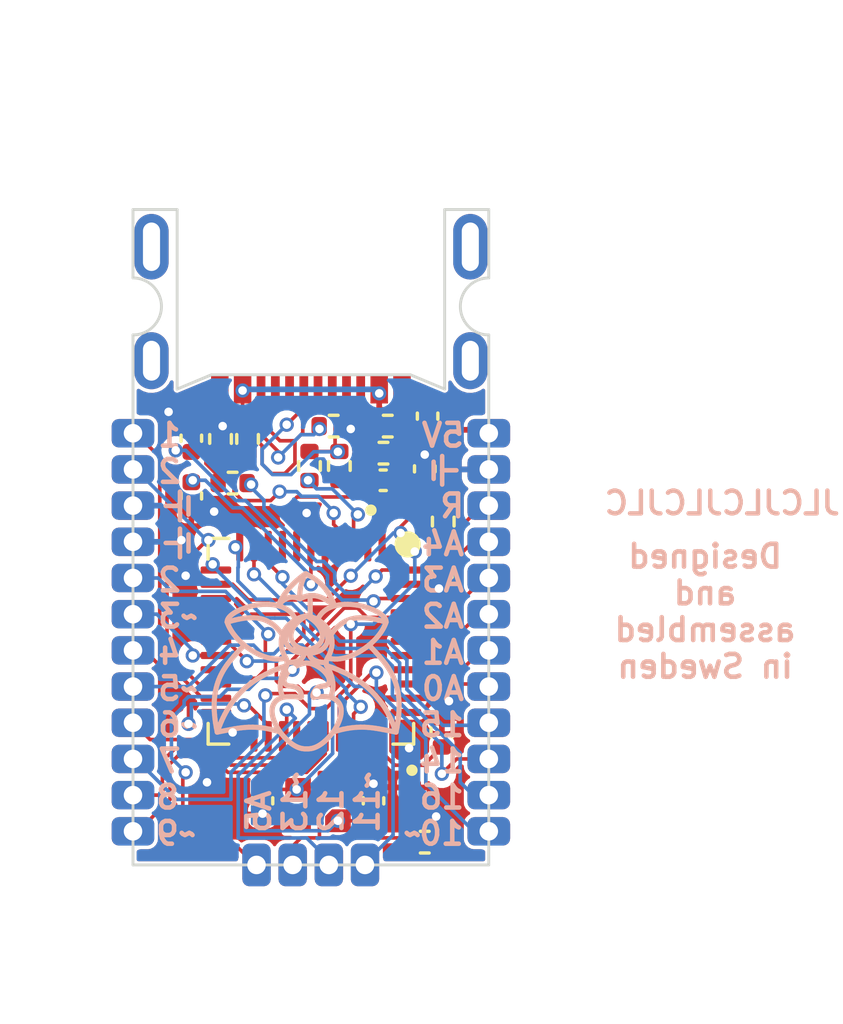
<source format=kicad_pcb>
(kicad_pcb (version 20211014) (generator pcbnew)
  (title_block (title "Pro Tiny") (date "2022-10-27"))
  (layers (0 "F.Cu" mixed) (31 "B.Cu" mixed) (34 "B.Paste" user) (35 "F.Paste" user) (36 "B.SilkS" user "B.Silkscreen") (37 "F.SilkS" user "F.Silkscreen") (38 "B.Mask" user) (39 "F.Mask" user) (44 "Edge.Cuts" user))
  (net 0 "")
  (net 1 "VBUS")
  (net 2 "GND")
  (net 3 "Net-(C2-Pad2)")
  (net 4 "Net-(C5-Pad2)")
  (net 5 "Net-(C6-Pad2)")
  (net 6 "Net-(C7-Pad1)")
  (net 7 "Net-(C8-Pad2)")
  (net 8 "RST")
  (net 9 "D1{slash}TX")
  (net 10 "D0{slash}RX")
  (net 11 "A4")
  (net 12 "IO11")
  (net 13 "IO12")
  (net 14 "Net-(J4-PadA5)")
  (net 15 "Net-(J4-PadA6)")
  (net 16 "Net-(J4-PadA7)")
  (net 18 "Net-(J4-PadB5)")
  (net 21 "D+")
  (net 22 "D-")
  (net 23 "D7")
  (net 24 "Net-(D2-Pad2)")
  (net 25 "D15{slash}SCK")
  (net 26 "D16{slash}MOSI")
  (net 27 "D14{slash}MISO")
  (net 28 "D3{slash}SCL")
  (net 29 "D2{slash}SDA")
  (net 31 "D4")
  (net 32 "D6")
  (net 33 "IO8")
  (net 34 "IO9")
  (net 35 "IO10")
  (net 36 "D5")
  (net 37 "IO13")
  (net 38 "Net-(R7-Pad1)")
  (net 39 "A0")
  (net 40 "A1")
  (net 41 "A2")
  (net 42 "A3")
  (net 43 "A5")
  (net 44 "SS")
  (footprint "Capacitor_SMD:C_0402_1005Metric" (layer "F.Cu") (at 95.8 46.45 90)
    (fp_text reference "C8" hide)
    (fp_text value "1µf")
  )
  (footprint "Resistor_SMD:R_0402_1005Metric" (layer "F.Cu") (at 101 45.4 -90)
    (fp_text reference "RV1" hide)
    (fp_text value "Varistor")
  )
  (footprint "Resistor_SMD:R_0402_1005Metric" (layer "F.Cu") (at 100.8 44 180)
    (fp_text reference "R4" hide)
    (fp_text value "56kΩ")
  )
  (footprint "Capacitor_SMD:C_0402_1005Metric" (layer "F.Cu") (at 102.54 45.9)
    (fp_text reference "C1" hide)
    (fp_text value "100nf")
  )
  (footprint "Package_DFN_QFN:QFN-44-1EP_7x7mm_P0.5mm_EP5.2x5.2mm" (layer "F.Cu") (at 100 51.55 -90)
    (fp_text reference "U1" hide)
    (fp_text value "ATmega32U4-M")
  )
  (footprint "LED_SMD:LED_0402_1005Metric" (layer "F.Cu") (at 103.55 57.1675 -90)
    (fp_text reference "D2" hide)
    (fp_text value "LED_Small")
  )
  (footprint "Resistor_SMD:R_0402_1005Metric" (layer "F.Cu") (at 99.95 45.4 -90)
    (fp_text reference "R2" hide)
    (fp_text value "22Ω")
  )
  (footprint "Resistor_SMD:R_0402_1005Metric" (layer "F.Cu") (at 104.65 47.35 -90)
    (fp_text reference "R6" hide)
    (fp_text value "10kΩ")
  )
  (footprint "Resistor_SMD:R_0402_1005Metric" (layer "F.Cu") (at 104.6 54.75 90)
    (fp_text reference "R7" hide)
    (fp_text value "10kΩ")
  )
  (footprint "Resistor_SMD:R_0402_1005Metric" (layer "F.Cu") (at 97.775 44.45 -90)
    (fp_text reference "R1" hide)
    (fp_text value "22Ω")
  )
  (footprint "Connector_PinHeader_1.27mm:PinHeader_1x04_P1.27mm_Vertical" (layer "F.Cu") (at 101.9 59.4 -90)
    (fp_text reference "J3" hide)
    (fp_text value "Conn_01x04")
  )
  (footprint "Resistor_SMD:R_0402_1005Metric" (layer "F.Cu") (at 97.25 46 180)
    (fp_text reference "FB1" hide)
    (fp_text value "MH2029-300Y")
  )
  (footprint "Resistor_SMD:R_0402_1005Metric" (layer "F.Cu") (at 96.825 44.45 90)
    (fp_text reference "RV2" hide)
    (fp_text value "Varistor")
  )
  (footprint "Resistor_SMD:R_0402_1005Metric" (layer "F.Cu") (at 102.55 44.95 180)
    (fp_text reference "R3" hide)
    (fp_text value "10kΩ")
  )
  (footprint "Diode_SMD:D_0402_1005Metric" (layer "F.Cu") (at 103.2 46.95)
    (fp_text reference "D1" hide)
    (fp_text value "D_Small")
  )
  (footprint "Capacitor_SMD:C_0402_1005Metric" (layer "F.Cu") (at 102.2 57.15 -90)
    (fp_text reference "C6" hide)
    (fp_text value "22pf")
  )
  (footprint "Connector_PinHeader_1.27mm:PinHeader_1x12_P1.27mm_Vertical" (layer "F.Cu") (at 93.75 44.25)
    (fp_text reference "J1" hide)
    (fp_text value "Conn_01x12")
  )
  (footprint "Capacitor_SMD:C_0402_1005Metric" (layer "F.Cu") (at 104 45.5 90)
    (fp_text reference "C4" hide)
    (fp_text value "22pf")
  )
  (footprint "Crystal:Crystal_SMD_2016-4Pin_2.0x1.6mm" (layer "F.Cu") (at 100.25 57.3)
    (fp_text reference "Y1" hide)
    (fp_text value "16mhz")
  )
  (footprint "Capacitor_SMD:C_0402_1005Metric" (layer "F.Cu") (at 104.6 49.2 90)
    (fp_text reference "C2" hide)
    (fp_text value "1µf")
  )
  (footprint "Resistor_SMD:R_0402_1005Metric" (layer "F.Cu") (at 104 58.6 180)
    (fp_text reference "R8" hide)
    (fp_text value "1kΩ")
  )
  (footprint "USB-C-Connectors-master:USB-C MC-314C-4P16" (layer "F.Cu") (at 100 38.705 180)
    (fp_text reference "J4" hide)
    (fp_text value "USB_C_Receptacle_USB2.0")
  )
  (footprint "Capacitor_SMD:C_0402_1005Metric" (layer "F.Cu") (at 104.1 43.65 -90)
    (fp_text reference "C3" hide)
    (fp_text value "22pf")
  )
  (footprint "Capacitor_SMD:C_0402_1005Metric" (layer "F.Cu") (at 98.3 57.15 90)
    (fp_text reference "C5" hide)
    (fp_text value "22pf")
  )
  (footprint "Resistor_SMD:R_0402_1005Metric" (layer "F.Cu") (at 102.7 44)
    (fp_text reference "R5" hide)
    (fp_text value "56kΩ")
  )
  (footprint "Capacitor_SMD:C_0402_1005Metric" (layer "F.Cu") (at 95.8 44.425 90)
    (fp_text reference "C7" hide)
    (fp_text value "100nf")
  )
  (footprint "Connector_PinHeader_1.27mm:PinHeader_1x12_P1.27mm_Vertical" (layer "F.Cu") (at 106.25 44.25)
    (fp_text reference "J2" hide)
    (fp_text value "Conn_01x12")
  )
  (gr_line (start 99.61968 51.955082) (end 99.554099 51.941712) (layer "B.SilkS") (width 0.18))
  (gr_line (start 100.567551 52.172305) (end 100.563035 52.182878) (layer "B.SilkS") (width 0.18))
  (gr_line (start 98.97927 53.435319) (end 98.99447 53.474944) (layer "B.SilkS") (width 0.18))
  (gr_line (start 99.547065 53.506346) (end 99.581077 53.512462) (layer "B.SilkS") (width 0.18))
  (gr_line (start 99.243928 50.954308) (end 99.211929 50.98624) (layer "B.SilkS") (width 0.18))
  (gr_line (start 99.972526 50.110821) (end 99.97558 50.191913) (layer "B.SilkS") (width 0.18))
  (gr_line (start 98.690645 53.75705) (end 98.674616 53.790744) (layer "B.SilkS") (width 0.18))
  (gr_line (start 102.898033 52.809242) (end 102.934884 52.896433) (layer "B.SilkS") (width 0.18))
  (gr_line (start 99.41782 51.664701) (end 99.451227 51.696055) (layer "B.SilkS") (width 0.18))
  (gr_line (start 98.73633 54.679584) (end 98.91622 54.733443) (layer "B.SilkS") (width 0.18))
  (gr_line (start 99.635938 50.048926) (end 99.612461 50.06082) (layer "B.SilkS") (width 0.18))
  (gr_line (start 100.074793 53.482026) (end 100.076772 53.490076) (layer "B.SilkS") (width 0.18))
  (gr_line (start 98.63765 54.063702) (end 98.642643 54.107205) (layer "B.SilkS") (width 0.18))
  (gr_line (start 100.647065 52.938732) (end 100.644566 52.9676) (layer "B.SilkS") (width 0.18))
  (gr_line (start 100.255828 53.490139) (end 100.218062 53.49334) (layer "B.SilkS") (width 0.18))
  (gr_line (start 102.232576 50.774447) (end 102.099188 50.750406) (layer "B.SilkS") (width 0.18))
  (gr_line (start 103.097927 53.734807) (end 103.098749 53.860694) (layer "B.SilkS") (width 0.18))
  (gr_line (start 96.884384 52.644141) (end 96.84179 52.725287) (layer "B.SilkS") (width 0.18))
  (gr_line (start 99.579317 50.047524) (end 99.612461 50.06082) (layer "B.SilkS") (width 0.18))
  (gr_line (start 98.883589 53.567526) (end 98.847098 53.589176) (layer "B.SilkS") (width 0.18))
  (gr_line (start 100.70506 51.860801) (end 100.68837 51.913661) (layer "B.SilkS") (width 0.18))
  (gr_line (start 99.704998 50.017463) (end 99.682203 50.027258) (layer "B.SilkS") (width 0.18))
  (gr_line (start 100.080308 51.954963) (end 100.14589 51.941593) (layer "B.SilkS") (width 0.18))
  (gr_line (start 100.670747 52.638098) (end 100.696633 52.702637) (layer "B.SilkS") (width 0.18))
  (gr_line (start 98.709478 53.724879) (end 98.690645 53.75705) (layer "B.SilkS") (width 0.18))
  (gr_line (start 97.078326 52.343975) (end 97.026717 52.415819) (layer "B.SilkS") (width 0.18))
  (gr_line (start 99.122513 52.151449) (end 99.12762 52.161903) (layer "B.SilkS") (width 0.18))
  (gr_line (start 98.916184 54.733351) (end 98.973524 54.8052) (layer "B.SilkS") (width 0.18))
  (gr_line (start 99.182849 51.700773) (end 99.157313 51.657466) (layer "B.SilkS") (width 0.18))
  (gr_line (start 97.056949 50.876802) (end 97.195335 50.838837) (layer "B.SilkS") (width 0.18))
  (gr_line (start 99.583199 53.248637) (end 99.595227 53.264337) (layer "B.SilkS") (width 0.18))
  (gr_line (start 99.076185 51.164923) (end 99.05443 51.204219) (layer "B.SilkS") (width 0.18))
  (gr_line (start 99.635701 49.67773) (end 99.626164 49.735915) (layer "B.SilkS") (width 0.18))
  (gr_line (start 96.7092 54.738844) (end 97.189764 54.645522) (layer "B.SilkS") (width 0.18))
  (gr_line (start 100.542674 51.657348) (end 100.563195 51.611901) (layer "B.SilkS") (width 0.18))
  (gr_line (start 100.553672 54.994893) (end 100.495812 55.049273) (layer "B.SilkS") (width 0.18))
  (gr_line (start 99.312152 50.894527) (end 99.277361 50.923725) (layer "B.SilkS") (width 0.18))
  (gr_line (start 102.51578 51.148683) (end 102.482706 51.201573) (layer "B.SilkS") (width 0.18))
  (gr_line (start 99.850035 50.657222) (end 99.864938 50.659683) (layer "B.SilkS") (width 0.18))
  (gr_line (start 96.7092 54.738918) (end 96.756729 54.604995) (layer "B.SilkS") (width 0.18))
  (gr_line (start 99.011705 53.514748) (end 98.965853 53.530246) (layer "B.SilkS") (width 0.18))
  (gr_line (start 98.950975 52.168693) (end 98.992545 52.162291) (layer "B.SilkS") (width 0.18))
  (gr_line (start 100.572368 52.161793) (end 100.567551 52.172305) (layer "B.SilkS") (width 0.18))
  (gr_line (start 99.24677 53.492854) (end 99.337688 53.491879) (layer "B.SilkS") (width 0.18))
  (gr_line (start 97.429811 53.45022) (end 97.577938 53.294821) (layer "B.SilkS") (width 0.18))
  (gr_line (start 99.618703 49.796176) (end 99.613461 49.858656) (layer "B.SilkS") (width 0.18))
  (gr_line (start 99.745417 52.043774) (end 99.752948 52.01998) (layer "B.SilkS") (width 0.18))
  (gr_line (start 101.116809 50.903248) (end 101.061479 50.940857) (layer "B.SilkS") (width 0.18))
  (gr_line (start 99.962371 49.949629) (end 99.962371 49.949629) (layer "B.SilkS") (width 0.18))
  (gr_line (start 100.540791 52.258781) (end 100.539087 52.269921) (layer "B.SilkS") (width 0.18))
  (gr_line (start 99.655482 53.515545) (end 99.651618 53.519639) (layer "B.SilkS") (width 0.18))
  (gr_line (start 102.597118 50.738226) (end 102.623111 50.784481) (layer "B.SilkS") (width 0.18))
  (gr_line (start 99.96385 52.066055) (end 99.954572 52.043653) (layer "B.SilkS") (width 0.18))
  (gr_line (start 100.581947 52.457235) (end 100.612888 52.515281) (layer "B.SilkS") (width 0.18))
  (gr_line (start 100.437816 55.099059) (end 100.379683 55.144162) (layer "B.SilkS") (width 0.18))
  (gr_line (start 101.405258 50.772562) (end 101.34606 50.791527) (layer "B.SilkS") (width 0.18))
  (gr_line (start 98.9949 51.860897) (end 99.01159 51.913756) (layer "B.SilkS") (width 0.18))
  (gr_line (start 100.536904 52.327656) (end 100.537853 52.339715) (layer "B.SilkS") (width 0.18))
  (gr_line (start 99.641128 53.526635) (end 99.638657 53.527609) (layer "B.SilkS") (width 0.18))
  (gr_line (start 99.072853 52.143387) (end 99.11147 52.130809) (layer "B.SilkS") (width 0.18))
  (gr_line (start 98.966042 53.395887) (end 98.97927 53.435319) (layer "B.SilkS") (width 0.18))
  (gr_line (start 99.081349 52.075716) (end 99.111434 52.130708) (layer "B.SilkS") (width 0.18))
  (gr_line (start 99.850017 50.657222) (end 99.850017 50.657222) (layer "B.SilkS") (width 0.18))
  (gr_line (start 99.488439 51.724993) (end 99.529392 51.751349) (layer "B.SilkS") (width 0.18))
  (gr_line (start 100.282168 51.664591) (end 100.248762 51.695945) (layer "B.SilkS") (width 0.18))
  (gr_line (start 100.119404 53.31446) (end 100.109411 53.334711) (layer "B.SilkS") (width 0.18))
  (gr_line (start 100.187269 52.408356) (end 100.232299 52.432283) (layer "B.SilkS") (width 0.18))
  (gr_line (start 100.548203 52.225824) (end 100.54536 52.236734) (layer "B.SilkS") (width 0.18))
  (gr_line (start 100.536436 52.315696) (end 100.536904 52.327656) (layer "B.SilkS") (width 0.18))
  (gr_line (start 100.556942 51.253766) (end 100.533278 51.199736) (layer "B.SilkS") (width 0.18))
  (gr_line (start 102.998841 53.081157) (end 103.025535 53.179156) (layer "B.SilkS") (width 0.18))
  (gr_line (start 98.592355 52.151777) (end 98.685509 52.166826) (layer "B.SilkS") (width 0.18))
  (gr_line (start 101.049906 54.151542) (end 101.040052 54.196839) (layer "B.SilkS") (width 0.18))
  (gr_line (start 100.645228 52.021108) (end 100.618615 52.075623) (layer "B.SilkS") (width 0.18))
  (gr_line (start 100.582861 52.140942) (end 100.577476 52.151339) (layer "B.SilkS") (width 0.18))
  (gr_line (start 100.151213 53.261949) (end 100.140315 53.278135) (layer "B.SilkS") (width 0.18))
  (gr_line (start 100.536406 52.303835) (end 100.456663 52.298641) (layer "B.SilkS") (width 0.18))
  (gr_line (start 99.052934 52.938831) (end 99.05543 52.9677) (layer "B.SilkS") (width 0.18))
  (gr_line (start 102.504668 50.838736) (end 102.367789 50.804271) (layer "B.SilkS") (width 0.18))
  (gr_line (start 100.688283 53.514647) (end 100.688283 53.514647) (layer "B.SilkS") (width 0.18))
  (gr_line (start 101.014493 52.166734) (end 100.92335 52.174774) (layer "B.SilkS") (width 0.18))
  (gr_line (start 100.075796 53.429065) (end 100.074622 53.436433) (layer "B.SilkS") (width 0.18))
  (gr_line (start 99.91201 51.838492) (end 99.849985 51.845879) (layer "B.SilkS") (width 0.18))
  (gr_line (start 98.642968 53.900303) (end 98.637766 53.939428) (layer "B.SilkS") (width 0.18))
  (gr_line (start 99.439315 50.883853) (end 99.507575 50.834765) (layer "B.SilkS") (width 0.18))
  (gr_line (start 96.92954 52.56567) (end 96.884384 52.644141) (layer "B.SilkS") (width 0.18))
  (gr_line (start 101.086805 50.261776) (end 101.18911 50.254891) (layer "B.SilkS") (width 0.18))
  (gr_line (start 100.251234 49.45287) (end 100.334543 49.524238) (layer "B.SilkS") (width 0.18))
  (gr_line (start 102.621672 52.343879) (end 102.673281 52.415723) (layer "B.SilkS") (width 0.18))
  (gr_line (start 98.813649 53.612743) (end 98.783201 53.638163) (layer "B.SilkS") (width 0.18))
  (gr_line (start 100.318197 51.876782) (end 100.36711 51.847734) (layer "B.SilkS") (width 0.18))
  (gr_line (start 100.738261 51.510288) (end 100.741915 51.558018) (layer "B.SilkS") (width 0.18))
  (gr_line (start 101.062343 54.063605) (end 101.05735 54.107109) (layer "B.SilkS") (width 0.18))
  (gr_line (start 99.654079 52.350368) (end 99.606138 52.367239) (layer "B.SilkS") (width 0.18))
  (gr_line (start 100.547408 51.053922) (end 100.574634 51.089694) (layer "B.SilkS") (width 0.18))
  (gr_line (start 100.207473 51.923948) (end 100.264947 51.902265) (layer "B.SilkS") (width 0.18))
  (gr_line (start 100.668996 54.872716) (end 100.6114 54.936011) (layer "B.SilkS") (width 0.18))
  (gr_line (start 99.167401 50.038208) (end 99.190644 50.02942) (layer "B.SilkS") (width 0.18))
  (gr_line (start 99.508563 50.76808) (end 99.485804 50.779934) (layer "B.SilkS") (width 0.18))
  (gr_line (start 98.018151 51.931452) (end 98.113262 51.982121) (layer "B.SilkS") (width 0.18))
  (gr_line (start 99.701519 55.317034) (end 99.731112 55.321259) (layer "B.SilkS") (width 0.18))
  (gr_line (start 100.073432 53.472715) (end 100.074793 53.482026) (layer "B.SilkS") (width 0.18))
  (gr_line (start 102.546457 51.095205) (end 102.51578 51.148683) (layer "B.SilkS") (width 0.18))
  (gr_line (start 99.627432 53.319787) (end 99.636748 53.341261) (layer "B.SilkS") (width 0.18))
  (gr_line (start 100.627145 52.143296) (end 100.588527 52.130718) (layer "B.SilkS") (width 0.18))
  (gr_line (start 97.153544 51.095293) (end 97.184222 51.14877) (layer "B.SilkS") (width 0.18))
  (gr_line (start 99.435042 51.902384) (end 99.381792 51.8769) (layer "B.SilkS") (width 0.18))
  (gr_line (start 99.451227 51.696055) (end 99.488439 51.724993) (layer "B.SilkS") (width 0.18))
  (gr_line (start 99.11336 51.360979) (end 99.1253 51.307671) (layer "B.SilkS") (width 0.18))
  (gr_line (start 97.300097 52.071728) (end 97.186556 52.205291) (layer "B.SilkS") (width 0.18))
  (gr_line (start 97.83249 51.815829) (end 97.9244 51.875919) (layer "B.SilkS") (width 0.18))
  (gr_line (start 101.490749 52.027527) (end 101.394364 52.067548) (layer "B.SilkS") (width 0.18))
  (gr_line (start 100.086654 49.946657) (end 100.056193 49.945525) (layer "B.SilkS") (width 0.18))
  (gr_line (start 100.451475 51.779898) (end 100.486701 51.741584) (layer "B.SilkS") (width 0.18))
  (gr_line (start 100.281051 50.703974) (end 100.334018 50.624604) (layer "B.SilkS") (width 0.18))
  (gr_line (start 100.536897 52.292445) (end 100.536434 52.303835) (layer "B.SilkS") (width 0.18))
  (gr_line (start 101.743392 54.564861) (end 101.601022 54.570248) (layer "B.SilkS") (width 0.18))
  (gr_line (start 103.025535 53.179156) (end 103.048431 53.281222) (layer "B.SilkS") (width 0.18))
  (gr_line (start 100.593541 51.465089) (end 100.592874 51.413453) (layer "B.SilkS") (width 0.18))
  (gr_line (start 99.666973 52.158839) (end 99.683518 52.142743) (layer "B.SilkS") (width 0.18))
  (gr_line (start 99.900664 49.958479) (end 99.879724 49.962571) (layer "B.SilkS") (width 0.18))
  (gr_line (start 99.558984 52.386668) (end 99.512799 52.408448) (layer "B.SilkS") (width 0.18))
  (gr_line (start 100.081385 53.4045) (end 100.081385 53.4045) (layer "B.SilkS") (width 0.18))
  (gr_line (start 100.900569 51.079196) (end 100.848691 51.134289) (layer "B.SilkS") (width 0.18))
  (gr_line (start 98.353943 50.791627) (end 98.412406 50.814036) (layer "B.SilkS") (width 0.18))
  (gr_line (start 99.999184 49.278969) (end 100.05498 49.313113) (layer "B.SilkS") (width 0.18))
  (gr_line (start 99.946246 50.698267) (end 99.850017 50.657222) (layer "B.SilkS") (width 0.18))
  (gr_line (start 100.563035 52.182878) (end 100.55883 52.193515) (layer "B.SilkS") (width 0.18))
  (gr_line (start 100.734135 53.530146) (end 100.776828 53.547761) (layer "B.SilkS") (width 0.18))
  (gr_line (start 99.099842 51.126767) (end 99.076185 51.164923) (layer "B.SilkS") (width 0.18))
  (gr_line (start 99.469208 53.16414) (end 99.484828 53.171289) (layer "B.SilkS") (width 0.18))
  (gr_line (start 102.399901 52.071631) (end 102.513442 52.205194) (layer "B.SilkS") (width 0.18))
  (gr_line (start 98.783201 53.638163) (end 98.755717 53.66537) (layer "B.SilkS") (width 0.18))
  (gr_line (start 100.637627 52.994904) (end 100.626065 53.020437) (layer "B.SilkS") (width 0.18))
  (gr_line (start 100.542885 52.247719) (end 100.540791 52.258781) (layer "B.SilkS") (width 0.18))
  (gr_line (start 103.085091 54.129083) (end 103.070199 54.27205) (layer "B.SilkS") (width 0.18))
  (gr_line (start 99.850017 50.657222) (end 99.922156 50.698467) (layer "B.SilkS") (width 0.18))
  (gr_line (start 100.612888 52.515281) (end 100.64266 52.575607) (layer "B.SilkS") (width 0.18))
  (gr_line (start 100.072844 53.462065) (end 100.073031 53.467562) (layer "B.SilkS") (width 0.18))
  (gr_line (start 99.437171 53.152143) (end 99.469208 53.16414) (layer "B.SilkS") (width 0.18))
  (gr_line (start 102.57463 51.041209) (end 102.546457 51.095205) (layer "B.SilkS") (width 0.18))
  (gr_line (start 102.099188 50.750406) (end 101.967783 50.733289) (layer "B.SilkS") (width 0.18))
  (gr_line (start 103.023261 54.576689) (end 102.990802 54.738826) (layer "B.SilkS") (width 0.18))
  (gr_line (start 96.977053 52.48964) (end 96.92954 52.56567) (layer "B.SilkS") (width 0.18))
  (gr_line (start 99.232245 51.092011) (end 99.274343 51.038675) (layer "B.SilkS") (width 0.18))
  (gr_line (start 98.408249 52.70784) (end 98.588695 52.620922) (layer "B.SilkS") (width 0.18))
  (gr_line (start 100.057401 55.304477) (end 100.027881 55.311371) (layer "B.SilkS") (width 0.18))
  (gr_line (start 98.686724 54.289856) (end 98.703575 54.337349) (layer "B.SilkS") (width 0.18))
  (gr_line (start 99.011705 53.514748) (end 99.011705 53.514748) (layer "B.SilkS") (width 0.18))
  (gr_line (start 99.541692 50.87581) (end 99.495434 50.922354) (layer "B.SilkS") (width 0.18))
  (gr_line (start 100.541255 52.364141) (end 100.54374 52.376513) (layer "B.SilkS") (width 0.18))
  (gr_line (start 99.968727 55.321161) (end 99.939092 55.324035) (layer "B.SilkS") (width 0.18))
  (gr_line (start 100.025334 49.945615) (end 99.994065 49.946969) (layer "B.SilkS") (width 0.18))
  (gr_line (start 98.637766 53.939428) (end 98.635172 53.979748) (layer "B.SilkS") (width 0.18))
  (gr_line (start 99.054695 52.908604) (end 99.052934 52.938831) (layer "B.SilkS") (width 0.18))
  (gr_line (start 98.932166 52.979063) (end 98.925039 53.052107) (layer "B.SilkS") (width 0.18))
  (gr_line (start 101.465169 50.756898) (end 101.405258 50.772562) (layer "B.SilkS") (width 0.18))
  (gr_line (start 102.370185 51.356036) (end 102.328604 51.405892) (layer "B.SilkS") (width 0.18))
  (gr_line (start 101.807942 50.319619) (end 102.000396 50.374224) (layer "B.SilkS") (width 0.18))
  (gr_line (start 98.731155 53.694297) (end 98.709478 53.724879) (layer "B.SilkS") (width 0.18))
  (gr_line (start 99.033192 52.153869) (end 99.072853 52.143387) (layer "B.SilkS") (width 0.18))
  (gr_line (start 99.858592 49.967254) (end 99.837264 49.972536) (layer "B.SilkS") (width 0.18))
  (gr_line (start 99.649268 52.173803) (end 99.666973 52.158839) (layer "B.SilkS") (width 0.18))
  (gr_line (start 101.587054 50.734901) (end 101.525774 50.744392) (layer "B.SilkS") (width 0.18))
  (gr_line (start 97.030429 54.011769) (end 97.091935 53.907461) (layer "B.SilkS") (width 0.18))
  (gr_line (start 100.726464 54.805099) (end 100.668996 54.872716) (layer "B.SilkS") (width 0.18))
  (gr_line (start 98.650086 54.151639) (end 98.659941 54.196935) (layer "B.SilkS") (width 0.18))
  (gr_line (start 96.607722 53.614244) (end 96.602073 53.734902) (layer "B.SilkS") (width 0.18))
  (gr_line (start 100.729076 51.756991) (end 100.718601 51.808566) (layer "B.SilkS") (width 0.18))
  (gr_line (start 99.699403 50.691732) (end 99.674822 50.699422) (layer "B.SilkS") (width 0.18))
  (gr_line (start 100.666808 52.153777) (end 100.627145 52.143296) (layer "B.SilkS") (width 0.18))
  (gr_line (start 100.365828 52.288462) (end 100.318203 52.280639) (layer "B.SilkS") (width 0.18))
  (gr_line (start 99.606138 52.367239) (end 99.558984 52.386668) (layer "B.SilkS") (width 0.18))
  (gr_line (start 99.237053 50.491538) (end 99.162404 50.437137) (layer "B.SilkS") (width 0.18))
  (gr_line (start 97.288845 53.620794) (end 97.429811 53.45022) (layer "B.SilkS") (width 0.18))
  (gr_line (start 96.601251 53.860789) (end 96.605461 53.992137) (layer "B.SilkS") (width 0.18))
  (gr_line (start 100.422595 50.923633) (end 100.456029 50.954216) (layer "B.SilkS") (width 0.18))
  (gr_line (start 99.148585 52.215094) (end 99.151786 52.225932) (layer "B.SilkS") (width 0.18))
  (gr_line (start 100.337303 51.595294) (end 100.311704 51.630985) (layer "B.SilkS") (width 0.18))
  (gr_line (start 103.098749 53.860694) (end 103.094539 53.992042) (layer "B.SilkS") (width 0.18))
  (gr_line (start 100.68837 51.913661) (end 100.668453 51.967109) (layer "B.SilkS") (width 0.18))
  (gr_line (start 99.132438 52.172415) (end 99.136954 52.182988) (layer "B.SilkS") (width 0.18))
  (gr_line (start 102.722945 52.489543) (end 102.770458 52.565573) (layer "B.SilkS") (width 0.18))
  (gr_line (start 99.070523 49.905939) (end 99.123687 49.832198) (layer "B.SilkS") (width 0.18))
  (gr_line (start 100.705519 53.474843) (end 100.688283 53.514647) (layer "B.SilkS") (width 0.18))
  (gr_line (start 101.172951 50.869653) (end 101.116809 50.903248) (layer "B.SilkS") (width 0.18))
  (gr_line (start 99.149634 52.401686) (end 99.149634 52.401686) (layer "B.SilkS") (width 0.18))
  (gr_line (start 100.456029 50.954216) (end 100.488027 50.986148) (layer "B.SilkS") (width 0.18))
  (gr_line (start 99.682203 50.027258) (end 99.659184 50.037742) (layer "B.SilkS") (width 0.18))
  (gr_line (start 99.121398 51.564669) (end 99.111245 51.515652) (layer "B.SilkS") (width 0.18))
  (gr_line (start 97.184222 51.14877) (end 97.217296 51.201661) (layer "B.SilkS") (width 0.18))
  (gr_line (start 94.9 48.1) (end 95.4 48.1) (layer "B.SilkS") (width 0.16))
  (gr_line (start 100.261853 49.976708) (end 100.204802 49.962543) (layer "B.SilkS") (width 0.18))
  (gr_line (start 99.977176 50.276006) (end 99.977277 50.3651) (layer "B.SilkS") (width 0.18))
  (gr_line (start 97.195335 50.838837) (end 97.332214 50.804372) (layer "B.SilkS") (width 0.18))
  (gr_line (start 100.322222 50.934245) (end 100.260672 50.88374) (layer "B.SilkS") (width 0.18))
  (gr_line (start 99.554133 55.27603) (end 99.583534 55.286843) (layer "B.SilkS") (width 0.18))
  (gr_line (start 99.724152 50.684591) (end 99.699403 50.691732) (layer "B.SilkS") (width 0.18))
  (gr_line (start 97.221206 53.712108) (end 97.288845 53.620794) (layer "B.SilkS") (width 0.18))
  (gr_line (start 99.94704 52.01986) (end 99.941352 51.994633) (layer "B.SilkS") (width 0.18))
  (gr_line (start 98.113262 51.982121) (end 98.209251 52.027619) (layer "B.SilkS") (width 0.18))
  (gr_line (start 100.54374 52.376513) (end 100.546768 52.388994) (layer "B.SilkS") (width 0.18))
  (gr_line (start 99.612973 55.296362) (end 99.64245 55.304574) (layer "B.SilkS") (width 0.18))
  (gr_line (start 100.109825 52.212199) (end 100.089223 52.200374) (layer "B.SilkS") (width 0.18))
  (gr_line (start 102.482706 51.201573) (end 102.447344 51.253808) (layer "B.SilkS") (width 0.18))
  (gr_line (start 99.968212 50.682427) (end 99.968212 50.682427) (layer "B.SilkS") (width 0.18))
  (gr_line (start 101.297353 54.605476) (end 101.134621 54.637169) (layer "B.SilkS") (width 0.18))
  (gr_line (start 99.111642 53.065473) (end 99.138165 53.08446) (layer "B.SilkS") (width 0.18))
  (gr_line (start 100.629752 52.844803) (end 100.639476 52.877127) (layer "B.SilkS") (width 0.18))
  (gr_line (start 100.232299 52.432283) (end 100.275995 52.458148) (layer "B.SilkS") (width 0.18))
  (gr_line (start 98.820837 54.582492) (end 98.850616 54.632596) (layer "B.SilkS") (width 0.18))
  (gr_line (start 100.609699 53.043994) (end 100.588345 53.065368) (layer "B.SilkS") (width 0.18))
  (gr_line (start 100.109411 53.334711) (end 100.099737 53.356431) (layer "B.SilkS") (width 0.18))
  (gr_line (start 99.691781 49.462921) (end 99.675354 49.514217) (layer "B.SilkS") (width 0.18))
  (gr_line (start 99.274343 51.038675) (end 99.322812 50.986046) (layer "B.SilkS") (width 0.18))
  (gr_line (start 98.642643 54.107205) (end 98.650086 54.151639) (layer "B.SilkS") (width 0.18))
  (gr_line (start 98.11295 50.735002) (end 98.17423 50.744493) (layer "B.SilkS") (width 0.18))
  (gr_line (start 99.57402 51.774957) (end 99.622258 51.795652) (layer "B.SilkS") (width 0.18))
  (gr_line (start 101.107647 52.151685) (end 101.014493 52.166734) (layer "B.SilkS") (width 0.18))
  (gr_line (start 99.583534 55.286843) (end 99.612973 55.296362) (layer "B.SilkS") (width 0.18))
  (gr_line (start 99.606633 53.281387) (end 99.617381 53.299849) (layer "B.SilkS") (width 0.18))
  (gr_line (start 101.586737 51.982029) (end 101.490749 52.027527) (layer "B.SilkS") (width 0.18))
  (gr_line (start 99.157103 52.247826) (end 99.159198 52.258887) (layer "B.SilkS") (width 0.18))
  (gr_line (start 99.190644 50.02942) (end 99.214397 50.021768) (layer "B.SilkS") (width 0.18))
  (gr_line (start 98.638524 50.940957) (end 98.69302 50.982723) (layer "B.SilkS") (width 0.18))
  (gr_line (start 97.956608 54.564964) (end 98.098977 54.57035) (layer "B.SilkS") (width 0.18))
  (gr_line (start 100.197556 53.209064) (end 100.185576 53.220619) (layer "B.SilkS") (width 0.18))
  (gr_line (start 100.468059 52.609358) (end 100.499911 52.642533) (layer "B.SilkS") (width 0.18))
  (gr_line (start 99.1253 51.307671) (end 99.143045 51.253883) (layer "B.SilkS") (width 0.18))
  (gr_line (start 98.713515 50.274621) (end 98.613194 50.261869) (layer "B.SilkS") (width 0.18))
  (gr_line (start 99.752948 52.01998) (end 99.758636 51.994752) (layer "B.SilkS") (width 0.18))
  (gr_line (start 98.565377 54.63727) (end 98.73633 54.679584) (layer "B.SilkS") (width 0.18))
  (gr_line (start 98.746663 51.028789) (end 98.799434 51.079297) (layer "B.SilkS") (width 0.18))
  (gr_line (start 102.600192 50.986762) (end 102.57463 51.041209) (layer "B.SilkS") (width 0.18))
  (gr_line (start 98.92035 50.214753) (end 98.95823 50.177976) (layer "B.SilkS") (width 0.18))
  (gr_line (start 102.239976 51.502747) (end 102.193145 51.549609) (layer "B.SilkS") (width 0.18))
  (gr_line (start 101.681848 51.931361) (end 101.586737 51.982029) (layer "B.SilkS") (width 0.18))
  (gr_line (start 96.765114 52.896529) (end 96.731443 52.987089) (layer "B.SilkS") (width 0.18))
  (gr_line (start 97.656121 51.683199) (end 97.656121 51.683199) (layer "B.SilkS") (width 0.18))
  (gr_line (start 99.12762 52.161903) (end 99.132438 52.172415) (layer "B.SilkS") (width 0.18))
  (gr_line (start 98.916184 54.733351) (end 98.916184 54.733351) (layer "B.SilkS") (width 0.18))
  (gr_line (start 99.879705 55.325683) (end 99.849953 55.324434) (layer "B.SilkS") (width 0.18))
  (gr_line (start 99.16069 52.35198) (end 99.158733 52.364246) (layer "B.SilkS") (width 0.18))
  (gr_line (start 100.14589 51.941593) (end 100.207473 51.923948) (layer "B.SilkS") (width 0.18))
  (gr_line (start 97.217296 51.201661) (end 97.252658 51.253896) (layer "B.SilkS") (width 0.18))
  (gr_line (start 100.675119 49.958269) (end 100.712475 50.029351) (layer "B.SilkS") (width 0.18))
  (gr_line (start 104.611905 45.55) (end 104.611905 45.05) (layer "B.SilkS") (width 0.16))
  (gr_line (start 98.945241 53.317663) (end 98.95472 53.356664) (layer "B.SilkS") (width 0.18))
  (gr_line (start 100.073031 53.467562) (end 100.073432 53.472715) (layer "B.SilkS") (width 0.18))
  (gr_line (start 99.020204 49.981032) (end 99.070523 49.905939) (layer "B.SilkS") (width 0.18))
  (gr_line (start 103.048431 53.281222) (end 103.067324 53.387588) (layer "B.SilkS") (width 0.18))
  (gr_line (start 98.588695 52.620922) (end 98.772752 52.541655) (layer "B.SilkS") (width 0.18))
  (gr_line (start 100.683022 51.285999) (end 100.698606 51.328505) (layer "B.SilkS") (width 0.18))
  (gr_line (start 99.728596 49.364293) (end 99.709575 49.412994) (layer "B.SilkS") (width 0.18))
  (gr_line (start 99.295408 51.346734) (end 99.296019 51.391461) (layer "B.SilkS") (width 0.18))
  (gr_line (start 100.247864 53.172444) (end 100.234947 53.180272) (layer "B.SilkS") (width 0.18))
  (gr_line (start 99.429842 52.270676) (end 99.477548 52.257941) (layer "B.SilkS") (width 0.18))
  (gr_line (start 99.36598 50.624696) (end 99.30513 50.553956) (layer "B.SilkS") (width 0.18))
  (gr_line (start 99.799262 50.666518) (end 99.774095 50.671978) (layer "B.SilkS") (width 0.18))
  (gr_line (start 99.106446 51.465207) (end 99.107113 51.41357) (layer "B.SilkS") (width 0.18))
  (gr_line (start 99.136792 51.612019) (end 99.121398 51.564669) (layer "B.SilkS") (width 0.18))
  (gr_line (start 99.645291 53.364335) (end 99.653022 53.389071) (layer "B.SilkS") (width 0.18))
  (gr_line (start 97.699603 50.374314) (end 97.522797 50.44134) (layer "B.SilkS") (width 0.18))
  (gr_line (start 99.003356 52.702737) (end 98.980189 52.769209) (layer "B.SilkS") (width 0.18))
  (gr_line (start 100.260672 50.88374) (end 100.192413 50.834652) (layer "B.SilkS") (width 0.18))
  (gr_line (start 101.202332 52.129933) (end 101.107647 52.151685) (layer "B.SilkS") (width 0.18))
  (gr_line (start 99.610765 52.200507) (end 99.630499 52.187678) (layer "B.SilkS") (width 0.18))
  (gr_line (start 100.732023 51.463435) (end 100.738261 51.510288) (layer "B.SilkS") (width 0.18))
  (gr_line (start 98.981357 51.808661) (end 98.9949 51.860897) (layer "B.SilkS") (width 0.18))
  (gr_line (start 99.136954 52.182988) (end 99.141158 52.193624) (layer "B.SilkS") (width 0.18))
  (gr_line (start 99.758636 51.994752) (end 99.762383 51.968047) (layer "B.SilkS") (width 0.18))
  (gr_line (start 101.009346 53.756951) (end 101.025374 53.790645) (layer "B.SilkS") (width 0.18))
  (gr_line (start 99.568791 52.223202) (end 99.590163 52.212334) (layer "B.SilkS") (width 0.18))
  (gr_line (start 100.106994 50.829885) (end 100.158297 50.8757) (layer "B.SilkS") (width 0.18))
  (gr_line (start 100.116731 49.948967) (end 100.086654 49.946657) (layer "B.SilkS") (width 0.18))
  (gr_line (start 97.892058 50.31971) (end 97.699603 50.374314) (layer "B.SilkS") (width 0.18))
  (gr_line (start 98.847167 50.294051) (end 98.886211 50.213988) (layer "B.SilkS") (width 0.18))
  (gr_line (start 97.732221 50.73339) (end 97.861484 50.724339) (layer "B.SilkS") (width 0.18))
  (gr_line (start 99.160902 52.270026) (end 99.162203 52.281245) (layer "B.SilkS") (width 0.18))
  (gr_line (start 102.893254 54.476252) (end 102.840812 54.352737) (layer "B.SilkS") (width 0.18))
  (gr_line (start 100.010843 51.96382) (end 100.080308 51.954963) (layer "B.SilkS") (width 0.18))
  (gr_line (start 103.094539 53.992042) (end 103.085091 54.129083) (layer "B.SilkS") (width 0.18))
  (gr_line (start 95.4 46.8) (end 95.4 46.3) (layer "B.SilkS") (width 0.16))
  (gr_line (start 100.140315 53.278135) (end 100.129708 53.29562) (layer "B.SilkS") (width 0.18))
  (gr_line (start 102.840812 54.352737) (end 102.786008 54.234227) (layer "B.SilkS") (width 0.18))
  (gr_line (start 98.923215 53.126505) (end 98.924453 53.164176) (layer "B.SilkS") (width 0.18))
  (gr_line (start 101.397057 50.257498) (end 101.605081 50.279892) (layer "B.SilkS") (width 0.18))
  (gr_line (start 99.149634 52.401686) (end 99.118042 52.457336) (layer "B.SilkS") (width 0.18))
  (gr_line (start 97.332214 50.804372) (end 97.467428 50.774548) (layer "B.SilkS") (width 0.18))
  (gr_line (start 97.656121 51.68319) (end 97.417303 51.941429) (layer "B.SilkS") (width 0.18))
  (gr_line (start 100.49253 53.114333) (end 100.431792 53.122115) (layer "B.SilkS") (width 0.18))
  (gr_line (start 100.618159 50.390349) (end 100.703986 50.351058) (layer "B.SilkS") (width 0.18))
  (gr_line (start 100.645527 51.204128) (end 100.665303 51.244529) (layer "B.SilkS") (width 0.18))
  (gr_line (start 100.534372 49.741437) (end 100.586833 49.814074) (layer "B.SilkS") (width 0.18))
  (gr_line (start 100.321411 55.184491) (end 100.262997 55.219956) (layer "B.SilkS") (width 0.18))
  (gr_line (start 100.236621 50.792281) (end 100.281051 50.703974) (layer "B.SilkS") (width 0.18))
  (gr_line (start 100.412241 52.294347) (end 100.365828 52.288462) (layer "B.SilkS") (width 0.18))
  (gr_line (start 99.179706 49.759855) (end 99.238592 49.688952) (layer "B.SilkS") (width 0.18))
  (gr_line (start 100.069489 52.187546) (end 100.050721 52.173673) (layer "B.SilkS") (width 0.18))
  (gr_line (start 98.772752 52.541655) (end 98.959913 52.468966) (layer "B.SilkS") (width 0.18))
  (gr_line (start 99.647173 49.62148) (end 99.635701 49.67773) (layer "B.SilkS") (width 0.18))
  (gr_line (start 99.122356 50.058998) (end 99.144645 50.048083) (layer "B.SilkS") (width 0.18))
  (gr_line (start 100.56182 53.084353) (end 100.529943 53.100743) (layer "B.SilkS") (width 0.18))
  (gr_line (start 99.307431 51.254665) (end 99.299191 51.30108) (layer "B.SilkS") (width 0.18))
  (gr_line (start 101.957095 51.751395) (end 101.867508 51.815737) (layer "B.SilkS") (width 0.18))
  (gr_line (start 99.079004 53.504609) (end 99.158945 53.497206) (layer "B.SilkS") (width 0.18))
  (gr_line (start 102.000396 50.374224) (end 102.177203 50.441251) (layer "B.SilkS") (width 0.18))
  (gr_line (start 98.685509 52.166826) (end 98.776651 52.174866) (layer "B.SilkS") (width 0.18))
  (gr_line (start 100.49253 53.114333) (end 100.49253 53.114333) (layer "B.SilkS") (width 0.18))
  (gr_line (start 100.264947 51.902265) (end 100.318197 51.876782) (layer "B.SilkS") (width 0.18))
  (gr_line (start 100.916788 53.638064) (end 100.944273 53.66527) (layer "B.SilkS") (width 0.18))
  (gr_line (start 100.977314 54.385344) (end 100.955996 54.43397) (layer "B.SilkS") (width 0.18))
  (gr_line (start 98.961696 51.51038) (end 98.958042 51.558111) (layer "B.SilkS") (width 0.18))
  (gr_line (start 99.30513 50.553956) (end 99.237053 50.491538) (layer "B.SilkS") (width 0.18))
  (gr_line (start 100.351734 50.866657) (end 100.387804 50.894435) (layer "B.SilkS") (width 0.18))
  (gr_line (start 105.111905 45.55) (end 104.611905 45.55) (layer "B.SilkS") (width 0.16))
  (gr_line (start 97.102881 50.738316) (end 97.076887 50.784571) (layer "B.SilkS") (width 0.18))
  (gr_line (start 99.310159 51.477474) (end 99.323558 51.518428) (layer "B.SilkS") (width 0.18))
  (gr_line (start 100.262997 55.219956) (end 100.204439 55.250467) (layer "B.SilkS") (width 0.18))
  (gr_line (start 97.329818 51.356124) (end 97.371399 51.405981) (layer "B.SilkS") (width 0.18))
  (gr_line (start 102.673281 52.415723) (end 102.722945 52.489543) (layer "B.SilkS") (width 0.18))
  (gr_line (start 100.76245 53.278799) (end 100.754748 53.317562) (layer "B.SilkS") (width 0.18))
  (gr_line (start 100.633494 49.88643) (end 100.675119 49.958269) (layer "B.SilkS") (width 0.18))
  (gr_line (start 99.001351 51.328597) (end 98.987842 51.372599) (layer "B.SilkS") (width 0.18))
  (gr_line (start 97.417303 51.941429) (end 97.300097 52.071728) (layer "B.SilkS") (width 0.18))
  (gr_line (start 100.996417 54.337252) (end 100.977314 54.385344) (layer "B.SilkS") (width 0.18))
  (gr_line (start 98.967934 51.463527) (end 98.961696 51.51038) (layer "B.SilkS") (width 0.18))
  (gr_line (start 100.317703 49.994565) (end 100.261853 49.976708) (layer "B.SilkS") (width 0.18))
  (gr_line (start 100.698606 51.328505) (end 100.698606 51.328505) (layer "B.SilkS") (width 0.18))
  (gr_line (start 98.703575 54.337349) (end 98.722679 54.385441) (layer "B.SilkS") (width 0.18))
  (gr_line (start 98.234835 50.756999) (end 98.294746 50.772663) (layer "B.SilkS") (width 0.18))
  (gr_line (start 102.447344 51.253808) (end 102.409801 51.305318) (layer "B.SilkS") (width 0.18))
  (gr_line (start 99.664066 53.500315) (end 99.662571 53.503993) (layer "B.SilkS") (width 0.18))
  (gr_line (start 99.204142 55.049371) (end 99.262124 55.099157) (layer "B.SilkS") (width 0.18))
  (gr_line (start 100.712475 50.029351) (end 100.746325 50.099437) (layer "B.SilkS") (width 0.18))
  (gr_line (start 100.248762 51.695945) (end 100.211549 51.724883) (layer "B.SilkS") (width 0.18))
  (gr_line (start 100.401956 53.126124) (end 100.372573 53.130814) (layer "B.SilkS") (width 0.18))
  (gr_line (start 99.111245 51.515652) (end 99.106446 51.465207) (layer "B.SilkS") (width 0.18))
  (gr_line (start 99.426907 53.494605) (end 99.469381 53.497458) (layer "B.SilkS") (width 0.18))
  (gr_line (start 99.667491 53.487147) (end 99.666551 53.491907) (layer "B.SilkS") (width 0.18))
  (gr_line (start 99.200126 52.642626) (end 99.170882 52.676299) (layer "B.SilkS") (width 0.18))
  (gr_line (start 98.767488 54.483162) (end 98.793115 54.532659) (layer "B.SilkS") (width 0.18))
  (gr_line (start 99.921417 49.954965) (end 99.900664 49.958479) (layer "B.SilkS") (width 0.18))
  (gr_line (start 100.260993 53.165408) (end 100.247864 53.172444) (layer "B.SilkS") (width 0.18))
  (gr_line (start 99.850049 52.312587) (end 99.80079 52.317165) (layer "B.SilkS") (width 0.18))
  (gr_line (start 99.144435 52.710262) (end 99.120966 52.744309) (layer "B.SilkS") (width 0.18))
  (gr_line (start 99.610579 49.923495) (end 99.610198 49.990836) (layer "B.SilkS") (width 0.18))
  (gr_line (start 102.51636 50.647054) (end 102.561316 50.692315) (layer "B.SilkS") (width 0.18))
  (gr_line (start 99.837264 49.972536) (end 99.815738 49.978431) (layer "B.SilkS") (width 0.18))
  (gr_line (start 99.05543 52.9677) (end 99.062366 52.995005) (layer "B.SilkS") (width 0.18))
  (gr_line (start 100.129708 53.29562) (end 100.119404 53.31446) (layer "B.SilkS") (width 0.18))
  (gr_line (start 99.123687 49.832198) (end 99.179706 49.759855) (layer "B.SilkS") (width 0.18))
  (gr_line (start 97.893649 53.025251) (end 98.060219 52.908929) (layer "B.SilkS") (width 0.18))
  (gr_line (start 100.313705 51.064595) (end 100.340432 51.112399) (layer "B.SilkS") (width 0.18))
  (gr_line (start 99.662571 53.503993) (end 99.660941 53.507339) (layer "B.SilkS") (width 0.18))
  (gr_line (start 99.231982 52.609451) (end 99.200126 52.642626) (layer "B.SilkS") (width 0.18))
  (gr_line (start 100.577476 52.151339) (end 100.572368 52.161793) (layer "B.SilkS") (width 0.18))
  (gr_line (start 99.163552 52.315798) (end 99.163084 52.327758) (layer "B.SilkS") (width 0.18))
  (gr_line (start 100.394868 50.553863) (end 100.462945 50.491445) (layer "B.SilkS") (width 0.18))
  (gr_line (start 102.968555 52.986993) (end 102.998841 53.081157) (layer "B.SilkS") (width 0.18))
  (gr_line (start 100.518513 51.019396) (end 100.547408 51.053922) (layer "B.SilkS") (width 0.18))
  (gr_line (start 97.742903 51.751486) (end 97.83249 51.815829) (layer "B.SilkS") (width 0.18))
  (gr_line (start 99.509634 53.501358) (end 99.547065 53.506346) (layer "B.SilkS") (width 0.18))
  (gr_line (start 101.111303 52.620827) (end 100.927245 52.541561) (layer "B.SilkS") (width 0.18))
  (gr_line (start 100.170597 51.751239) (end 100.125969 51.774847) (layer "B.SilkS") (width 0.18))
  (gr_line (start 104.311905 45.25) (end 104.311905 45.85) (layer "B.SilkS") (width 0.16))
  (gr_line (start 100.343713 53.136636) (end 100.315448 53.144041) (layer "B.SilkS") (width 0.18))
  (gr_line (start 99.302803 52.545415) (end 99.266269 52.576978) (layer "B.SilkS") (width 0.18))
  (gr_line (start 100.531303 50.096116) (end 100.479151 50.066892) (layer "B.SilkS") (width 0.18))
  (gr_line (start 99.941352 51.994633) (end 99.937606 51.967928) (layer "B.SilkS") (width 0.18))
  (gr_line (start 99.163084 52.327758) (end 99.162136 52.339818) (layer "B.SilkS") (width 0.18))
  (gr_line (start 99.432549 49.485335) (end 99.503004 49.420639) (layer "B.SilkS") (width 0.18))
  (gr_line (start 99.590163 52.212334) (end 99.610765 52.200507) (layer "B.SilkS") (width 0.18))
  (gr_line (start 100.074622 53.436433) (end 100.073759 53.443407) (layer "B.SilkS") (width 0.18))
  (gr_line (start 99.31493 50.00348) (end 99.341551 50.002229) (layer "B.SilkS") (width 0.18))
  (gr_line (start 98.976676 51.417588) (end 98.967934 51.463527) (layer "B.SilkS") (width 0.18))
  (gr_line (start 96.602073 53.734902) (end 96.601251 53.860789) (layer "B.SilkS") (width 0.18))
  (gr_line (start 99.365003 49.551648) (end 99.432549 49.485335) (layer "B.SilkS") (width 0.18))
  (gr_line (start 100.07921 53.496945) (end 100.081951 53.502711) (layer "B.SilkS") (width 0.18))
  (gr_line (start 97.290202 51.305406) (end 97.329818 51.356124) (layer "B.SilkS") (width 0.18))
  (gr_line (start 99.181444 51.019487) (end 99.152549 51.054014) (layer "B.SilkS") (width 0.18))
  (gr_line (start 99.243326 52.298776) (end 99.287747 52.294487) (layer "B.SilkS") (width 0.18))
  (gr_line (start 102.51024 54.645418) (end 102.38925 54.623182) (layer "B.SilkS") (width 0.18))
  (gr_line (start 102.411154 53.620701) (end 102.270188 53.450126) (layer "B.SilkS") (width 0.18))
  (gr_line (start 98.510888 50.254984) (end 98.407253 50.25366) (layer "B.SilkS") (width 0.18))
  (gr_line (start 100.209784 53.198525) (end 100.197556 53.209064) (layer "B.SilkS") (width 0.18))
  (gr_line (start 99.151786 52.225932) (end 99.154629 52.236842) (layer "B.SilkS") (width 0.18))
  (gr_line (start 101.18911 50.254891) (end 101.292746 50.253568) (layer "B.SilkS") (width 0.18))
  (gr_line (start 100.073759 53.443407) (end 100.073189 53.449997) (layer "B.SilkS") (width 0.18))
  (gr_line (start 98.992545 52.162291) (end 99.033192 52.153869) (layer "B.SilkS") (width 0.18))
  (gr_line (start 100.55883 52.193515) (end 100.554949 52.204216) (layer "B.SilkS") (width 0.18))
  (gr_line (start 101.83852 50.724238) (end 101.711557 50.724395) (layer "B.SilkS") (width 0.18))
  (gr_line (start 102.623111 50.784481) (end 102.63864 50.830772) (layer "B.SilkS") (width 0.18))
  (gr_line (start 100.92335 52.174774) (end 100.834701 52.175499) (layer "B.SilkS") (width 0.18))
  (gr_line (start 99.651618 53.519639) (end 99.647806 53.522771) (layer "B.SilkS") (width 0.18))
  (gr_line (start 96.7092 54.738918) (end 96.7092 54.738918) (layer "B.SilkS") (width 0.18))
  (gr_line (start 102.478793 53.712015) (end 102.411154 53.620701) (layer "B.SilkS") (width 0.18))
  (gr_line (start 100.09279 53.51632) (end 100.094683 53.517752) (layer "B.SilkS") (width 0.18))
  (gr_line (start 98.987842 51.372599) (end 98.976676 51.417588) (layer "B.SilkS") (width 0.18))
  (gr_line (start 99.849971 50.657332) (end 99.777832 50.698577) (layer "B.SilkS") (width 0.18))
  (gr_line (start 100.745268 53.356563) (end 100.733947 53.395786) (layer "B.SilkS") (width 0.18))
  (gr_line (start 99.81411 49.17892) (end 99.878845 49.211842) (layer "B.SilkS") (width 0.18))
  (gr_line (start 98.722679 54.385441) (end 98.743996 54.434068) (layer "B.SilkS") (width 0.18))
  (gr_line (start 98.865301 52.17559) (end 98.950975 52.168693) (layer "B.SilkS") (width 0.18))
  (gr_line (start 99.120966 52.744309) (end 99.100659 52.778236) (layer "B.SilkS") (width 0.18))
  (gr_line (start 100.495812 55.049273) (end 100.437816 55.099059) (layer "B.SilkS") (width 0.18))
  (gr_line (start 100.36244 51.160104) (end 100.379793 51.207544) (layer "B.SilkS") (width 0.18))
  (gr_line (start 100.037867 50.703536) (end 100.072152 50.715718) (layer "B.SilkS") (width 0.18))
  (gr_line (start 99.162404 50.437137) (end 99.081839 50.390443) (layer "B.SilkS") (width 0.18))
  (gr_line (start 100.086883 55.296265) (end 100.057401 55.304477) (layer "B.SilkS") (width 0.18))
  (gr_line (start 99.790416 55.325645) (end 99.820128 55.325782) (layer "B.SilkS") (width 0.18))
  (gr_line (start 100.204555 50.922245) (end 100.245832 50.969352) (layer "B.SilkS") (width 0.18))
  (gr_line (start 99.970686 51.82753) (end 99.91201 51.838492) (layer "B.SilkS") (width 0.18))
  (gr_line (start 102.990802 54.738826) (end 102.943272 54.604903) (layer "B.SilkS") (width 0.18))
  (gr_line (start 100.776556 53.089044) (end 100.776773 53.126405) (layer "B.SilkS") (width 0.18))
  (gr_line (start 100.141087 52.386576) (end 100.187269 52.408356) (layer "B.SilkS") (width 0.18))
  (gr_line (start 100.05498 49.313113) (end 100.107987 49.347605) (layer "B.SilkS") (width 0.18))
  (gr_line (start 99.070258 52.844899) (end 99.060531 52.877225) (layer "B.SilkS") (width 0.18))
  (gr_line (start 100.688237 53.514601) (end 100.622386 53.504051) (layer "B.SilkS") (width 0.18))
  (gr_line (start 99.731919 49.236702) (end 99.81411 49.17892) (layer "B.SilkS") (width 0.18))
  (gr_line (start 97.819593 54.566496) (end 97.956608 54.564964) (layer "B.SilkS") (width 0.18))
  (gr_line (start 99.495443 55.250564) (end 99.554133 55.27603) (layer "B.SilkS") (width 0.18))
  (gr_line (start 99.664675 50.74179) (end 99.753742 50.698378) (layer "B.SilkS") (width 0.18))
  (gr_line (start 99.93892 50.674944) (end 99.95359 50.678587) (layer "B.SilkS") (width 0.18))
  (gr_line (start 99.034654 51.24462) (end 99.016935 51.286091) (layer "B.SilkS") (width 0.18))
  (gr_line (start 99.736139 52.066177) (end 99.745417 52.043774) (layer "B.SilkS") (width 0.18))
  (gr_line (start 100.848691 51.134289) (end 100.797725 51.19411) (layer "B.SilkS") (width 0.18))
  (gr_line (start 100.379683 55.144162) (end 100.321411 55.184491) (layer "B.SilkS") (width 0.18))
  (gr_line (start 99.418947 50.704066) (end 99.36598 50.624696) (layer "B.SilkS") (width 0.18))
  (gr_line (start 98.902277 51.194211) (end 98.952311 51.258902) (layer "B.SilkS") (width 0.18))
  (gr_line (start 100.616319 52.811738) (end 100.629752 52.844803) (layer "B.SilkS") (width 0.18))
  (gr_line (start 98.960257 52.837498) (end 98.944077 52.907488) (layer "B.SilkS") (width 0.18))
  (gr_line (start 99.484828 53.171289) (end 99.500133 53.179288) (layer "B.SilkS") (width 0.18))
  (gr_line (start 99.170042 53.100852) (end 99.207454 53.114443) (layer "B.SilkS") (width 0.18))
  (gr_line (start 97.522797 50.44134) (end 97.36688 50.518334) (layer "B.SilkS") (width 0.18))
  (gr_line (start 100.742903 51.606589) (end 100.741147 51.655966) (layer "B.SilkS") (width 0.18))
  (gr_line (start 100.236621 50.792189) (end 100.236621 50.792189) (layer "B.SilkS") (width 0.18))
  (gr_line (start 99.576376 49.357606) (end 99.652678 49.296278) (layer "B.SilkS") (width 0.18))
  (gr_line (start 99.529392 51.751349) (end 99.57402 51.774957) (layer "B.SilkS") (width 0.18))
  (gr_line (start 99.626164 49.735915) (end 99.618703 49.796176) (layer "B.SilkS") (width 0.18))
  (gr_line (start 99.849971 50.657332) (end 99.849971 50.657332) (layer "B.SilkS") (width 0.18))
  (gr_line (start 98.793115 54.532659) (end 98.820837 54.582492) (layer "B.SilkS") (width 0.18))
  (gr_line (start 97.298393 50.559801) (end 97.237095 50.60284) (layer "B.SilkS") (width 0.18))
  (gr_line (start 100.582807 50.127332) (end 100.531303 50.096116) (layer "B.SilkS") (width 0.18))
  (gr_line (start 99.994065 49.946969) (end 99.962371 49.949629) (layer "B.SilkS") (width 0.18))
  (gr_line (start 102.282695 51.941331) (end 102.399901 52.071631) (layer "B.SilkS") (width 0.18))
  (gr_line (start 99.054734 52.021202) (end 99.081349 52.075716) (layer "B.SilkS") (width 0.18))
  (gr_line (start 100.783805 54.733251) (end 100.726464 54.805099) (layer "B.SilkS") (width 0.18))
  (gr_line (start 100.739732 52.837397) (end 100.755911 52.907387) (layer "B.SilkS") (width 0.18))
  (gr_line (start 101.605081 50.279892) (end 101.807942 50.319619) (layer "B.SilkS") (width 0.18))
  (gr_line (start 102.643048 50.876793) (end 102.643048 50.876793) (layer "B.SilkS") (width 0.18))
  (gr_line (start 99.636748 53.341261) (end 99.645291 53.364335) (layer "B.SilkS") (width 0.18))
  (gr_line (start 100.475347 49.66876) (end 100.534372 49.741437) (layer "B.SilkS") (width 0.18))
  (gr_line (start 100.372573 53.130814) (end 100.343713 53.136636) (layer "B.SilkS") (width 0.18))
  (gr_line (start 100.003208 50.692433) (end 100.037867 50.703536) (layer "B.SilkS") (width 0.18))
  (gr_line (start 100.14644 49.952413) (end 100.116731 49.948967) (layer "B.SilkS") (width 0.18))
  (gr_line (start 99.909418 55.325546) (end 99.879705 55.325683) (layer "B.SilkS") (width 0.18))
  (gr_line (start 101.064846 54.021097) (end 101.062343 54.063605) (layer "B.SilkS") (width 0.18))
  (gr_line (start 99.117128 52.141052) (end 99.122513 52.151449) (layer "B.SilkS") (width 0.18))
  (gr_line (start 99.668656 53.464041) (end 99.668803 53.470457) (layer "B.SilkS") (width 0.18))
  (gr_line (start 99.362686 51.595404) (end 99.388285 51.631095) (layer "B.SilkS") (width 0.18))
  (gr_line (start 100.274325 53.159105) (end 100.260993 53.165408) (layer "B.SilkS") (width 0.18))
  (gr_line (start 100.574687 51.307554) (end 100.556942 51.253766) (layer "B.SilkS") (width 0.18))
  (gr_line (start 99.665401 53.496292) (end 99.664066 53.500315) (layer "B.SilkS") (width 0.18))
  (gr_line (start 99.23868 50.0153) (end 99.263516 50.010064) (layer "B.SilkS") (width 0.18))
  (gr_line (start 101.291749 52.707744) (end 101.111303 52.620827) (layer "B.SilkS") (width 0.18))
  (gr_line (start 100.276065 50.815499) (end 100.314461 50.840333) (layer "B.SilkS") (width 0.18))
  (gr_line (start 102.094988 51.639857) (end 102.043877 51.683107) (layer "B.SilkS") (width 0.18))
  (gr_line (start 98.635146 54.021194) (end 98.63765 54.063702) (layer "B.SilkS") (width 0.18))
  (gr_line (start 101.394364 52.067548) (end 101.298064 52.101786) (layer "B.SilkS") (width 0.18))
  (gr_line (start 99.154629 52.236842) (end 99.157103 52.247826) (layer "B.SilkS") (width 0.18))
  (gr_line (start 99.299191 51.30108) (end 99.295408 51.346734) (layer "B.SilkS") (width 0.18))
  (gr_line (start 99.67404 51.813268) (end 99.729302 51.82764) (layer "B.SilkS") (width 0.18))
  (gr_line (start 99.674822 50.699422) (end 99.650421 50.707653) (layer "B.SilkS") (width 0.18))
  (gr_line (start 100.077731 51.795542) (end 100.025948 51.813158) (layer "B.SilkS") (width 0.18))
  (gr_line (start 100.145735 55.275933) (end 100.116328 55.286747) (layer "B.SilkS") (width 0.18))
  (gr_line (start 99.762383 51.968047) (end 99.762383 51.968047) (layer "B.SilkS") (width 0.18))
  (gr_line (start 98.583194 50.903348) (end 98.638524 50.940957) (layer "B.SilkS") (width 0.18))
  (gr_line (start 98.883387 50.253572) (end 98.92035 50.214753) (layer "B.SilkS") (width 0.18))
  (gr_line (start 101.038637 53.825796) (end 101.049174 53.862338) (layer "B.SilkS") (width 0.18))
  (gr_line (start 98.93155 53.240388) (end 98.937539 53.2789) (layer "B.SilkS") (width 0.18))
  (gr_line (start 100.537785 52.281142) (end 100.536897 52.292445) (layer "B.SilkS") (width 0.18))
  (gr_line (start 99.939092 55.324035) (end 99.909418 55.325546) (layer "B.SilkS") (width 0.18))
  (gr_line (start 100.88634 53.612643) (end 100.916788 53.638064) (layer "B.SilkS") (width 0.18))
  (gr_line (start 99.662423 53.424884) (end 99.664485 53.433709) (layer "B.SilkS") (width 0.18))
  (gr_line (start 97.138683 50.692404) (end 97.102881 50.738316) (layer "B.SilkS") (width 0.18))
  (gr_line (start 100.162396 53.247006) (end 100.151213 53.261949) (layer "B.SilkS") (width 0.18))
  (gr_line (start 99.300958 51.435096) (end 99.310159 51.477474) (layer "B.SilkS") (width 0.18))
  (gr_line (start 100.777435 50.16829) (end 100.834493 50.301338) (layer "B.SilkS") (width 0.18))
  (gr_line (start 99.088576 54.936111) (end 99.146293 54.994993) (layer "B.SilkS") (width 0.18))
  (gr_line (start 100.963668 54.679483) (end 100.783777 54.733342) (layer "B.SilkS") (width 0.18))
  (gr_line (start 99.485804 50.779934) (end 99.463335 50.792281) (layer "B.SilkS") (width 0.18))
  (gr_line (start 95.4 48.1) (end 95.4 47.6) (layer "B.SilkS") (width 0.16))
  (gr_line (start 100.073189 53.449997) (end 100.07289 53.456213) (layer "B.SilkS") (width 0.18))
  (gr_line (start 100.204802 49.962543) (end 100.175792 49.956953) (layer "B.SilkS") (width 0.18))
  (gr_line (start 100.173853 53.233248) (end 100.162396 53.247006) (layer "B.SilkS") (width 0.18))
  (gr_line (start 99.141158 52.193624) (end 99.145039 52.204325) (layer "B.SilkS") (width 0.18))
  (gr_line (start 100.117331 50.787219) (end 100.035313 50.741678) (layer "B.SilkS") (width 0.18))
  (gr_line (start 100.7198 52.769108) (end 100.739732 52.837397) (layer "B.SilkS") (width 0.18))
  (gr_line (start 99.207454 53.114443) (end 99.207454 53.114443) (layer "B.SilkS") (width 0.18))
  (gr_line (start 99.463376 50.792372) (end 99.418947 50.704066) (layer "B.SilkS") (width 0.18))
  (gr_line (start 100.081951 53.502711) (end 100.084837 53.507453) (layer "B.SilkS") (width 0.18))
  (gr_line (start 104.611905 45.55) (end 104.611905 46.05) (layer "B.SilkS") (width 0.16))
  (gr_line (start 99.062366 52.995005) (end 99.073925 53.020539) (layer "B.SilkS") (width 0.18))
  (gr_line (start 99.107113 51.41357) (end 99.11336 51.360979) (layer "B.SilkS") (width 0.18))
  (gr_line (start 99.760744 55.324133) (end 99.790416 55.325645) (layer "B.SilkS") (width 0.18))
  (gr_line (start 100.623772 51.164832) (end 100.645527 51.204128) (layer "B.SilkS") (width 0.18))
  (gr_line (start 101.292746 50.253568) (end 101.397057 50.257498) (layer "B.SilkS") (width 0.18))
  (gr_line (start 99.638657 53.527609) (end 99.636443 53.528243) (layer "B.SilkS") (width 0.18))
  (gr_line (start 98.923161 53.547861) (end 98.883589 53.567526) (layer "B.SilkS") (width 0.18))
  (gr_line (start 99.972832 50.566304) (end 99.968207 50.682417) (layer "B.SilkS") (width 0.18))
  (gr_line (start 101.34606 50.791527) (end 101.287597 50.813935) (layer "B.SilkS") (width 0.18))
  (gr_line (start 97.099808 50.986851) (end 97.12537 51.041297) (layer "B.SilkS") (width 0.18))
  (gr_line (start 97.600816 50.750506) (end 97.732221 50.73339) (layer "B.SilkS") (width 0.18))
  (gr_line (start 99.709575 49.412994) (end 99.691781 49.462921) (layer "B.SilkS") (width 0.18))
  (gr_line (start 100.906876 54.532561) (end 100.879153 54.582394) (layer "B.SilkS") (width 0.18))
  (gr_line (start 96.605461 53.992137) (end 96.61491 54.129178) (layer "B.SilkS") (width 0.18))
  (gr_line (start 99.667337 53.449839) (end 99.668176 53.457173) (layer "B.SilkS") (width 0.18))
  (gr_line (start 98.407253 50.25366) (end 98.302942 50.25759) (layer "B.SilkS") (width 0.18))
  (gr_line (start 100.720718 53.435218) (end 100.705519 53.474843) (layer "B.SilkS") (width 0.18))
  (gr_line (start 100.618615 52.075623) (end 100.588532 52.130617) (layer "B.SilkS") (width 0.18))
  (gr_line (start 100.076772 53.490076) (end 100.07921 53.496945) (layer "B.SilkS") (width 0.18))
  (gr_line (start 102.63864 50.830772) (end 102.643048 50.876793) (layer "B.SilkS") (width 0.18))
  (gr_line (start 100.334543 49.524238) (end 100.408992 49.596281) (layer "B.SilkS") (width 0.18))
  (gr_line (start 99.153221 52.389097) (end 99.151498 52.395378) (layer "B.SilkS") (width 0.18))
  (gr_line (start 102.270188 53.450126) (end 102.122061 53.294727) (layer "B.SilkS") (width 0.18))
  (gr_line (start 99.74993 49.999894) (end 99.727572 50.008345) (layer "B.SilkS") (width 0.18))
  (gr_line (start 97.988447 50.724496) (end 98.11295 50.735002) (layer "B.SilkS") (width 0.18))
  (gr_line (start 100.944273 53.66527) (end 100.968835 53.694198) (layer "B.SilkS") (width 0.18))
  (gr_line (start 99.581077 53.512462) (end 99.611069 53.519748) (layer "B.SilkS") (width 0.18))
  (gr_line (start 97.555221 51.595426) (end 97.605011 51.639949) (layer "B.SilkS") (width 0.18))
  (gr_line (start 100.834493 50.301347) (end 100.734543 50.229516) (layer "B.SilkS") (width 0.18))
  (gr_line (start 99.711 50.741212) (end 99.649409 50.785074) (layer "B.SilkS") (width 0.18))
  (gr_line (start 101.601022 54.570248) (end 101.452582 54.583477) (layer "B.SilkS") (width 0.18))
  (gr_line (start 100.045997 52.350277) (end 100.093936 52.367147) (layer "B.SilkS") (width 0.18))
  (gr_line (start 99.617381 53.299849) (end 99.627432 53.319787) (layer "B.SilkS") (width 0.18))
  (gr_line (start 100.089223 52.200374) (end 100.069489 52.187546) (layer "B.SilkS") (width 0.18))
  (gr_line (start 98.098977 54.57035) (end 98.247417 54.583579) (layer "B.SilkS") (width 0.18))
  (gr_line (start 98.972719 50.057434) (end 99.020204 49.981032) (layer "B.SilkS") (width 0.18))
  (gr_line (start 100.131198 52.223065) (end 100.109825 52.212199) (layer "B.SilkS") (width 0.18))
  (gr_line (start 99.543773 53.209012) (end 99.557434 53.221037) (layer "B.SilkS") (width 0.18))
  (gr_line (start 99.467766 52.432374) (end 99.424067 52.45824) (layer "B.SilkS") (width 0.18))
  (gr_line (start 98.094918 50.279984) (end 97.892058 50.31971) (layer "B.SilkS") (width 0.18))
  (gr_line (start 98.944077 52.907488) (end 98.932166 52.979063) (layer "B.SilkS") (width 0.18))
  (gr_line (start 99.668196 53.481995) (end 99.667491 53.487147) (layer "B.SilkS") (width 0.18))
  (gr_line (start 97.186556 52.205291) (end 97.078326 52.343975) (layer "B.SilkS") (width 0.18))
  (gr_line (start 100.703986 50.351058) (end 100.79442 50.318862) (layer "B.SilkS") (width 0.18))
  (gr_line (start 102.266489 54.603236) (end 102.141239 54.586505) (layer "B.SilkS") (width 0.18))
  (gr_line (start 100.712115 51.372508) (end 100.723281 51.417496) (layer "B.SilkS") (width 0.18))
  (gr_line (start 100.64266 52.575607) (end 100.670747 52.638098) (layer "B.SilkS") (width 0.18))
  (gr_line (start 99.794009 49.984948) (end 99.772074 49.992099) (layer "B.SilkS") (width 0.18))
  (gr_line (start 101.287597 50.813935) (end 101.229887 50.83993) (layer "B.SilkS") (width 0.18))
  (gr_line (start 100.36711 51.847734) (end 100.411574 51.815361) (layer "B.SilkS") (width 0.18))
  (gr_line (start 100.529943 53.100743) (end 100.49253 53.114333) (layer "B.SilkS") (width 0.18))
  (gr_line (start 100.378716 53.487046) (end 100.336658 53.48706) (layer "B.SilkS") (width 0.18))
  (gr_line (start 97.414838 51.454909) (end 97.460026 51.502838) (layer "B.SilkS") (width 0.18))
  (gr_line (start 102.462905 50.602751) (end 102.51636 50.647054) (layer "B.SilkS") (width 0.18))
  (gr_line (start 97.155549 53.807619) (end 97.221206 53.712108) (layer "B.SilkS") (width 0.18))
  (gr_line (start 98.925039 53.052107) (end 98.923432 53.089144) (layer "B.SilkS") (width 0.18))
  (gr_line (start 99.207454 53.114443) (end 99.337452 53.130066) (layer "B.SilkS") (width 0.18))
  (gr_line (start 99.213287 51.741703) (end 99.182849 51.700773) (layer "B.SilkS") (width 0.18))
  (gr_line (start 99.484666 50.018294) (end 99.515442 50.026309) (layer "B.SilkS") (width 0.18))
  (gr_line (start 100.033015 52.158711) (end 100.016471 52.142616) (layer "B.SilkS") (width 0.18))
  (gr_line (start 100.95334 51.028688) (end 100.900569 51.079196) (layer "B.SilkS") (width 0.18))
  (gr_line (start 99.029241 52.638198) (end 99.003356 52.702737) (layer "B.SilkS") (width 0.18))
  (gr_line (start 99.610198 49.990836) (end 99.612461 50.06082) (layer "B.SilkS") (width 0.18))
  (gr_line (start 100.282193 51.016857) (end 100.313705 51.064595) (layer "B.SilkS") (width 0.18))
  (gr_line (start 101.057023 53.900205) (end 101.062226 53.939331) (layer "B.SilkS") (width 0.18))
  (gr_line (start 100.8164 53.567426) (end 100.852891 53.589075) (layer "B.SilkS") (width 0.18))
  (gr_line (start 99.454157 50.969462) (end 99.417795 51.016967) (layer "B.SilkS") (width 0.18))
  (gr_line (start 98.99447 53.474944) (end 99.011705 53.514748) (layer "B.SilkS") (width 0.18))
  (gr_line (start 100.990512 53.72478) (end 101.009346 53.756951) (layer "B.SilkS") (width 0.18))
  (gr_line (start 100.797725 51.19411) (end 100.747692 51.258801) (layer "B.SilkS") (width 0.18))
  (gr_line (start 103.082009 53.498486) (end 103.092278 53.614148) (layer "B.SilkS") (width 0.18))
  (gr_line (start 99.385495 50.840425) (end 99.348223 50.866748) (layer "B.SilkS") (width 0.18))
  (gr_line (start 99.090289 53.044097) (end 99.111642 53.065473) (layer "B.SilkS") (width 0.18))
  (gr_line (start 98.755717 53.66537) (end 98.731155 53.694297) (layer "B.SilkS") (width 0.18))
  (gr_line (start 100.736565 51.706112) (end 100.729076 51.756991) (layer "B.SilkS") (width 0.18))
  (gr_line (start 99.850031 52.312496) (end 99.899289 52.317073) (layer "B.SilkS") (width 0.18))
  (gr_line (start 100.139446 50.743248) (end 100.172379 50.758561) (layer "B.SilkS") (width 0.18))
  (gr_line (start 98.470116 50.84003) (end 98.527052 50.869754) (layer "B.SilkS") (width 0.18))
  (gr_line (start 99.954572 52.043653) (end 99.94704 52.01986) (layer "B.SilkS") (width 0.18))
  (gr_line (start 99.922156 50.698467) (end 99.988989 50.741103) (layer "B.SilkS") (width 0.18))
  (gr_line (start 100.52915 52.676205) (end 100.555592 52.710167) (layer "B.SilkS") (width 0.18))
  (gr_line (start 97.056949 50.876885) (end 97.056949 50.876885) (layer "B.SilkS") (width 0.18))
  (gr_line (start 98.95881 51.656061) (end 98.963393 51.706207) (layer "B.SilkS") (width 0.18))
  (gr_line (start 100.411574 51.815361) (end 100.451475 51.779898) (layer "B.SilkS") (width 0.18))
  (gr_line (start 99.396731 50.004046) (end 99.425332 50.007211) (layer "B.SilkS") (width 0.18))
  (gr_line (start 99.524125 52.242231) (end 99.568791 52.223202) (layer "B.SilkS") (width 0.18))
  (gr_line (start 100.574634 51.089694) (end 100.600115 51.126675) (layer "B.SilkS") (width 0.18))
  (gr_line (start 99.729302 51.82764) (end 99.787978 51.838602) (layer "B.SilkS") (width 0.18))
  (gr_line (start 100.718601 51.808566) (end 100.70506 51.860801) (layer "B.SilkS") (width 0.18))
  (gr_line (start 99.968212 50.682427) (end 100.003208 50.692433) (layer "B.SilkS") (width 0.18))
  (gr_line (start 99.337452 53.130066) (end 99.370989 53.135606) (layer "B.SilkS") (width 0.18))
  (gr_line (start 100.817578 54.682805) (end 100.783805 54.733251) (layer "B.SilkS") (width 0.18))
  (gr_line (start 99.381885 52.48584) (end 99.341403 52.514967) (layer "B.SilkS") (width 0.18))
  (gr_line (start 101.025374 53.790645) (end 101.038637 53.825796) (layer "B.SilkS") (width 0.18))
  (gr_line (start 100.665303 51.244529) (end 100.683022 51.285999) (layer "B.SilkS") (width 0.18))
  (gr_line (start 97.558763 54.58661) (end 97.687217 54.57402) (layer "B.SilkS") (width 0.18))
  (gr_line (start 96.674464 53.179252) (end 96.651568 53.281318) (layer "B.SilkS") (width 0.18))
  (gr_line (start 100.579057 52.744215) (end 100.59936 52.77814) (layer "B.SilkS") (width 0.18))
  (gr_line (start 99.159198 52.258887) (end 99.160902 52.270026) (layer "B.SilkS") (width 0.18))
  (gr_line (start 99.386284 51.064705) (end 99.359557 51.112509) (layer "B.SilkS") (width 0.18))
  (gr_line (start 100.295528 53.488068) (end 100.255828 53.490139) (layer "B.SilkS") (width 0.18))
  (gr_line (start 97.061358 50.830863) (end 97.056949 50.876885) (layer "B.SilkS") (width 0.18))
  (gr_line (start 99.503004 49.420639) (end 99.576376 49.357606) (layer "B.SilkS") (width 0.18))
  (gr_line (start 99.011742 53.514739) (end 99.043489 53.509353) (layer "B.SilkS") (width 0.18))
  (gr_line (start 99.214397 50.021768) (end 99.23868 50.0153) (layer "B.SilkS") (width 0.18))
  (gr_line (start 96.756729 54.604995) (end 96.806747 54.476343) (layer "B.SilkS") (width 0.18))
  (gr_line (start 101.639779 52.908834) (end 101.468077 52.803388) (layer "B.SilkS") (width 0.18))
  (gr_line (start 98.613194 50.261869) (end 98.510888 50.254984) (layer "B.SilkS") (width 0.18))
  (gr_line (start 98.527052 50.869754) (end 98.583194 50.903348) (layer "B.SilkS") (width 0.18))
  (gr_line (start 101.049174 53.862338) (end 101.057023 53.900205) (layer "B.SilkS") (width 0.18))
  (gr_line (start 98.958042 51.558111) (end 98.957054 51.606683) (layer "B.SilkS") (width 0.18))
  (gr_line (start 102.012783 54.573916) (end 101.880407 54.566392) (layer "B.SilkS") (width 0.18))
  (gr_line (start 99.507575 50.834765) (end 99.582657 50.787331) (layer "B.SilkS") (width 0.18))
  (gr_line (start 100.175864 52.242092) (end 100.131198 52.223065) (layer "B.SilkS") (width 0.18))
  (gr_line (start 99.263516 50.010064) (end 99.288925 50.006108) (layer "B.SilkS") (width 0.18))
  (gr_line (start 99.425332 50.007211) (end 99.454637 50.011944) (layer "B.SilkS") (width 0.18))
  (gr_line (start 97.076965 50.932024) (end 97.099808 50.986851) (layer "B.SilkS") (width 0.18))
  (gr_line (start 99.320196 51.207654) (end 99.307431 51.254665) (layer "B.SilkS") (width 0.18))
  (gr_line (start 96.61491 54.129178) (end 96.629802 54.272144) (layer "B.SilkS") (width 0.18))
  (gr_line (start 100.106025 50.728962) (end 100.139446 50.743248) (layer "B.SilkS") (width 0.18))
  (gr_line (start 99.030987 54.872817) (end 99.088576 54.936111) (layer "B.SilkS") (width 0.18))
  (gr_line (start 100.774949 53.052007) (end 100.776556 53.089044) (layer "B.SilkS") (width 0.18))
  (gr_line (start 100.626065 53.020437) (end 100.609699 53.043994) (layer "B.SilkS") (width 0.18))
  (gr_line (start 97.18364 50.647143) (end 97.138683 50.692404) (layer "B.SilkS") (width 0.18))
  (gr_line (start 98.635172 53.979748) (end 98.635146 54.021194) (layer "B.SilkS") (width 0.18))
  (gr_line (start 99.146293 54.994993) (end 99.204142 55.049371) (layer "B.SilkS") (width 0.18))
  (gr_line (start 102.643053 50.876701) (end 102.504668 50.838736) (layer "B.SilkS") (width 0.18))
  (gr_line (start 100.888804 50.293454) (end 100.986484 50.274528) (layer "B.SilkS") (width 0.18))
  (gr_line (start 96.629802 54.272144) (end 96.650344 54.421268) (layer "B.SilkS") (width 0.18))
  (gr_line (start 99.666115 53.442022) (end 99.667337 53.449839) (layer "B.SilkS") (width 0.18))
  (gr_line (start 99.650421 50.707653) (end 99.626214 50.71642) (layer "B.SilkS") (width 0.18))
  (gr_line (start 99.751587 52.325125) (end 99.702622 52.336261) (layer "B.SilkS") (width 0.18))
  (gr_line (start 100.314461 50.840333) (end 100.351734 50.866657) (layer "B.SilkS") (width 0.18))
  (gr_line (start 100.204439 55.250467) (end 100.145735 55.275933) (layer "B.SilkS") (width 0.18))
  (gr_line (start 100.578589 51.56455) (end 100.588742 51.515534) (layer "B.SilkS") (width 0.18))
  (gr_line (start 102.770458 52.565573) (end 102.815614 52.644045) (layer "B.SilkS") (width 0.18))
  (gr_line (start 98.650818 53.862436) (end 98.642968 53.900303) (layer "B.SilkS") (width 0.18))
  (gr_line (start 99.469381 53.497458) (end 99.509634 53.501358) (layer "B.SilkS") (width 0.18))
  (gr_line (start 100.192413 50.834652) (end 100.117331 50.787219) (layer "B.SilkS") (width 0.18))
  (gr_line (start 103.049658 54.421175) (end 103.023261 54.576689) (layer "B.SilkS") (width 0.18))
  (gr_line (start 99.477548 52.257941) (end 99.524125 52.242231) (layer "B.SilkS") (width 0.18))
  (gr_line (start 99.80079 52.317165) (end 99.751587 52.325125) (layer "B.SilkS") (width 0.18))
  (gr_line (start 100.392557 51.254555) (end 100.400798 51.30097) (layer "B.SilkS") (width 0.18))
  (gr_line (start 98.952311 51.258902) (end 99.001392 51.328606) (layer "B.SilkS") (width 0.18))
  (gr_line (start 102.177203 50.441251) (end 102.33312 50.518245) (layer "B.SilkS") (width 0.18))
  (gr_line (start 99.296019 51.391461) (end 99.300958 51.435096) (layer "B.SilkS") (width 0.18))
  (gr_line (start 99.997455 52.33617) (end 100.045997 52.350277) (layer "B.SilkS") (width 0.18))
  (gr_line (start 99.111475 52.130708) (end 99.117128 52.141052) (layer "B.SilkS") (width 0.18))
  (gr_line (start 98.937539 53.2789) (end 98.945241 53.317663) (layer "B.SilkS") (width 0.18))
  (gr_line (start 100.035313 50.741678) (end 99.946246 50.698267) (layer "B.SilkS") (width 0.18))
  (gr_line (start 100.776773 53.126405) (end 100.775536 53.164075) (layer "B.SilkS") (width 0.18))
  (gr_line (start 100.879153 54.582394) (end 100.849374 54.632497) (layer "B.SilkS") (width 0.18))
  (gr_line (start 99.060531 52.877225) (end 99.054695 52.908604) (layer "B.SilkS") (width 0.18))
  (gr_line (start 100.488027 50.986148) (end 100.518513 51.019396) (layer "B.SilkS") (width 0.18))
  (gr_line (start 100.986484 50.274528) (end 101.086805 50.261776) (layer "B.SilkS") (width 0.18))
  (gr_line (start 99.622258 51.795652) (end 99.67404 51.813268) (layer "B.SilkS") (width 0.18))
  (gr_line (start 100.016471 52.142616) (end 100.001184 52.125347) (layer "B.SilkS") (width 0.18))
  (gr_line (start 99.079088 50.083755) (end 99.10051 50.070905) (layer "B.SilkS") (width 0.18))
  (gr_line (start 99.671965 55.311468) (end 99.701519 55.317034) (layer "B.SilkS") (width 0.18))
  (gr_line (start 98.973524 54.8052) (end 99.030987 54.872817) (layer "B.SilkS") (width 0.18))
  (gr_line (start 99.300354 49.619535) (end 99.365003 49.551648) (layer "B.SilkS") (width 0.18))
  (gr_line (start 100.755911 52.907387) (end 100.767823 52.978962) (layer "B.SilkS") (width 0.18))
  (gr_line (start 97.577938 53.294821) (end 97.73272 53.153523) (layer "B.SilkS") (width 0.18))
  (gr_line (start 98.412406 50.814036) (end 98.470116 50.84003) (layer "B.SilkS") (width 0.18))
  (gr_line (start 98.851312 51.13439) (end 98.902277 51.194211) (layer "B.SilkS") (width 0.18))
  (gr_line (start 99.143045 51.253883) (end 99.166709 51.199852) (layer "B.SilkS") (width 0.18))
  (gr_line (start 100.747692 51.258801) (end 100.69861 51.328505) (layer "B.SilkS") (width 0.18))
  (gr_line (start 99.570589 53.234225) (end 99.583199 53.248637) (layer "B.SilkS") (width 0.18))
  (gr_line (start 101.967278 53.153428) (end 101.806349 53.025155) (layer "B.SilkS") (width 0.18))
  (gr_line (start 100.688283 53.514647) (end 100.734135 53.530146) (layer "B.SilkS") (width 0.18))
  (gr_line (start 100.776828 53.547761) (end 100.8164 53.567426) (layer "B.SilkS") (width 0.18))
  (gr_line (start 103.092278 53.614148) (end 103.097927 53.734807) (layer "B.SilkS") (width 0.18))
  (gr_line (start 98.659941 54.196935) (end 98.672167 54.24303) (layer "B.SilkS") (width 0.18))
  (gr_line (start 99.158733 52.364246) (end 99.156248 52.376618) (layer "B.SilkS") (width 0.18))
  (gr_line (start 99.531596 50.756725) (end 99.508563 50.76808) (layer "B.SilkS") (width 0.18))
  (gr_line (start 101.525774 50.744392) (end 101.465169 50.756898) (layer "B.SilkS") (width 0.18))
  (gr_line (start 99.824542 50.661631) (end 99.799262 50.666518) (layer "B.SilkS") (width 0.18))
  (gr_line (start 97.73272 53.153523) (end 97.893649 53.025251) (layer "B.SilkS") (width 0.18))
  (gr_line (start 100.3589 51.557683) (end 100.337303 51.595294) (layer "B.SilkS") (width 0.18))
  (gr_line (start 97.467428 50.774548) (end 97.600816 50.750506) (layer "B.SilkS") (width 0.18))
  (gr_line (start 99.238592 49.688952) (end 99.300354 49.619535) (layer "B.SilkS") (width 0.18))
  (gr_line (start 99.712735 52.106983) (end 99.725212 52.087232) (layer "B.SilkS") (width 0.18))
  (gr_line (start 99.337688 53.491879) (end 99.426907 53.494605) (layer "B.SilkS") (width 0.18))
  (gr_line (start 102.401607 50.559712) (end 102.462905 50.602751) (layer "B.SilkS") (width 0.18))
  (gr_line (start 100.499911 52.642533) (end 100.52915 52.676205) (layer "B.SilkS") (width 0.18))
  (gr_line (start 99.689146 51.963939) (end 99.61968 51.955082) (layer "B.SilkS") (width 0.18))
  (gr_line (start 102.285165 51.454819) (end 102.239976 51.502747) (layer "B.SilkS") (width 0.18))
  (gr_line (start 100.59936 52.77814) (end 100.616319 52.811738) (layer "B.SilkS") (width 0.18))
  (gr_line (start 98.95472 53.356664) (end 98.966042 53.395887) (layer "B.SilkS") (width 0.18))
  (gr_line (start 100.433777 52.576886) (end 100.468059 52.609358) (layer "B.SilkS") (width 0.18))
  (gr_line (start 96.84179 52.725287) (end 96.801965 52.809339) (layer "B.SilkS") (width 0.18))
  (gr_line (start 94.9 46.8) (end 95.4 46.8) (layer "B.SilkS") (width 0.16))
  (gr_line (start 100.79442 50.318862) (end 100.888804 50.293454) (layer "B.SilkS") (width 0.18))
  (gr_line (start 98.811195 50.293548) (end 98.713515 50.274621) (layer "B.SilkS") (width 0.18))
  (gr_line (start 100.318203 52.280639) (end 100.270147 52.270533) (layer "B.SilkS") (width 0.18))
  (gr_line (start 100.456663 52.298641) (end 100.412241 52.294347) (layer "B.SilkS") (width 0.18))
  (gr_line (start 102.043877 51.683107) (end 101.957095 51.751395) (layer "B.SilkS") (width 0.18))
  (gr_line (start 98.49767 52.130025) (end 98.592355 52.151777) (layer "B.SilkS") (width 0.18))
  (gr_line (start 99.748702 49.316676) (end 99.728596 49.364293) (layer "B.SilkS") (width 0.18))
  (gr_line (start 98.965853 53.530246) (end 98.923161 53.547861) (layer "B.SilkS") (width 0.18))
  (gr_line (start 98.305637 52.06764) (end 98.401937 52.101877) (layer "B.SilkS") (width 0.18))
  (gr_line (start 99.332878 51.847853) (end 99.288414 51.81548) (layer "B.SilkS") (width 0.18))
  (gr_line (start 100.107987 49.347605) (end 100.158301 49.382415) (layer "B.SilkS") (width 0.18))
  (gr_line (start 100.358651 52.514874) (end 100.397246 52.545322) (layer "B.SilkS") (width 0.18))
  (gr_line (start 102.858208 52.725191) (end 102.898033 52.809242) (layer "B.SilkS") (width 0.18))
  (gr_line (start 100.834701 52.175499) (end 100.749026 52.168602) (layer "B.SilkS") (width 0.18))
  (gr_line (start 99.016935 51.286091) (end 99.001351 51.328597) (layer "B.SilkS") (width 0.18))
  (gr_line (start 98.674616 53.790744) (end 98.661354 53.825894) (layer "B.SilkS") (width 0.18))
  (gr_line (start 99.163091 52.292548) (end 99.163555 52.303935) (layer "B.SilkS") (width 0.18))
  (gr_line (start 99.937606 51.967928) (end 99.937606 51.967928) (layer "B.SilkS") (width 0.18))
  (gr_line (start 100.537853 52.339715) (end 100.539298 52.351876) (layer "B.SilkS") (width 0.18))
  (gr_line (start 100.311704 51.630985) (end 100.282168 51.664591) (layer "B.SilkS") (width 0.18))
  (gr_line (start 100.536434 52.303835) (end 100.536436 52.315696) (layer "B.SilkS") (width 0.18))
  (gr_line (start 103.070199 54.27205) (end 103.049658 54.421175) (layer "B.SilkS") (width 0.18))
  (gr_line (start 101.027826 54.242933) (end 101.013268 54.28976) (layer "B.SilkS") (width 0.18))
  (gr_line (start 100.426241 50.039998) (end 100.372462 50.015775) (layer "B.SilkS") (width 0.18))
  (gr_line (start 101.05735 54.107109) (end 101.049906 54.151542) (layer "B.SilkS") (width 0.18))
  (gr_line (start 99.659903 53.415532) (end 99.662423 53.424884) (layer "B.SilkS") (width 0.18))
  (gr_line (start 97.861484 50.724339) (end 97.988447 50.724496) (layer "B.SilkS") (width 0.18))
  (gr_line (start 102.728907 54.120584) (end 102.669572 54.011676) (layer "B.SilkS") (width 0.18))
  (gr_line (start 99.083695 52.811834) (end 99.070258 52.844899) (layer "B.SilkS") (width 0.18))
  (gr_line (start 100.340432 51.112399) (end 100.36244 51.160104) (layer "B.SilkS") (width 0.18))
  (gr_line (start 99.500133 53.179288) (end 99.515085 53.1882) (layer "B.SilkS") (width 0.18))
  (gr_line (start 100.54849 52.395276) (end 100.550354 52.401586) (layer "B.SilkS") (width 0.18))
  (gr_line (start 100.425643 51.03856) (end 100.377174 50.985931) (layer "B.SilkS") (width 0.18))
  (gr_line (start 99.170882 52.676299) (end 99.144435 52.710262) (layer "B.SilkS") (width 0.18))
  (gr_line (start 99.772074 49.992099) (end 99.74993 49.999894) (layer "B.SilkS") (width 0.18))
  (gr_line (start 99.144645 50.048083) (end 99.167401 50.038208) (layer "B.SilkS") (width 0.18))
  (gr_line (start 97.091935 53.907461) (end 97.155549 53.807619) (layer "B.SilkS") (width 0.18))
  (gr_line (start 100.6114 54.936011) (end 100.553672 54.994893) (layer "B.SilkS") (width 0.18))
  (gr_line (start 99.660941 53.507339) (end 99.659199 53.51037) (layer "B.SilkS") (width 0.18))
  (gr_line (start 100.550354 52.401586) (end 100.550354 52.401586) (layer "B.SilkS") (width 0.18))
  (gr_line (start 99.125322 51.089786) (end 99.099842 51.126767) (layer "B.SilkS") (width 0.18))
  (gr_line (start 102.608065 53.907368) (end 102.544451 53.807526) (layer "B.SilkS") (width 0.18))
  (gr_line (start 99.322812 50.986046) (end 99.377765 50.934359) (layer "B.SilkS") (width 0.18))
  (gr_line (start 100.783805 54.733251) (end 100.783805 54.733251) (layer "B.SilkS") (width 0.18))
  (gr_line (start 100.099737 53.356431) (end 100.090392 53.379675) (layer "B.SilkS") (width 0.18))
  (gr_line (start 99.381792 51.8769) (end 99.332878 51.847853) (layer "B.SilkS") (width 0.18))
  (gr_line (start 101.006983 50.982623) (end 100.95334 51.028688) (layer "B.SilkS") (width 0.18))
  (gr_line (start 99.334161 52.288604) (end 99.381786 52.280782) (layer "B.SilkS") (width 0.18))
  (gr_line (start 99.320242 55.14426) (end 99.3785 55.184588) (layer "B.SilkS") (width 0.18))
  (gr_line (start 96.676741 54.576782) (end 96.7092 54.738918) (layer "B.SilkS") (width 0.18))
  (gr_line (start 99.727572 50.008345) (end 99.704998 50.017463) (layer "B.SilkS") (width 0.18))
  (gr_line (start 99.666551 53.491907) (end 99.665401 53.496292) (layer "B.SilkS") (width 0.18))
  (gr_line (start 97.12537 51.041297) (end 97.153544 51.095293) (layer "B.SilkS") (width 0.18))
  (gr_line (start 99.649409 50.785074) (end 99.592995 50.829995) (layer "B.SilkS") (width 0.18))
  (gr_line (start 97.310753 54.623287) (end 97.433513 54.603341) (layer "B.SilkS") (width 0.18))
  (gr_line (start 100.218062 53.49334) (end 100.182732 53.497739) (layer "B.SilkS") (width 0.18))
  (gr_line (start 97.026717 52.415819) (end 96.977053 52.48964) (layer "B.SilkS") (width 0.18))
  (gr_line (start 100.536434 52.303835) (end 100.536434 52.303835) (layer "B.SilkS") (width 0.18))
  (gr_line (start 100.479151 50.066892) (end 100.426241 50.039998) (layer "B.SilkS") (width 0.18))
  (gr_line (start 99.463335 50.792281) (end 99.423892 50.81559) (layer "B.SilkS") (width 0.18))
  (gr_line (start 98.661354 53.825894) (end 98.650818 53.862436) (layer "B.SilkS") (width 0.18))
  (gr_line (start 100.517138 51.700654) (end 100.542674 51.657348) (layer "B.SilkS") (width 0.18))
  (gr_line (start 99.762383 51.968047) (end 99.689146 51.963939) (layer "B.SilkS") (width 0.18))
  (gr_line (start 99.463335 50.792281) (end 99.463335 50.792281) (layer "B.SilkS") (width 0.18))
  (gr_line (start 102.38925 54.623182) (end 102.266489 54.603236) (layer "B.SilkS") (width 0.18))
  (gr_line (start 97.252658 51.253896) (end 97.290202 51.305406) (layer "B.SilkS") (width 0.18))
  (gr_line (start 101.013268 54.28976) (end 100.996417 54.337252) (layer "B.SilkS") (width 0.18))
  (gr_line (start 99.924204 50.671498) (end 99.93892 50.674944) (layer "B.SilkS") (width 0.18))
  (gr_line (start 99.675354 49.514217) (end 99.660438 49.567022) (layer "B.SilkS") (width 0.18))
  (gr_line (start 99.162136 52.339818) (end 99.16069 52.35198) (layer "B.SilkS") (width 0.18))
  (gr_line (start 97.687217 54.57402) (end 97.819593 54.566496) (layer "B.SilkS") (width 0.18))
  (gr_line (start 99.64245 55.304574) (end 99.671965 55.311468) (layer "B.SilkS") (width 0.18))
  (gr_line (start 100.588742 51.515534) (end 100.593541 51.465089) (layer "B.SilkS") (width 0.18))
  (gr_line (start 100.072152 50.715718) (end 100.106025 50.728962) (layer "B.SilkS") (width 0.18))
  (gr_line (start 100.588345 53.065368) (end 100.56182 53.084353) (layer "B.SilkS") (width 0.18))
  (gr_line (start 100.462945 50.491445) (end 100.537594 50.437042) (layer "B.SilkS") (width 0.18))
  (gr_line (start 98.302942 50.25759) (end 98.094918 50.279984) (layer "B.SilkS") (width 0.18))
  (gr_line (start 100.852891 53.589075) (end 100.88634 53.612643) (layer "B.SilkS") (width 0.18))
  (gr_line (start 101.806349 53.025155) (end 101.639779 52.908834) (layer "B.SilkS") (width 0.18))
  (gr_line (start 100.245832 50.969352) (end 100.282193 51.016857) (layer "B.SilkS") (width 0.18))
  (gr_line (start 95.7 47.1) (end 95.7 46.5) (layer "B.SilkS") (width 0.16))
  (gr_line (start 98.924453 53.164176) (end 98.927209 53.202142) (layer "B.SilkS") (width 0.18))
  (gr_line (start 99.546985 50.036036) (end 99.579317 50.047524) (layer "B.SilkS") (width 0.18))
  (gr_line (start 99.262124 55.099157) (end 99.320242 55.14426) (layer "B.SilkS") (width 0.18))
  (gr_line (start 99.97558 50.191913) (end 99.977176 50.276006) (layer "B.SilkS") (width 0.18))
  (gr_line (start 99.81411 49.17892) (end 99.76975 49.270003) (layer "B.SilkS") (width 0.18))
  (gr_line (start 96.971093 54.120676) (end 97.030429 54.011769) (layer "B.SilkS") (width 0.18))
  (gr_line (start 100.121391 53.510403) (end 100.096386 53.518804) (layer "B.SilkS") (width 0.18))
  (gr_line (start 99.762168 51.967928) (end 99.937445 51.967937) (layer "B.SilkS") (width 0.18))
  (gr_line (start 100.754748 53.317562) (end 100.745268 53.356563) (layer "B.SilkS") (width 0.18))
  (gr_line (start 98.997198 50.143628) (end 99.037426 50.112093) (layer "B.SilkS") (width 0.18))
  (gr_line (start 100.236621 50.792189) (end 100.276065 50.815499) (layer "B.SilkS") (width 0.18))
  (gr_line (start 99.196405 51.145816) (end 99.232245 51.092011) (layer "B.SilkS") (width 0.18))
  (gr_line (start 99.118042 52.457336) (end 99.087101 52.515382) (layer "B.SilkS") (width 0.18))
  (gr_line (start 102.043877 51.683107) (end 102.043877 51.683107) (layer "B.SilkS") (width 0.18))
  (gr_line (start 100.586627 51.360862) (end 100.574687 51.307554) (layer "B.SilkS") (width 0.18))
  (gr_line (start 100.399031 51.434987) (end 100.38983 51.477364) (layer "B.SilkS") (width 0.18))
  (gr_line (start 100.22244 52.257799) (end 100.175864 52.242092) (layer "B.SilkS") (width 0.18))
  (gr_line (start 102.409801 51.305318) (end 102.370185 51.356036) (layer "B.SilkS") (width 0.18))
  (gr_line (start 100.158297 50.8757) (end 100.204555 50.922245) (layer "B.SilkS") (width 0.18))
  (gr_line (start 100.554949 52.204216) (end 100.551403 52.214985) (layer "B.SilkS") (width 0.18))
  (gr_line (start 99.157313 51.657466) (end 99.136792 51.612019) (layer "B.SilkS") (width 0.18))
  (gr_line (start 101.468077 52.803388) (end 101.291749 52.707744) (layer "B.SilkS") (width 0.18))
  (gr_line (start 100.270147 52.270533) (end 100.22244 52.257799) (layer "B.SilkS") (width 0.18))
  (gr_line (start 101.880407 54.566392) (end 101.743392 54.564861) (layer "B.SilkS") (width 0.18))
  (gr_line (start 99.323558 51.518428) (end 99.341088 51.557793) (layer "B.SilkS") (width 0.18))
  (gr_line (start 99.554892 50.745876) (end 99.531596 50.756725) (layer "B.SilkS") (width 0.18))
  (gr_line (start 100.125969 51.774847) (end 100.077731 51.795542) (layer "B.SilkS") (width 0.18))
  (gr_line (start 99.878845 49.211842) (end 99.940504 49.245202) (layer "B.SilkS") (width 0.18))
  (gr_line (start 98.847167 50.294051) (end 98.883387 50.253572) (layer "B.SilkS") (width 0.18))
  (gr_line (start 99.163582 52.303954) (end 99.243326 52.298776) (layer "B.SilkS") (width 0.18))
  (gr_line (start 98.886211 50.213988) (end 98.928058 50.135101) (layer "B.SilkS") (width 0.18))
  (gr_line (start 96.801965 52.809339) (end 96.765114 52.896529) (layer "B.SilkS") (width 0.18))
  (gr_line (start 99.3785 55.184588) (end 99.436899 55.220053) (layer "B.SilkS") (width 0.18))
  (gr_line (start 100.287851 53.153481) (end 100.274325 53.159105) (layer "B.SilkS") (width 0.18))
  (gr_line (start 99.777832 50.698577) (end 99.711 50.741212) (layer "B.SilkS") (width 0.18))
  (gr_line (start 99.152549 51.054014) (end 99.125322 51.089786) (layer "B.SilkS") (width 0.18))
  (gr_line (start 100.586833 49.814074) (end 100.633494 49.88643) (layer "B.SilkS") (width 0.18))
  (gr_line (start 99.652678 49.296278) (end 99.731919 49.236702) (layer "B.SilkS") (width 0.18))
  (gr_line (start 100.633775 50.160197) (end 100.582807 50.127332) (layer "B.SilkS") (width 0.18))
  (gr_line (start 97.605011 51.639949) (end 97.656121 51.683199) (layer "B.SilkS") (width 0.18))
  (gr_line (start 99.941984 49.952019) (end 99.921417 49.954965) (layer "B.SilkS") (width 0.18))
  (gr_line (start 102.990802 54.738826) (end 102.990802 54.738826) (layer "B.SilkS") (width 0.18))
  (gr_line (start 99.436899 55.220053) (end 99.495443 55.250564) (layer "B.SilkS") (width 0.18))
  (gr_line (start 99.162203 52.281245) (end 99.163091 52.292548) (layer "B.SilkS") (width 0.18))
  (gr_line (start 98.799434 51.079297) (end 98.851312 51.13439) (layer "B.SilkS") (width 0.18))
  (gr_line (start 99.05443 51.204219) (end 99.034654 51.24462) (layer "B.SilkS") (width 0.18))
  (gr_line (start 100.40397 51.391351) (end 100.399031 51.434987) (layer "B.SilkS") (width 0.18))
  (gr_line (start 102.623034 50.931934) (end 102.600192 50.986762) (layer "B.SilkS") (width 0.18))
  (gr_line (start 100.093936 52.367147) (end 100.141087 52.386576) (layer "B.SilkS") (width 0.18))
  (gr_line (start 96.731443 52.987089) (end 96.701158 53.081253) (layer "B.SilkS") (width 0.18))
  (gr_line (start 100.668453 51.967109) (end 100.645228 52.021108) (layer "B.SilkS") (width 0.18))
  (gr_line (start 100.315448 53.144041) (end 100.287851 53.153481) (layer "B.SilkS") (width 0.18))
  (gr_line (start 99.948492 52.325033) (end 99.997455 52.33617) (layer "B.SilkS") (width 0.18))
  (gr_line (start 99.611069 53.519748) (end 99.636443 53.528243) (layer "B.SilkS") (width 0.18))
  (gr_line (start 100.275995 52.458148) (end 100.318173 52.485748) (layer "B.SilkS") (width 0.18))
  (gr_line (start 100.204783 50.77488) (end 100.236621 50.792189) (layer "B.SilkS") (width 0.18))
  (gr_line (start 98.231921 52.803484) (end 98.408249 52.70784) (layer "B.SilkS") (width 0.18))
  (gr_line (start 102.33312 50.518245) (end 102.401607 50.559712) (layer "B.SilkS") (width 0.18))
  (gr_line (start 100.081385 53.4045) (end 100.079158 53.413108) (layer "B.SilkS") (width 0.18))
  (gr_line (start 99.377765 50.934359) (end 99.439315 50.883853) (layer "B.SilkS") (width 0.18))
  (gr_line (start 99.337549 51.160214) (end 99.320196 51.207654) (layer "B.SilkS") (width 0.18))
  (gr_line (start 99.341403 52.514967) (end 99.302803 52.545415) (layer "B.SilkS") (width 0.18))
  (gr_line (start 102.367789 50.804271) (end 102.232576 50.774447) (layer "B.SilkS") (width 0.18))
  (gr_line (start 98.294746 50.772663) (end 98.353943 50.791627) (layer "B.SilkS") (width 0.18))
  (gr_line (start 100.968835 53.694198) (end 100.990512 53.72478) (layer "B.SilkS") (width 0.18))
  (gr_line (start 101.06482 53.97965) (end 101.064846 54.021097) (layer "B.SilkS") (width 0.18))
  (gr_line (start 100.555592 52.710167) (end 100.579057 52.744215) (layer "B.SilkS") (width 0.18))
  (gr_line (start 97.506856 51.5497) (end 97.555221 51.595426) (layer "B.SilkS") (width 0.18))
  (gr_line (start 100.463603 53.489731) (end 100.378716 53.487046) (layer "B.SilkS") (width 0.18))
  (gr_line (start 100.084837 53.507453) (end 100.08771 53.511249) (layer "B.SilkS") (width 0.18))
  (gr_line (start 99.81411 49.17892) (end 99.81411 49.17892) (layer "B.SilkS") (width 0.18))
  (gr_line (start 99.909445 50.668249) (end 99.924204 50.671498) (layer "B.SilkS") (width 0.18))
  (gr_line (start 98.959913 52.468966) (end 99.149671 52.401778) (layer "B.SilkS") (width 0.18))
  (gr_line (start 99.266269 52.576978) (end 99.231982 52.609451) (layer "B.SilkS") (width 0.18))
  (gr_line (start 99.423892 50.81559) (end 99.385495 50.840425) (layer "B.SilkS") (width 0.18))
  (gr_line (start 100.849374 54.632497) (end 100.817578 54.682805) (layer "B.SilkS") (width 0.18))
  (gr_line (start 99.10051 50.070905) (end 99.122356 50.058998) (layer "B.SilkS") (width 0.18))
  (gr_line (start 100.387804 50.894435) (end 100.422595 50.923633) (layer "B.SilkS") (width 0.18))
  (gr_line (start 99.660438 49.567022) (end 99.647173 49.62148) (layer "B.SilkS") (width 0.18))
  (gr_line (start 100.698606 51.328505) (end 100.712115 51.372508) (layer "B.SilkS") (width 0.18))
  (gr_line (start 100.090414 53.514179) (end 100.09279 53.51632) (layer "B.SilkS") (width 0.18))
  (gr_line (start 98.963393 51.706207) (end 98.970882 51.757086) (layer "B.SilkS") (width 0.18))
  (gr_line (start 99.578436 50.735538) (end 99.554892 50.745876) (layer "B.SilkS") (width 0.18))
  (gr_line (start 98.923432 53.089144) (end 98.923215 53.126505) (layer "B.SilkS") (width 0.18))
  (gr_line (start 99.359557 51.112509) (end 99.337549 51.160214) (layer "B.SilkS") (width 0.18))
  (gr_line (start 100.955996 54.43397) (end 100.932504 54.483065) (layer "B.SilkS") (width 0.18))
  (gr_line (start 97.9244 51.875919) (end 98.018151 51.931452) (layer "B.SilkS") (width 0.18))
  (gr_line (start 98.776651 52.174866) (end 98.865301 52.17559) (layer "B.SilkS") (width 0.18))
  (gr_line (start 96.859189 54.352829) (end 96.913992 54.234318) (layer "B.SilkS") (width 0.18))
  (gr_line (start 100.116328 55.286747) (end 100.086883 55.296265) (layer "B.SilkS") (width 0.18))
  (gr_line (start 102.14478 51.595335) (end 102.094988 51.639857) (layer "B.SilkS") (width 0.18))
  (gr_line (start 99.158945 53.497206) (end 99.24677 53.492854) (layer "B.SilkS") (width 0.18))
  (gr_line (start 100.740084 52.468873) (end 100.550327 52.401686) (layer "B.SilkS") (width 0.18))
  (gr_line (start 100.537594 50.437042) (end 100.618159 50.390349) (layer "B.SilkS") (width 0.18))
  (gr_line (start 98.970882 51.757086) (end 98.981357 51.808661) (layer "B.SilkS") (width 0.18))
  (gr_line (start 100.707455 52.1622) (end 100.666808 52.153777) (layer "B.SilkS") (width 0.18))
  (gr_line (start 96.806747 54.476343) (end 96.859189 54.352829) (layer "B.SilkS") (width 0.18))
  (gr_line (start 100.733947 53.395786) (end 100.720718 53.435218) (layer "B.SilkS") (width 0.18))
  (gr_line (start 100.400798 51.30097) (end 100.40458 51.346624) (layer "B.SilkS") (width 0.18))
  (gr_line (start 99.156248 52.376618) (end 99.153221 52.389097) (layer "B.SilkS") (width 0.18))
  (gr_line (start 99.820128 55.325782) (end 99.84988 55.324535) (layer "B.SilkS") (width 0.18))
  (gr_line (start 100.397246 52.545322) (end 100.433777 52.576886) (layer "B.SilkS") (width 0.18))
  (gr_line (start 98.882411 54.682904) (end 98.916184 54.733351) (layer "B.SilkS") (width 0.18))
  (gr_line (start 98.402645 54.605578) (end 98.565377 54.63727) (layer "B.SilkS") (width 0.18))
  (gr_line (start 100.377174 50.985931) (end 100.322222 50.934245) (layer "B.SilkS") (width 0.18))
  (gr_line (start 100.376431 51.518318) (end 100.3589 51.557683) (layer "B.SilkS") (width 0.18))
  (gr_line (start 100.172379 50.758561) (end 100.204783 50.77488) (layer "B.SilkS") (width 0.18))
  (gr_line (start 97.36688 50.518334) (end 97.298393 50.559801) (layer "B.SilkS") (width 0.18))
  (gr_line (start 100.486701 51.741584) (end 100.517138 51.700654) (layer "B.SilkS") (width 0.18))
  (gr_line (start 99.288414 51.81548) (end 99.248513 51.780017) (layer "B.SilkS") (width 0.18))
  (gr_line (start 99.668803 53.470457) (end 99.668642 53.476437) (layer "B.SilkS") (width 0.18))
  (gr_line (start 100.734543 50.229516) (end 100.633775 50.160197) (layer "B.SilkS") (width 0.18))
  (gr_line (start 99.277361 50.923725) (end 99.243928 50.954308) (layer "B.SilkS") (width 0.18))
  (gr_line (start 99.787978 51.838602) (end 99.850003 51.845989) (layer "B.SilkS") (width 0.18))
  (gr_line (start 100.185576 53.220619) (end 100.173853 53.233248) (layer "B.SilkS") (width 0.18))
  (gr_line (start 100.050721 52.173673) (end 100.033015 52.158711) (layer "B.SilkS") (width 0.18))
  (gr_line (start 99.653022 53.389071) (end 99.659903 53.415532) (layer "B.SilkS") (width 0.18))
  (gr_line (start 97.460026 51.502838) (end 97.506856 51.5497) (layer "B.SilkS") (width 0.18))
  (gr_line (start 102.122061 53.294727) (end 101.967278 53.153428) (layer "B.SilkS") (width 0.18))
  (gr_line (start 99.01159 51.913756) (end 99.031508 51.967204) (layer "B.SilkS") (width 0.18))
  (gr_line (start 102.544451 53.807526) (end 102.478793 53.712015) (layer "B.SilkS") (width 0.18))
  (gr_line (start 99.95359 50.678587) (end 99.968212 50.682427) (layer "B.SilkS") (width 0.18))
  (gr_line (start 99.582657 50.787331) (end 99.664675 50.74179) (layer "B.SilkS") (width 0.18))
  (gr_line (start 100.588514 52.130599) (end 100.582861 52.140942) (layer "B.SilkS") (width 0.18))
  (gr_line (start 99.879724 49.962571) (end 99.858592 49.967254) (layer "B.SilkS") (width 0.18))
  (gr_line (start 99.864938 50.659683) (end 99.879809 50.662341) (layer "B.SilkS") (width 0.18))
  (gr_line (start 99.417795 51.016967) (end 99.386284 51.064705) (layer "B.SilkS") (width 0.18))
  (gr_line (start 100.38983 51.477364) (end 100.376431 51.518318) (layer "B.SilkS") (width 0.18))
  (gr_line (start 100.211549 51.724883) (end 100.170597 51.751239) (layer "B.SilkS") (width 0.18))
  (gr_line (start 102.669572 54.011676) (end 102.608065 53.907368) (layer "B.SilkS") (width 0.18))
  (gr_line (start 102.815614 52.644045) (end 102.858208 52.725191) (layer "B.SilkS") (width 0.18))
  (gr_line (start 100.741147 51.655966) (end 100.736565 51.706112) (layer "B.SilkS") (width 0.18))
  (gr_line (start 100.379793 51.207544) (end 100.392557 51.254555) (layer "B.SilkS") (width 0.18))
  (gr_line (start 101.040052 54.196839) (end 101.027826 54.242933) (layer "B.SilkS") (width 0.18))
  (gr_line (start 99.163555 52.303935) (end 99.163555 52.303935) (layer "B.SilkS") (width 0.18))
  (gr_line (start 100.768439 53.240287) (end 100.76245 53.278799) (layer "B.SilkS") (width 0.18))
  (gr_line (start 99.595227 53.264337) (end 99.606633 53.281387) (layer "B.SilkS") (width 0.18))
  (gr_line (start 100.767823 52.978962) (end 100.774949 53.052007) (layer "B.SilkS") (width 0.18))
  (gr_line (start 100.551403 52.214985) (end 100.548203 52.225824) (layer "B.SilkS") (width 0.18))
  (gr_line (start 98.928058 50.135101) (end 98.972719 50.057434) (layer "B.SilkS") (width 0.18))
  (gr_line (start 100.539298 52.351876) (end 100.541255 52.364141) (layer "B.SilkS") (width 0.18))
  (gr_line (start 99.424067 52.45824) (end 99.381885 52.48584) (layer "B.SilkS") (width 0.18))
  (gr_line (start 100.546168 53.49558) (end 100.463603 53.489731) (layer "B.SilkS") (width 0.18))
  (gr_line (start 100.175792 49.956953) (end 100.14644 49.952413) (layer "B.SilkS") (width 0.18))
  (gr_line (start 99.774095 50.671978) (end 99.749053 50.678004) (layer "B.SilkS") (width 0.18))
  (gr_line (start 99.557434 53.221037) (end 99.570589 53.234225) (layer "B.SilkS") (width 0.18))
  (gr_line (start 100.050579 50.784964) (end 100.106994 50.829885) (layer "B.SilkS") (width 0.18))
  (gr_line (start 100.431792 53.122115) (end 100.401956 53.126124) (layer "B.SilkS") (width 0.18))
  (gr_line (start 99.630499 52.187678) (end 99.649268 52.173803) (layer "B.SilkS") (width 0.18))
  (gr_line (start 101.229887 50.83993) (end 101.172951 50.869653) (layer "B.SilkS") (width 0.18))
  (gr_line (start 99.962371 49.949629) (end 99.941984 49.952019) (layer "B.SilkS") (width 0.18))
  (gr_line (start 99.974776 52.08711) (end 99.96385 52.066055) (layer "B.SilkS") (width 0.18))
  (gr_line (start 96.913992 54.234318) (end 96.971093 54.120676) (layer "B.SilkS") (width 0.18))
  (gr_line (start 99.937606 51.967928) (end 100.010843 51.96382) (layer "B.SilkS") (width 0.18))
  (gr_line (start 98.847098 53.589176) (end 98.813649 53.612743) (layer "B.SilkS") (width 0.18))
  (gr_line (start 101.711557 50.724395) (end 101.587054 50.734901) (layer "B.SilkS") (width 0.18))
  (gr_line (start 98.247417 54.583579) (end 98.402645 54.605578) (layer "B.SilkS") (width 0.18))
  (gr_line (start 97.076887 50.784571) (end 97.061358 50.830863) (layer "B.SilkS") (width 0.18))
  (gr_line (start 100.158301 49.382415) (end 100.251234 49.45287) (layer "B.SilkS") (width 0.18))
  (gr_line (start 98.401937 52.101877) (end 98.49767 52.130025) (layer "B.SilkS") (width 0.18))
  (gr_line (start 99.211929 50.98624) (end 99.181444 51.019487) (layer "B.SilkS") (width 0.18))
  (gr_line (start 99.879809 50.662341) (end 99.894645 50.665196) (layer "B.SilkS") (width 0.18))
  (gr_line (start 102.043877 51.683089) (end 102.282695 51.941331) (layer "B.SilkS") (width 0.18))
  (gr_line (start 100.533278 51.199736) (end 100.503582 51.1457) (layer "B.SilkS") (width 0.18))
  (gr_line (start 99.659199 53.51037) (end 99.655482 53.515545) (layer "B.SilkS") (width 0.18))
  (gr_line (start 100.372462 50.015775) (end 100.317703 49.994565) (layer "B.SilkS") (width 0.18))
  (gr_line (start 99.76975 49.270003) (end 99.748702 49.316676) (layer "B.SilkS") (width 0.18))
  (gr_line (start 99.138165 53.08446) (end 99.170042 53.100852) (layer "B.SilkS") (width 0.18))
  (gr_line (start 99.731112 55.321259) (end 99.760744 55.324133) (layer "B.SilkS") (width 0.18))
  (gr_line (start 101.967783 50.733289) (end 101.83852 50.724238) (layer "B.SilkS") (width 0.18))
  (gr_line (start 99.031508 51.967204) (end 99.054734 52.021202) (layer "B.SilkS") (width 0.18))
  (gr_line (start 99.087101 52.515382) (end 99.057328 52.575708) (layer "B.SilkS") (width 0.18))
  (gr_line (start 98.850616 54.632596) (end 98.882411 54.682904) (layer "B.SilkS") (width 0.18))
  (gr_line (start 100.001184 52.125347) (end 99.987253 52.106859) (layer "B.SilkS") (width 0.18))
  (gr_line (start 101.452582 54.583477) (end 101.297353 54.605476) (layer "B.SilkS") (width 0.18))
  (gr_line (start 100.15034 53.503404) (end 100.121391 53.510403) (layer "B.SilkS") (width 0.18))
  (gr_line (start 99.287747 52.294487) (end 99.334161 52.288604) (layer "B.SilkS") (width 0.18))
  (gr_line (start 100.334018 50.624604) (end 100.394868 50.553863) (layer "B.SilkS") (width 0.18))
  (gr_line (start 100.645308 52.908505) (end 100.647065 52.938732) (layer "B.SilkS") (width 0.18))
  (gr_line (start 95.4 48.1) (end 95.4 48.6) (layer "B.SilkS") (width 0.16))
  (gr_line (start 99.815738 49.978431) (end 99.794009 49.984948) (layer "B.SilkS") (width 0.18))
  (gr_line (start 102.141239 54.586505) (end 102.012783 54.573916) (layer "B.SilkS") (width 0.18))
  (gr_line (start 96.650344 54.421268) (end 96.676741 54.576782) (layer "B.SilkS") (width 0.18))
  (gr_line (start 102.943272 54.604903) (end 102.893254 54.476252) (layer "B.SilkS") (width 0.18))
  (gr_line (start 99.940504 49.245202) (end 99.999184 49.278969) (layer "B.SilkS") (width 0.18))
  (gr_line (start 99.058067 50.0975) (end 99.079088 50.083755) (layer "B.SilkS") (width 0.18))
  (gr_line (start 100.408992 49.596281) (end 100.475347 49.66876) (layer "B.SilkS") (width 0.18))
  (gr_line (start 102.786008 54.234227) (end 102.728907 54.120584) (layer "B.SilkS") (width 0.18))
  (gr_line (start 99.554099 51.941712) (end 99.492515 51.924067) (layer "B.SilkS") (width 0.18))
  (gr_line (start 97.371399 51.405981) (end 97.414838 51.454909) (layer "B.SilkS") (width 0.18))
  (gr_line (start 99.702622 52.336261) (end 99.654079 52.350368) (layer "B.SilkS") (width 0.18))
  (gr_line (start 99.698804 52.125472) (end 99.712735 52.106983) (layer "B.SilkS") (width 0.18))
  (gr_line (start 99.368811 50.002401) (end 99.396731 50.004046) (layer "B.SilkS") (width 0.18))
  (gr_line (start 100.094683 53.517752) (end 100.096386 53.518804) (layer "B.SilkS") (width 0.18))
  (gr_line (start 97.056949 50.876885) (end 97.076965 50.932024) (layer "B.SilkS") (width 0.18))
  (gr_line (start 100.644566 52.9676) (end 100.637627 52.994904) (layer "B.SilkS") (width 0.18))
  (gr_line (start 99.899289 52.317073) (end 99.948492 52.325033) (layer "B.SilkS") (width 0.18))
  (gr_line (start 98.672167 54.24303) (end 98.686724 54.289856) (layer "B.SilkS") (width 0.18))
  (gr_line (start 99.644243 53.525063) (end 99.641128 53.526635) (layer "B.SilkS") (width 0.18))
  (gr_line (start 99.163555 52.303935) (end 99.163552 52.315798) (layer "B.SilkS") (width 0.18))
  (gr_line (start 98.060219 52.908929) (end 98.231921 52.803484) (layer "B.SilkS") (width 0.18))
  (gr_line (start 99.753742 50.698378) (end 99.849971 50.657332) (layer "B.SilkS") (width 0.18))
  (gr_line (start 99.668176 53.457173) (end 99.668656 53.464041) (layer "B.SilkS") (width 0.18))
  (gr_line (start 102.561316 50.692315) (end 102.597118 50.738226) (layer "B.SilkS") (width 0.18))
  (gr_line (start 101.775598 51.875828) (end 101.681848 51.931361) (layer "B.SilkS") (width 0.18))
  (gr_line (start 99.370989 53.135606) (end 99.40433 53.142798) (layer "B.SilkS") (width 0.18))
  (gr_line (start 100.592874 51.413453) (end 100.586627 51.360862) (layer "B.SilkS") (width 0.18))
  (gr_line (start 102.934884 52.896433) (end 102.968555 52.986993) (layer "B.SilkS") (width 0.18))
  (gr_line (start 102.643048 50.876793) (end 102.623034 50.931934) (layer "B.SilkS") (width 0.18))
  (gr_line (start 100.027881 55.311371) (end 99.998323 55.316936) (layer "B.SilkS") (width 0.18))
  (gr_line (start 99.043489 53.509353) (end 99.079004 53.504609) (layer "B.SilkS") (width 0.18))
  (gr_line (start 100.746325 50.099437) (end 100.777435 50.16829) (layer "B.SilkS") (width 0.18))
  (gr_line (start 100.090392 53.379675) (end 100.081385 53.4045) (layer "B.SilkS") (width 0.18))
  (gr_line (start 99.613461 49.858656) (end 99.610579 49.923495) (layer "B.SilkS") (width 0.18))
  (gr_line (start 96.701158 53.081253) (end 96.674464 53.179252) (layer "B.SilkS") (width 0.18))
  (gr_line (start 96.617991 53.498582) (end 96.607722 53.614244) (layer "B.SilkS") (width 0.18))
  (gr_line (start 99.057328 52.575708) (end 99.029241 52.638198) (layer "B.SilkS") (width 0.18))
  (gr_line (start 99.037426 50.112093) (end 99.058067 50.0975) (layer "B.SilkS") (width 0.18))
  (gr_line (start 99.381786 52.280782) (end 99.429842 52.270676) (layer "B.SilkS") (width 0.18))
  (gr_line (start 100.07289 53.456213) (end 100.072844 53.462065) (layer "B.SilkS") (width 0.18))
  (gr_line (start 98.743996 54.434068) (end 98.767488 54.483162) (layer "B.SilkS") (width 0.18))
  (gr_line (start 99.664485 53.433709) (end 99.666115 53.442022) (layer "B.SilkS") (width 0.18))
  (gr_line (start 98.927209 53.202142) (end 98.93155 53.240388) (layer "B.SilkS") (width 0.18))
  (gr_line (start 99.248513 51.780017) (end 99.213287 51.741703) (layer "B.SilkS") (width 0.18))
  (gr_line (start 100.749026 52.168602) (end 100.707455 52.1622) (layer "B.SilkS") (width 0.18))
  (gr_line (start 99.145039 52.204325) (end 99.148585 52.215094) (layer "B.SilkS") (width 0.18))
  (gr_line (start 99.998323 55.316936) (end 99.968727 55.321161) (layer "B.SilkS") (width 0.18))
  (gr_line (start 98.95823 50.177976) (end 98.997198 50.143628) (layer "B.SilkS") (width 0.18))
  (gr_line (start 99.348223 50.866748) (end 99.312152 50.894527) (layer "B.SilkS") (width 0.18))
  (gr_line (start 101.061479 50.940857) (end 101.006983 50.982623) (layer "B.SilkS") (width 0.18))
  (gr_line (start 99.341088 51.557793) (end 99.362686 51.595404) (layer "B.SilkS") (width 0.18))
  (gr_line (start 100.182732 53.497739) (end 100.15034 53.503404) (layer "B.SilkS") (width 0.18))
  (gr_line (start 99.341551 50.002229) (end 99.368811 50.002401) (layer "B.SilkS") (width 0.18))
  (gr_line (start 100.234947 53.180272) (end 100.222251 53.188947) (layer "B.SilkS") (width 0.18))
  (gr_line (start 100.503582 51.1457) (end 100.467741 51.091896) (layer "B.SilkS") (width 0.18))
  (gr_line (start 101.298064 52.101786) (end 101.202332 52.129933) (layer "B.SilkS") (width 0.18))
  (gr_line (start 96.632675 53.387684) (end 96.617991 53.498582) (layer "B.SilkS") (width 0.18))
  (gr_line (start 99.100659 52.778236) (end 99.083695 52.811834) (layer "B.SilkS") (width 0.18))
  (gr_line (start 102.513442 52.205194) (end 102.621672 52.343879) (layer "B.SilkS") (width 0.18))
  (gr_line (start 99.166709 51.199852) (end 99.196405 51.145816) (layer "B.SilkS") (width 0.18))
  (gr_line (start 98.69302 50.982723) (end 98.746663 51.028789) (layer "B.SilkS") (width 0.18))
  (gr_line (start 98.17423 50.744493) (end 98.234835 50.756999) (layer "B.SilkS") (width 0.18))
  (gr_line (start 100.025948 51.813158) (end 99.970686 51.82753) (layer "B.SilkS") (width 0.18))
  (gr_line (start 100.775536 53.164075) (end 100.772779 53.202041) (layer "B.SilkS") (width 0.18))
  (gr_line (start 98.209251 52.027619) (end 98.305637 52.06764) (layer "B.SilkS") (width 0.18))
  (gr_line (start 100.622386 53.504051) (end 100.546168 53.49558) (layer "B.SilkS") (width 0.18))
  (gr_line (start 100.550354 52.401586) (end 100.581947 52.457235) (layer "B.SilkS") (width 0.18))
  (gr_line (start 98.905579 50.318956) (end 98.811195 50.293548) (layer "B.SilkS") (width 0.18))
  (gr_line (start 100.079158 53.413108) (end 100.077302 53.421294) (layer "B.SilkS") (width 0.18))
  (gr_line (start 99.388285 51.631095) (end 99.41782 51.664701) (layer "B.SilkS") (width 0.18))
  (gr_line (start 100.600115 51.126675) (end 100.623772 51.164832) (layer "B.SilkS") (width 0.18))
  (gr_line (start 99.40433 53.142798) (end 99.437171 53.152143) (layer "B.SilkS") (width 0.18))
  (gr_line (start 99.515085 53.1882) (end 99.529644 53.198087) (layer "B.SilkS") (width 0.18))
  (gr_line (start 99.725212 52.087232) (end 99.736139 52.066177) (layer "B.SilkS") (width 0.18))
  (gr_line (start 99.602214 50.725717) (end 99.578436 50.735538) (layer "B.SilkS") (width 0.18))
  (gr_line (start 99.151498 52.395378) (end 99.149634 52.401686) (layer "B.SilkS") (width 0.18))
  (gr_line (start 99.454637 50.011944) (end 99.484666 50.018294) (layer "B.SilkS") (width 0.18))
  (gr_line (start 99.081839 50.390443) (end 98.996012 50.351152) (layer "B.SilkS") (width 0.18))
  (gr_line (start 99.975842 50.461199) (end 99.972832 50.566304) (layer "B.SilkS") (width 0.18))
  (gr_line (start 99.073925 53.020539) (end 99.090289 53.044097) (layer "B.SilkS") (width 0.18))
  (gr_line (start 99.894645 50.665196) (end 99.909445 50.668249) (layer "B.SilkS") (width 0.18))
  (gr_line (start 100.723281 51.417496) (end 100.732023 51.463435) (layer "B.SilkS") (width 0.18))
  (gr_line (start 100.546768 52.388994) (end 100.54849 52.395276) (layer "B.SilkS") (width 0.18))
  (gr_line (start 99.668642 53.476437) (end 99.668196 53.481995) (layer "B.SilkS") (width 0.18))
  (gr_line (start 100.056193 49.945525) (end 100.025334 49.945615) (layer "B.SilkS") (width 0.18))
  (gr_line (start 100.741915 51.558018) (end 100.742903 51.606589) (layer "B.SilkS") (width 0.18))
  (gr_line (start 99.492515 51.924067) (end 99.435042 51.902384) (layer "B.SilkS") (width 0.18))
  (gr_line (start 97.433513 54.603341) (end 97.558763 54.58661) (layer "B.SilkS") (width 0.18))
  (gr_line (start 102.990807 54.738744) (end 102.51024 54.645418) (layer "B.SilkS") (width 0.18))
  (gr_line (start 99.659184 50.037742) (end 99.635938 50.048926) (layer "B.SilkS") (width 0.18))
  (gr_line (start 99.968055 50.030727) (end 99.972526 50.110821) (layer "B.SilkS") (width 0.18))
  (gr_line (start 96.651568 53.281318) (end 96.632675 53.387684) (layer "B.SilkS") (width 0.18))
  (gr_line (start 100.563195 51.611901) (end 100.578589 51.56455) (layer "B.SilkS") (width 0.18))
  (gr_line (start 100.40458 51.346624) (end 100.40397 51.391351) (layer "B.SilkS") (width 0.18))
  (gr_line (start 100.539087 52.269921) (end 100.537785 52.281142) (layer "B.SilkS") (width 0.18))
  (gr_line (start 97.237095 50.60284) (end 97.18364 50.647143) (layer "B.SilkS") (width 0.18))
  (gr_line (start 98.996012 50.351152) (end 98.905579 50.318956) (layer "B.SilkS") (width 0.18))
  (gr_line (start 98.980189 52.769209) (end 98.960257 52.837498) (layer "B.SilkS") (width 0.18))
  (gr_line (start 101.062226 53.939331) (end 101.06482 53.97965) (layer "B.SilkS") (width 0.18))
  (gr_line (start 100.639476 52.877127) (end 100.645308 52.908505) (layer "B.SilkS") (width 0.18))
  (gr_line (start 99.495434 50.922354) (end 99.454157 50.969462) (layer "B.SilkS") (width 0.18))
  (gr_line (start 99.849921 50.657323) (end 99.824542 50.661631) (layer "B.SilkS") (width 0.18))
  (gr_line (start 100.318173 52.485748) (end 100.358651 52.514874) (layer "B.SilkS") (width 0.18))
  (gr_line (start 99.529644 53.198087) (end 99.543773 53.209012) (layer "B.SilkS") (width 0.18))
  (gr_line (start 101.134621 54.637169) (end 100.963668 54.679483) (layer "B.SilkS") (width 0.18))
  (gr_line (start 99.988989 50.741103) (end 100.050579 50.784964) (layer "B.SilkS") (width 0.18))
  (gr_line (start 100.336658 53.48706) (end 100.295528 53.488068) (layer "B.SilkS") (width 0.18))
  (gr_line (start 95.7 48.4) (end 95.7 47.8) (layer "B.SilkS") (width 0.16))
  (gr_line (start 100.772779 53.202041) (end 100.768439 53.240287) (layer "B.SilkS") (width 0.18))
  (gr_line (start 99.512799 52.408448) (end 99.467766 52.432374) (layer "B.SilkS") (width 0.18))
  (gr_line (start 99.515442 50.026309) (end 99.546985 50.036036) (layer "B.SilkS") (width 0.18))
  (gr_line (start 102.328604 51.405892) (end 102.285165 51.454819) (layer "B.SilkS") (width 0.18))
  (gr_line (start 100.696633 52.702637) (end 100.7198 52.769108) (layer "B.SilkS") (width 0.18))
  (gr_line (start 100.222251 53.188947) (end 100.209784 53.198525) (layer "B.SilkS") (width 0.18))
  (gr_line (start 98.957054 51.606683) (end 98.95881 51.656061) (layer "B.SilkS") (width 0.18))
  (gr_line (start 99.659903 53.415532) (end 99.659903 53.415532) (layer "B.SilkS") (width 0.18))
  (gr_line (start 99.749053 50.678004) (end 99.724152 50.684591) (layer "B.SilkS") (width 0.18))
  (gr_line (start 99.977277 50.3651) (end 99.975842 50.461199) (layer "B.SilkS") (width 0.18))
  (gr_line (start 100.467741 51.091896) (end 100.425643 51.03856) (layer "B.SilkS") (width 0.18))
  (gr_line (start 103.067324 53.387588) (end 103.082009 53.498486) (layer "B.SilkS") (width 0.18))
  (gr_line (start 95.4 46.8) (end 95.4 47.3) (layer "B.SilkS") (width 0.16))
  (gr_line (start 99.647806 53.522771) (end 99.644243 53.525063) (layer "B.SilkS") (width 0.18))
  (gr_line (start 97.189764 54.645522) (end 97.310753 54.623287) (layer "B.SilkS") (width 0.18))
  (gr_line (start 99.987253 52.106859) (end 99.974776 52.08711) (layer "B.SilkS") (width 0.18))
  (gr_line (start 102.193145 51.549609) (end 102.14478 51.595335) (layer "B.SilkS") (width 0.18))
  (gr_line (start 101.867508 51.815737) (end 101.775598 51.875828) (layer "B.SilkS") (width 0.18))
  (gr_line (start 97.656121 51.683199) (end 97.742903 51.751486) (layer "B.SilkS") (width 0.18))
  (gr_line (start 100.077302 53.421294) (end 100.075796 53.429065) (layer "B.SilkS") (width 0.18))
  (gr_line (start 99.592995 50.829995) (end 99.541692 50.87581) (layer "B.SilkS") (width 0.18))
  (gr_line (start 100.54536 52.236734) (end 100.542885 52.247719) (layer "B.SilkS") (width 0.18))
  (gr_line (start 99.001351 51.328597) (end 99.001351 51.328597) (layer "B.SilkS") (width 0.18))
  (gr_line (start 99.626214 50.71642) (end 99.602214 50.725717) (layer "B.SilkS") (width 0.18))
  (gr_line (start 100.927245 52.541561) (end 100.740084 52.468873) (layer "B.SilkS") (width 0.18))
  (gr_line (start 99.962206 49.949629) (end 99.968055 50.030727) (layer "B.SilkS") (width 0.18))
  (gr_line (start 100.932504 54.483065) (end 100.906876 54.532561) (layer "B.SilkS") (width 0.18))
  (gr_line (start 99.288925 50.006108) (end 99.31493 50.00348) (layer "B.SilkS") (width 0.18))
  (gr_line (start 99.683518 52.142743) (end 99.698804 52.125472) (layer "B.SilkS") (width 0.18))
  (gr_line (start 100.08771 53.511249) (end 100.090414 53.514179) (layer "B.SilkS") (width 0.18))
  (gr_line (start 106.25 36.4) (end 106.25 38.8) (layer "Edge.Cuts") (width 0.1))
  (gr_line (start 93.75 36.4) (end 93.75 38.8) (layer "Edge.Cuts") (width 0.1))
  (gr_line (start 95.3 42.7) (end 96.5 42.2) (layer "Edge.Cuts") (width 0.1))
  (gr_line (start 96.5 42.2) (end 103.5 42.2) (layer "Edge.Cuts") (width 0.1))
  (gr_arc (start 106.25 40.8) (mid 105.25 39.8) (end 106.25 38.8) (layer "Edge.Cuts") (width 0.1))
  (gr_arc (start 93.75 38.8) (mid 94.75 39.8) (end 93.75 40.8) (layer "Edge.Cuts") (width 0.1))
  (gr_line (start 104.7 36.4) (end 106.25 36.4) (layer "Edge.Cuts") (width 0.1))
  (gr_line (start 104.7 42.7) (end 104.7 36.4) (layer "Edge.Cuts") (width 0.1))
  (gr_line (start 106.25 59.4) (end 106.25 40.8) (layer "Edge.Cuts") (width 0.1))
  (gr_line (start 93.75 59.4) (end 106.25 59.4) (layer "Edge.Cuts") (width 0.1))
  (gr_line (start 93.75 40.8) (end 93.75 59.4) (layer "Edge.Cuts") (width 0.1))
  (gr_line (start 93.75 36.4) (end 95.3 36.4) (layer "Edge.Cuts") (width 0.1))
  (gr_line (start 95.3 36.4) (end 95.3 42.7) (layer "Edge.Cuts") (width 0.1))
  (gr_line (start 103.5 42.2) (end 104.7 42.7) (layer "Edge.Cuts") (width 0.1))
  (gr_text "A1" (at 104.638095 51.943) (layer "B.SilkS") (effects (font (size 0.8 0.8) (thickness 0.16)) (justify mirror)))
  (gr_text "5V" (at 104.638095 44.323) (layer "B.SilkS") (effects (font (size 0.8 0.8) (thickness 0.16)) (justify mirror)))
  (gr_text "~13" (at 99.441 57.20719 90) (layer "B.SilkS") (effects (font (size 0.8 0.8) (thickness 0.16)) (justify mirror)))
  (gr_text "A0" (at 104.638095 53.213) (layer "B.SilkS") (effects (font (size 0.8 0.8) (thickness 0.16)) (justify mirror)))
  (gr_text "12" (at 100.711 57.492904 90) (layer "B.SilkS") (effects (font (size 0.8 0.8) (thickness 0.16)) (justify mirror)))
  (gr_text "~3" (at 95.316666 50.673) (layer "B.SilkS") (effects (font (size 0.8 0.8) (thickness 0.16)) (justify mirror)))
  (gr_text "7" (at 95.030952 55.753) (layer "B.SilkS") (effects (font (size 0.8 0.8) (thickness 0.16)) (justify mirror)))
  (gr_text "1" (at 95.030952 44.323) (layer "B.SilkS") (effects (font (size 0.8 0.8) (thickness 0.16)) (justify mirror)))
  (gr_text "8" (at 94.964286 57.023) (layer "B.SilkS") (effects (font (size 0.8 0.8) (thickness 0.16)) (justify mirror)))
  (gr_text "16" (at 104.6 57.023) (layer "B.SilkS") (effects (font (size 0.8 0.8) (thickness 0.16)) (justify mirror)))
  (gr_text "15" (at 104.6 54.483) (layer "B.SilkS") (effects (font (size 0.8 0.8) (thickness 0.16)) (justify mirror)))
  (gr_text "~11" (at 101.981 57.20719 90) (layer "B.SilkS") (effects (font (size 0.8 0.8) (thickness 0.16)) (justify mirror)))
  (gr_text "~6" (at 95.316666 54.483) (layer "B.SilkS") (effects (font (size 0.8 0.8) (thickness 0.16)) (justify mirror)))
  (gr_text "2" (at 95.030952 45.593) (layer "B.SilkS") (effects (font (size 0.8 0.8) (thickness 0.16)) (justify mirror)))
  (gr_text "R" (at 104.961905 46.8) (layer "B.SilkS") (effects (font (size 0.8 0.8) (thickness 0.16)) (justify mirror)))
  (gr_text "10~" (at 104.3 58.293) (layer "B.SilkS") (effects (font (size 0.8 0.8) (thickness 0.16)) (justify mirror)))
  (gr_text "~5" (at 95.316666 53.213) (layer "B.SilkS") (effects (font (size 0.8 0.8) (thickness 0.16)) (justify mirror)))
  (gr_text "A2" (at 104.638095 50.673) (layer "B.SilkS") (effects (font (size 0.8 0.8) (thickness 0.16)) (justify mirror)))
  (gr_text "Designed\nand\nassembled\nin Sweden" (at 113.85 50.5) (layer "B.SilkS") (effects (font (size 0.8 0.8) (thickness 0.16)) (justify mirror)))
  (gr_text "4" (at 95.030952 51.943) (layer "B.SilkS") (effects (font (size 0.8 0.8) (thickness 0.16)) (justify mirror)))
  (gr_text "2" (at 95.030952 49.403) (layer "B.SilkS") (effects (font (size 0.8 0.8) (thickness 0.16)) (justify mirror)))
  (gr_text "A4" (at 104.638095 48.133) (layer "B.SilkS") (effects (font (size 0.8 0.8) (thickness 0.16)) (justify mirror)))
  (gr_text "A5" (at 98.171 57.531 90) (layer "B.SilkS") (effects (font (size 0.8 0.8) (thickness 0.16)) (justify mirror)))
  (gr_text "A3" (at 104.638095 49.403) (layer "B.SilkS") (effects (font (size 0.8 0.8) (thickness 0.16)) (justify mirror)))
  (gr_text "JLCJLCJLCJLC" (at 114.45 46.7) (layer "B.SilkS") (effects (font (size 0.8 0.8) (thickness 0.155)) (justify mirror)))
  (gr_text "~9" (at 95.25 58.293) (layer "B.SilkS") (effects (font (size 0.8 0.8) (thickness 0.16)) (justify mirror)))
  (gr_text "14" (at 104.6 55.753) (layer "B.SilkS") (effects (font (size 0.8 0.8) (thickness 0.16)) (justify mirror)))
  (segment (start 106.1865 44.1865) (end 106.1865 44.25) (width 0.127) (layer "F.Cu") (net 1))
  (segment (start 102.06 45.9) (end 102.06 44.97) (width 0.2) (layer "F.Cu") (net 1))
  (segment (start 102 48.2125) (end 102 47.623455) (width 0.127) (layer "F.Cu") (net 1))
  (segment (start 96.3145 43.595173) (end 96.3145 45.3145) (width 0.127) (layer "F.Cu") (net 1))
  (segment (start 104.6 45.9) (end 104.65 45.85) (width 0.2) (layer "F.Cu") (net 1))
  (segment (start 102.4 42.85) (end 102.4 43.355) (width 0.2) (layer "F.Cu") (net 1))
  (segment (start 102.06 44.97) (end 102.04 44.95) (width 0.127) (layer "F.Cu") (net 1))
  (segment (start 103.348377 46.437) (end 103.385377 46.4) (width 0.2) (layer "F.Cu") (net 1))
  (segment (start 103.95 45.93) (end 104.57 45.93) (width 0.2) (layer "F.Cu") (net 1))
  (segment (start 106.13 44.13) (end 106.1865 44.1865) (width 0.127) (layer "F.Cu") (net 1))
  (segment (start 101.9135 46.4865) (end 99.5135 46.4865) (width 0.127) (layer "F.Cu") (net 1))
  (segment (start 102.7 43.655) (end 102.7 44.345) (width 0.2) (layer "F.Cu") (net 1))
  (segment (start 99.1 47.2) (end 99.5 47.6) (width 0.127) (layer "F.Cu") (net 1))
  (segment (start 102.485183 47.061728) (end 102.561728 47.061728) (width 0.2) (layer "F.Cu") (net 1))
  (segment (start 104.65 44.2) (end 104.6 44.15) (width 0.2) (layer "F.Cu") (net 1))
  (segment (start 96.74 45.74) (end 96.74 46) (width 0.127) (layer "F.Cu") (net 1))
  (segment (start 99.5135 46.4865) (end 99.1 46.9) (width 0.127) (layer "F.Cu") (net 1))
  (segment (start 97.6 43.45) (end 96.459673 43.45) (width 0.127) (layer "F.Cu") (net 1))
  (segment (start 102.7 44.345) (end 102.09 44.955) (width 0.2) (layer "F.Cu") (net 1))
  (segment (start 102.06 45.9) (end 102.06 46.36) (width 0.2) (layer "F.Cu") (net 1))
  (segment (start 96.459673 43.45) (end 96.3145 43.595173) (width 0.127) (layer "F.Cu") (net 1))
  (segment (start 103.95 45.95) (end 103.95 45.93) (width 0.127) (layer "F.Cu") (net 1))
  (segment (start 102.06 46.36) (end 102.25 46.55) (width 0.2) (layer "F.Cu") (net 1))
  (segment (start 102.05 46.35) (end 101.9135 46.4865) (width 0.127) (layer "F.Cu") (net 1))
  (segment (start 104.6 44.15) (end 104.58 44.13) (width 0.127) (layer "F.Cu") (net 1))
  (segment (start 104.57 45.93) (end 104.6 45.9) (width 0.127) (layer "F.Cu") (net 1))
  (segment (start 102.25 46.55) (end 102.25 46.826545) (width 0.2) (layer "F.Cu") (net 1))
  (segment (start 99.1 46.9) (end 99.1 47.2) (width 0.127) (layer "F.Cu") (net 1))
  (segment (start 104 46) (end 104 45.98) (width 0.2) (layer "F.Cu") (net 1))
  (segment (start 104.65 45.85) (end 104.65 44.2) (width 0.2) (layer "F.Cu") (net 1))
  (segment (start 104.58 44.13) (end 106.13 44.13) (width 0.2) (layer "F.Cu") (net 1))
  (segment (start 103.6 46.4) (end 104 46) (width 0.2) (layer "F.Cu") (net 1))
  (segment (start 102.715 47) (end 103.278 46.437) (width 0.2) (layer "F.Cu") (net 1))
  (segment (start 103.278 46.437) (end 103.348377 46.437) (width 0.2) (layer "F.Cu") (net 1))
  (segment (start 102.25 46.826545) (end 102.485183 47.061728) (width 0.2) (layer "F.Cu") (net 1))
  (segment (start 103.95 44.13) (end 104.58 44.13) (width 0.127) (layer "F.Cu") (net 1))
  (segment (start 104.6 46.94) (end 104.6 45.9) (width 0.127) (layer "F.Cu") (net 1))
  (segment (start 103.385377 46.4) (end 103.6 46.4) (width 0.2) (layer "F.Cu") (net 1))
  (segment (start 96.3145 45.3145) (end 96.74 45.74) (width 0.127) (layer "F.Cu") (net 1))
  (segment (start 102 47.623455) (end 102.561728 47.061728) (width 0.127) (layer "F.Cu") (net 1))
  (segment (start 99.5 47.6) (end 99.5 48.2125) (width 0.127) (layer "F.Cu") (net 1))
  (segment (start 102.4 43.355) (end 102.7 43.655) (width 0.2) (layer "F.Cu") (net 1))
  (segment (start 97.6 42.705) (end 97.6 43.45) (width 0.127) (layer "F.Cu") (net 1))
  (via (at 97.6 42.75) (size 0.5) (drill 0.3) (layers "F.Cu" "B.Cu") (net 1))
  (via (at 102.4 42.85) (size 0.5) (drill 0.3) (layers "F.Cu" "B.Cu") (net 1))
  (segment (start 102.26 42.71) (end 97.64 42.71) (width 0.2) (layer "B.Cu") (net 1))
  (segment (start 97.64 42.71) (end 97.6 42.75) (width 0.2) (layer "B.Cu") (net 1))
  (segment (start 102.4 42.85) (end 102.26 42.71) (width 0.2) (layer "B.Cu") (net 1))
  (segment (start 101.4 44.1) (end 101.31 44.01) (width 0.127) (layer "F.Cu") (net 2))
  (segment (start 103.06 44.54) (end 103.21 44.39) (width 0.127) (layer "F.Cu") (net 2))
  (segment (start 101.4 44.2) (end 101.7 44.5) (width 0.127) (layer "F.Cu") (net 2))
  (segment (start 101.5795 45.4205) (end 101.55 45.45) (width 0.127) (layer "F.Cu") (net 2))
  (segment (start 103.21 44.39) (end 103.21 44) (width 0.127) (layer "F.Cu") (net 2))
  (segment (start 101.5795 45.1295) (end 101.5795 45.4205) (width 0.127) (layer "F.Cu") (net 2))
  (segment (start 103.06 44.95) (end 103.06 44.54) (width 0.127) (layer "F.Cu") (net 2))
  (segment (start 100.5 47.7) (end 100.5 48.2125) (width 0.127) (layer "F.Cu") (net 2))
  (segment (start 99.85 47.05) (end 100.5 47.7) (width 0.127) (layer "F.Cu") (net 2))
  (segment (start 101.4 44.1) (end 101.4 44.2) (width 0.127) (layer "F.Cu") (net 2))
  (segment (start 101.31 44.01) (end 101.31 44) (width 0.127) (layer "F.Cu") (net 2))
  (segment (start 104.35 49.55) (end 103.3375 49.55) (width 0.127) (layer "F.Cu") (net 2))
  (segment (start 101.7 44.5) (end 101.5795 44.6205) (width 0.127) (layer "F.Cu") (net 2))
  (segment (start 104.5 49.7) (end 104.35 49.55) (width 0.127) (layer "F.Cu") (net 2))
  (segment (start 101.5795 44.6205) (end 101.5795 45.1295) (width 0.127) (layer "F.Cu") (net 2))
  (via (at 95.45 48) (size 0.5) (drill 0.3) (layers "F.Cu" "B.Cu") (net 2))
  (via (at 96.35 56.5) (size 0.5) (drill 0.3) (layers "F.Cu" "B.Cu") (net 2))
  (via (at 104.4 57.7) (size 0.5) (drill 0.3) (layers "F.Cu" "B.Cu") (net 2))
  (via (at 96.9 44) (size 0.5) (drill 0.3) (layers "F.Cu" "B.Cu") (net 2))
  (via (at 99.85 47.05) (size 0.5) (drill 0.3) (layers "F.Cu" "B.Cu") (net 2))
  (via (at 95.6 49.25) (size 0.5) (drill 0.3) (layers "F.Cu" "B.Cu") (net 2))
  (via (at 103.45 55.3) (size 0.5) (drill 0.3) (layers "F.Cu" "B.Cu") (net 2))
  (via (at 102.2 56.55) (size 0.5) (drill 0.3) (layers "F.Cu" "B.Cu") (net 2))
  (via (at 95 43.5) (size 0.5) (drill 0.3) (layers "F.Cu" "B.Cu") (net 2))
  (via (at 104 45) (size 0.5) (drill 0.3) (layers "F.Cu" "B.Cu") (net 2))
  (via (at 97.25 54.75) (size 0.5) (drill 0.3) (layers "F.Cu" "B.Cu") (net 2))
  (via (at 98.3 57.6) (size 0.5) (drill 0.3) (layers "F.Cu" "B.Cu") (net 2))
  (via (at 104.5 49.7) (size 0.5) (drill 0.3) (layers "F.Cu" "B.Cu") (net 2))
  (via (at 96.6 47) (size 0.5) (drill 0.3) (layers "F.Cu" "B.Cu") (net 2))
  (via (at 104.85 53.65) (size 0.5) (drill 0.3) (layers "F.Cu" "B.Cu") (net 2))
  (via (at 101.4 44.1) (size 0.5) (drill 0.3) (layers "F.Cu" "B.Cu") (net 2))
  (segment (start 103.1 44.1) (end 104 45) (width 0.127) (layer "B.Cu") (net 2))
  (segment (start 101.4 44.1) (end 103.1 44.1) (width 0.127) (layer "B.Cu") (net 2))
  (segment (start 103.3375 49.05) (end 102.5 49.05) (width 0.127) (layer "F.Cu") (net 3))
  (segment (start 102.5 49.05) (end 102.275 49.275) (width 0.127) (layer "F.Cu") (net 3))
  (segment (start 104.42 49.05) (end 104.65 48.82) (width 0.127) (layer "F.Cu") (net 3))
  (segment (start 103.3375 49.05) (end 104.42 49.05) (width 0.127) (layer "F.Cu") (net 3))
  (via (at 97.9 46.05) (size 0.5) (drill 0.3) (layers "F.Cu" "B.Cu") (net 3))
  (via (at 102.275 49.275) (size 0.5) (drill 0.3) (layers "F.Cu" "B.Cu") (net 3))
  (segment (start 98.35 46.89691) (end 98.9365 47.48341) (width 0.127) (layer "B.Cu") (net 3))
  (segment (start 100.45 48.75) (end 100.20309 48.75) (width 0.127) (layer "B.Cu") (net 3))
  (segment (start 97.8 46.05) (end 98.35 46.6) (width 0.127) (layer "B.Cu") (net 3))
  (segment (start 101.20309 49.85) (end 100.8365 49.48341) (width 0.127) (layer "B.Cu") (net 3))
  (segment (start 98.35 46.6) (end 98.35 46.89691) (width 0.127) (layer "B.Cu") (net 3))
  (segment (start 100.8365 49.48341) (end 100.8365 49.1365) (width 0.127) (layer "B.Cu") (net 3))
  (segment (start 100.20309 48.75) (end 98.9365 47.48341) (width 0.127) (layer "B.Cu") (net 3))
  (segment (start 102.275 49.275) (end 101.7 49.85) (width 0.127) (layer "B.Cu") (net 3))
  (segment (start 100.8365 49.1365) (end 100.45 48.75) (width 0.127) (layer "B.Cu") (net 3))
  (segment (start 101.7 49.85) (end 101.20309 49.85) (width 0.127) (layer "B.Cu") (net 3))
  (segment (start 97.057796 51.55) (end 96.6625 51.55) (width 0.127) (layer "F.Cu") (net 4))
  (segment (start 97.75 52.25) (end 97.75 52.242204) (width 0.127) (layer "F.Cu") (net 4))
  (segment (start 99.55 56.75) (end 99.5 56.75) (width 0.127) (layer "F.Cu") (net 4))
  (segment (start 98.38 56.75) (end 98.3 56.67) (width 0.127) (layer "F.Cu") (net 4))
  (segment (start 99.5 56.75) (end 98.38 56.75) (width 0.127) (layer "F.Cu") (net 4))
  (segment (start 97.75 52.242204) (end 97.057796 51.55) (width 0.127) (layer "F.Cu") (net 4))
  (via (at 97.75 52.25) (size 0.5) (drill 0.3) (layers "F.Cu" "B.Cu") (net 4))
  (via (at 99.5 56.75) (size 0.5) (drill 0.3) (layers "F.Cu" "B.Cu") (net 4))
  (segment (start 99.58341 51.9365) (end 100.7635 53.11659) (width 0.127) (layer "B.Cu") (net 4))
  (segment (start 98.80709 52.246) (end 99.11659 51.9365) (width 0.127) (layer "B.Cu") (net 4))
  (segment (start 100.7635 53.11659) (end 100.7635 55.4865) (width 0.127) (layer "B.Cu") (net 4))
  (segment (start 97.754 52.246) (end 98.80709 52.246) (width 0.127) (layer "B.Cu") (net 4))
  (segment (start 99.11659 51.9365) (end 99.58341 51.9365) (width 0.127) (layer "B.Cu") (net 4))
  (segment (start 97.75 52.25) (end 97.754 52.246) (width 0.127) (layer "B.Cu") (net 4))
  (segment (start 100.7635 55.4865) (end 99.5 56.75) (width 0.127) (layer "B.Cu") (net 4))
  (segment (start 97.45 51.05) (end 96.6625 51.05) (width 0.127) (layer "F.Cu") (net 5))
  (segment (start 98.9825 53.1325) (end 98.7865 52.9365) (width 0.127) (layer "F.Cu") (net 5))
  (segment (start 97.9 50.6) (end 97.45 51.05) (width 0.127) (layer "F.Cu") (net 5))
  (segment (start 100.95 57.85) (end 101.98 57.85) (width 0.127) (layer "F.Cu") (net 5))
  (segment (start 99.5448 53.1325) (end 98.9825 53.1325) (width 0.127) (layer "F.Cu") (net 5))
  (segment (start 100.2 53.35) (end 99.7623 53.35) (width 0.127) (layer "F.Cu") (net 5))
  (segment (start 98.7865 52.26659) (end 99.75 51.30309) (width 0.127) (layer "F.Cu") (net 5))
  (segment (start 99.7623 53.35) (end 99.5448 53.1325) (width 0.127) (layer "F.Cu") (net 5))
  (segment (start 99.75 50.6) (end 97.9 50.6) (width 0.127) (layer "F.Cu") (net 5))
  (segment (start 99.75 51.30309) (end 99.75 50.6) (width 0.127) (layer "F.Cu") (net 5))
  (segment (start 101.98 57.85) (end 102.2 57.63) (width 0.127) (layer "F.Cu") (net 5))
  (segment (start 98.7865 52.9365) (end 98.7865 52.26659) (width 0.127) (layer "F.Cu") (net 5))
  (via (at 100.2 53.35) (size 0.5) (drill 0.3) (layers "F.Cu" "B.Cu") (net 5))
  (via (at 100.95 57.85) (size 0.5) (drill 0.3) (layers "F.Cu" "B.Cu") (net 5))
  (segment (start 97.7 56.35921) (end 97.7 58.2) (width 0.127) (layer "B.Cu") (net 5))
  (segment (start 100.2 53.35) (end 100 53.35) (width 0.127) (layer "B.Cu") (net 5))
  (segment (start 100.6 58.2) (end 100.95 57.85) (width 0.127) (layer "B.Cu") (net 5))
  (segment (start 99.95 54.10921) (end 97.7 56.35921) (width 0.127) (layer "B.Cu") (net 5))
  (segment (start 97.7 58.2) (end 100.6 58.2) (width 0.127) (layer "B.Cu") (net 5))
  (segment (start 99.95 53.4) (end 99.95 54.10921) (width 0.127) (layer "B.Cu") (net 5))
  (segment (start 100 53.35) (end 99.95 53.4) (width 0.127) (layer "B.Cu") (net 5))
  (segment (start 102.2 50.15) (end 102.3 50.05) (width 0.127) (layer "F.Cu") (net 6))
  (segment (start 102.3 50.05) (end 103.3375 50.05) (width 0.127) (layer "F.Cu") (net 6))
  (via (at 95.25 44.85) (size 0.5) (drill 0.3) (layers "F.Cu" "B.Cu") (net 6))
  (via (at 102.2 50.15) (size 0.5) (drill 0.3) (layers "F.Cu" "B.Cu") (net 6))
  (segment (start 95.25 44.85) (end 95.6 44.85) (width 0.127) (layer "B.Cu") (net 6))
  (segment (start 100.5825 49.24171) (end 100.5825 49.58862) (width 0.127) (layer "B.Cu") (net 6))
  (segment (start 102.154 50.104) (end 102.2 50.15) (width 0.127) (layer "B.Cu") (net 6))
  (segment (start 95.6 44.85) (end 97.3635 46.6135) (width 0.127) (layer "B.Cu") (net 6))
  (segment (start 100.34479 49.004) (end 100.5825 49.24171) (width 0.127) (layer "B.Cu") (net 6))
  (segment (start 101.09788 50.104) (end 102.154 50.104) (width 0.127) (layer "B.Cu") (net 6))
  (segment (start 97.3635 46.6135) (end 97.70738 46.6135) (width 0.127) (layer "B.Cu") (net 6))
  (segment (start 97.70738 46.6135) (end 100.09788 49.004) (width 0.127) (layer "B.Cu") (net 6))
  (segment (start 100.5825 49.58862) (end 101.09788 50.104) (width 0.127) (layer "B.Cu") (net 6))
  (segment (start 100.09788 49.004) (end 100.34479 49.004) (width 0.127) (layer "B.Cu") (net 6))
  (segment (start 95.85 45.9) (end 95.85 45.97) (width 0.127) (layer "F.Cu") (net 7))
  (segment (start 100 49.55) (end 100 48.2125) (width 0.127) (layer "F.Cu") (net 7))
  (via (at 100 49.55) (size 0.5) (drill 0.3) (layers "F.Cu" "B.Cu") (net 7))
  (via (at 95.85 45.9) (size 0.5) (drill 0.3) (layers "F.Cu" "B.Cu") (net 7))
  (segment (start 97.25829 46.8675) (end 97.60217 46.8675) (width 0.127) (layer "B.Cu") (net 7))
  (segment (start 97.60217 46.8675) (end 100 49.26533) (width 0.127) (layer "B.Cu") (net 7))
  (segment (start 100 49.26533) (end 100 49.55) (width 0.127) (layer "B.Cu") (net 7))
  (segment (start 95.85 45.9) (end 96.29079 45.9) (width 0.127) (layer "B.Cu") (net 7))
  (segment (start 96.29079 45.9) (end 97.25829 46.8675) (width 0.127) (layer "B.Cu") (net 7))
  (segment (start 104.6 47.915) (end 104.6 47.96) (width 0.127) (layer "F.Cu") (net 8))
  (segment (start 97.25 49.55) (end 97.8 50.1) (width 0.127) (layer "F.Cu") (net 8))
  (segment (start 104.6 47.96) (end 104.84 47.96) (width 0.127) (layer "F.Cu") (net 8))
  (segment (start 106.01 46.79) (end 106.1865 46.79) (width 0.127) (layer "F.Cu") (net 8))
  (segment (start 96.6625 49.55) (end 97.25 49.55) (width 0.127) (layer "F.Cu") (net 8))
  (segment (start 103.685 47) (end 104.6 47.915) (width 0.127) (layer "F.Cu") (net 8))
  (segment (start 103.15 47.535) (end 103.685 47) (width 0.127) (layer "F.Cu") (net 8))
  (segment (start 104.84 47.96) (end 106.01 46.79) (width 0.127) (layer "F.Cu") (net 8))
  (segment (start 100.55 50.1) (end 101.4 49.25) (width 0.127) (layer "F.Cu") (net 8))
  (segment (start 103.15 47.75) (end 103.15 47.535) (width 0.127) (layer "F.Cu") (net 8))
  (segment (start 97.8 50.1) (end 100.55 50.1) (width 0.127) (layer "F.Cu") (net 8))
  (via (at 103.15 47.75) (size 0.5) (drill 0.3) (layers "F.Cu" "B.Cu") (net 8))
  (via (at 101.4 49.25) (size 0.5) (drill 0.3) (layers "F.Cu" "B.Cu") (net 8))
  (segment (start 103.15 47.75) (end 102.9 47.75) (width 0.127) (layer "B.Cu") (net 8))
  (segment (start 102.9 47.75) (end 101.4 49.25) (width 0.127) (layer "B.Cu") (net 8))
  (segment (start 96.19079 53.55) (end 94.6905 52.04971) (width 0.127) (layer "F.Cu") (net 9))
  (segment (start 96.6625 53.55) (end 96.19079 53.55) (width 0.127) (layer "F.Cu") (net 9))
  (segment (start 93.852961 44.25) (end 93.8135 44.25) (width 0.127) (layer "F.Cu") (net 9))
  (segment (start 94.6905 52.04971) (end 94.6905 45.087539) (width 0.127) (layer "F.Cu") (net 9))
  (segment (start 94.6905 45.087539) (end 93.852961 44.25) (width 0.127) (layer "F.Cu") (net 9))
  (segment (start 96.05 53.05) (end 96.6625 53.05) (width 0.127) (layer "F.Cu") (net 10))
  (segment (start 95.36659 48.6865) (end 94.9445 49.10859) (width 0.127) (layer "F.Cu") (net 10))
  (segment (start 95.6635 48.6865) (end 95.36659 48.6865) (width 0.127) (layer "F.Cu") (net 10))
  (segment (start 96.35 48) (end 95.6635 48.6865) (width 0.127) (layer "F.Cu") (net 10))
  (segment (start 96.4 48) (end 96.35 48) (width 0.127) (layer "F.Cu") (net 10))
  (segment (start 94.9445 51.9445) (end 96.05 53.05) (width 0.127) (layer "F.Cu") (net 10))
  (segment (start 94.9445 49.10859) (end 94.9445 51.9445) (width 0.127) (layer "F.Cu") (net 10))
  (via (at 96.4 48) (size 0.5) (drill 0.3) (layers "F.Cu" "B.Cu") (net 10))
  (segment (start 96.4 48) (end 96.332961 48) (width 0.127) (layer "B.Cu") (net 10))
  (segment (start 96.332961 48) (end 93.852961 45.52) (width 0.127) (layer "B.Cu") (net 10))
  (segment (start 93.852961 45.52) (end 93.8135 45.52) (width 0.127) (layer "B.Cu") (net 10))
  (segment (start 104.8995 50.1505) (end 104.906898 50.1505) (width 0.127) (layer "F.Cu") (net 11))
  (segment (start 104 51.05) (end 104.8995 50.1505) (width 0.127) (layer "F.Cu") (net 11))
  (segment (start 105.69 48.06) (end 106.1865 48.06) (width 0.127) (layer "F.Cu") (net 11))
  (segment (start 103.3375 51.05) (end 104 51.05) (width 0.127) (layer "F.Cu") (net 11))
  (segment (start 104.906898 50.1505) (end 105.1005 49.956898) (width 0.127) (layer "F.Cu") (net 11))
  (segment (start 105.1005 48.6495) (end 105.69 48.06) (width 0.127) (layer "F.Cu") (net 11))
  (segment (start 105.1005 49.956898) (end 105.1005 48.6495) (width 0.127) (layer "F.Cu") (net 11))
  (segment (start 96.6625 48.9625) (end 96.6625 49.05) (width 0.127) (layer "F.Cu") (net 12))
  (segment (start 96.55 48.85) (end 96.6625 48.9625) (width 0.127) (layer "F.Cu") (net 12))
  (via (at 96.55 48.85) (size 0.5) (drill 0.3) (layers "F.Cu" "B.Cu") (net 12))
  (segment (start 98.734515 50.737605) (end 99.128395 50.737605) (width 0.127) (layer "B.Cu") (net 12))
  (segment (start 99.128395 50.737605) (end 101.52637 53.13558) (width 0.127) (layer "B.Cu") (net 12))
  (segment (start 96.55 48.85) (end 96.55 48.90612) (width 0.127) (layer "B.Cu") (net 12))
  (segment (start 102.8865 58.35) (end 101.9 59.3365) (width 0.127) (layer "B.Cu") (net 12))
  (segment (start 96.55 48.90612) (end 98.38038 50.7365) (width 0.127) (layer "B.Cu") (net 12))
  (segment (start 98.38038 50.7365) (end 98.73341 50.7365) (width 0.127) (layer "B.Cu") (net 12))
  (segment (start 98.73341 50.7365) (end 98.734515 50.737605) (width 0.127) (layer "B.Cu") (net 12))
  (segment (start 102.8865 54.18959) (end 102.8865 58.35) (width 0.127) (layer "B.Cu") (net 12))
  (segment (start 101.83249 53.13558) (end 102.8865 54.18959) (width 0.127) (layer "B.Cu") (net 12))
  (segment (start 101.52637 53.13558) (end 101.83249 53.13558) (width 0.127) (layer "B.Cu") (net 12))
  (segment (start 99.15 53.95) (end 99.15 54.7375) (width 0.127) (layer "F.Cu") (net 13))
  (segment (start 99.15 54.7375) (end 99 54.8875) (width 0.127) (layer "F.Cu") (net 13))
  (via (at 99.15 53.95) (size 0.5) (drill 0.3) (layers "F.Cu" "B.Cu") (net 13))
  (segment (start 97.454 58.454) (end 97.446 58.446) (width 0.127) (layer "B.Cu") (net 13))
  (segment (start 97.446 58.446) (end 97.446 56.254) (width 0.127) (layer "B.Cu") (net 13))
  (segment (start 100.63 59.3365) (end 100.63 59.23) (width 0.127) (layer "B.Cu") (net 13))
  (segment (start 100.63 59.23) (end 99.854 58.454) (width 0.127) (layer "B.Cu") (net 13))
  (segment (start 99.854 58.454) (end 97.454 58.454) (width 0.127) (layer "B.Cu") (net 13))
  (segment (start 97.446 56.254) (end 99.45 54.25) (width 0.127) (layer "B.Cu") (net 13))
  (segment (start 99.45 54.25) (end 99.15 53.95) (width 0.127) (layer "B.Cu") (net 13))
  (segment (start 101.6955 43.3955) (end 101.445037 43.3955) (width 0.127) (layer "F.Cu") (net 14))
  (segment (start 101.250923 43.201386) (end 101.250923 42.705) (width 0.127) (layer "F.Cu") (net 14))
  (segment (start 102.04 44) (end 102.04 43.74) (width 0.127) (layer "F.Cu") (net 14))
  (segment (start 102.04 43.74) (end 101.6955 43.3955) (width 0.127) (layer "F.Cu") (net 14))
  (segment (start 101.445037 43.3955) (end 101.250923 43.201386) (width 0.127) (layer "F.Cu") (net 14))
  (segment (start 99.0045 43.3955) (end 99.250692 43.149308) (width 0.127) (layer "F.Cu") (net 15))
  (segment (start 98.2865 44.6865) (end 98.0995 44.4995) (width 0.127) (layer "F.Cu") (net 15))
  (segment (start 98.9135 44.5135) (end 98.55 44.15) (width 0.127) (layer "F.Cu") (net 15))
  (segment (start 99.4395 44.5105) (end 99.4395 45.30741) (width 0.127) (layer "F.Cu") (net 15))
  (segment (start 99.4395 44.5105) (end 99.7135 44.2365) (width 0.127) (layer "F.Cu") (net 15))
  (segment (start 99.4365 44.5135) (end 98.9135 44.5135) (width 0.127) (layer "F.Cu") (net 15))
  (segment (start 97.7995 43.9645) (end 97.775 43.94) (width 0.127) (layer "F.Cu") (net 15))
  (segment (start 98.0995 44.4995) (end 97.7995 44.4995) (width 0.127) (layer "F.Cu") (net 15))
  (segment (start 99.4395 45.30741) (end 99.08341 45.6635) (width 0.127) (layer "F.Cu") (net 15))
  (segment (start 99.4395 44.5105) (end 99.4365 44.5135) (width 0.127) (layer "F.Cu") (net 15))
  (segment (start 98.61659 45.6635) (end 98.2865 45.33341) (width 0.127) (layer "F.Cu") (net 15))
  (segment (start 97.2855 44.4995) (end 96.825 44.96) (width 0.127) (layer "F.Cu") (net 15))
  (segment (start 99.7135 44.2365) (end 99.7135 43.7865) (width 0.127) (layer "F.Cu") (net 15))
  (segment (start 98.55 44.15) (end 98.55 43.406552) (width 0.127) (layer "F.Cu") (net 15))
  (segment (start 97.7995 44.4995) (end 97.2855 44.4995) (width 0.127) (layer "F.Cu") (net 15))
  (segment (start 99.250692 43.149308) (end 99.250692 42.70586) (width 0.127) (layer "F.Cu") (net 15))
  (segment (start 98.2865 45.33341) (end 98.2865 44.6865) (width 0.127) (layer "F.Cu") (net 15))
  (segment (start 98.561052 43.3955) (end 99.0045 43.3955) (width 0.127) (layer "F.Cu") (net 15))
  (segment (start 99.7135 43.7865) (end 100.24997 43.25003) (width 0.127) (layer "F.Cu") (net 15))
  (segment (start 100.24997 43.25003) (end 100.24997 42.705) (width 0.127) (layer "F.Cu") (net 15))
  (segment (start 99.08341 45.6635) (end 98.61659 45.6635) (width 0.127) (layer "F.Cu") (net 15))
  (segment (start 98.55 43.406552) (end 98.561052 43.3955) (width 0.127) (layer "F.Cu") (net 15))
  (segment (start 97.7995 44.4995) (end 97.7995 43.9645) (width 0.127) (layer "F.Cu") (net 15))
  (segment (start 100.85 44.801) (end 100.939 44.89) (width 0.127) (layer "F.Cu") (net 16))
  (segment (start 100.750447 42.705) (end 100.750447 43.399553) (width 0.127) (layer "F.Cu") (net 16))
  (segment (start 100.750447 43.399553) (end 100.85 43.499106) (width 0.127) (layer "F.Cu") (net 16))
  (segment (start 100.85 43.499106) (end 100.85 44.801) (width 0.127) (layer "F.Cu") (net 16))
  (segment (start 100.939 44.89) (end 101 44.89) (width 0.127) (layer "F.Cu") (net 16))
  (segment (start 99.751169 43.348831) (end 99.751169 42.70586) (width 0.127) (layer "F.Cu") (net 16))
  (segment (start 99.2 43.9) (end 99.751169 43.348831) (width 0.127) (layer "F.Cu") (net 16))
  (segment (start 99.95 44.89) (end 101 44.89) (width 0.127) (layer "F.Cu") (net 16))
  (via (at 100.95 44.9) (size 0.5) (drill 0.3) (layers "F.Cu" "B.Cu") (net 16))
  (via (at 99.15 43.95) (size 0.5) (drill 0.3) (layers "F.Cu" "B.Cu") (net 16))
  (segment (start 98.2865 45.33341) (end 98.65309 45.7) (width 0.127) (layer "B.Cu") (net 16))
  (segment (start 99.15 43.95) (end 98.2865 44.8135) (width 0.127) (layer "B.Cu") (net 16))
  (segment (start 98.2865 44.8135) (end 98.2865 45.33341) (width 0.127) (layer "B.Cu") (net 16))
  (segment (start 99.30309 45.7) (end 100.10309 44.9) (width 0.127) (layer "B.Cu") (net 16))
  (segment (start 98.65309 45.7) (end 99.30309 45.7) (width 0.127) (layer "B.Cu") (net 16))
  (segment (start 100.10309 44.9) (end 100.95 44.9) (width 0.127) (layer "B.Cu") (net 16))
  (segment (start 98.296 44.33679) (end 98.296 42.753189) (width 0.127) (layer "F.Cu") (net 18))
  (segment (start 98.85 45.1) (end 98.85 44.89079) (width 0.127) (layer "F.Cu") (net 18))
  (segment (start 98.85 44.89079) (end 98.296 44.33679) (width 0.127) (layer "F.Cu") (net 18))
  (segment (start 98.296 42.753189) (end 98.247811 42.705) (width 0.127) (layer "F.Cu") (net 18))
  (via (at 98.85 45.1) (size 0.5) (drill 0.3) (layers "F.Cu" "B.Cu") (net 18))
  (via (at 100.3 44.1) (size 0.5) (drill 0.3) (layers "F.Cu" "B.Cu") (net 18))
  (segment (start 99.65 44.3) (end 98.85 45.1) (width 0.127) (layer "B.Cu") (net 18))
  (segment (start 100.3 44.1) (end 100.1 44.3) (width 0.127) (layer "B.Cu") (net 18))
  (segment (start 100.1 44.3) (end 99.65 44.3) (width 0.127) (layer "B.Cu") (net 18))
  (segment (start 101 47.65) (end 101 48.2125) (width 0.127) (layer "F.Cu") (net 21))
  (segment (start 98.5865 46.6135) (end 97.593173 46.6135) (width 0.127) (layer "F.Cu") (net 21))
  (segment (start 97.2995 46.319827) (end 97.2995 45.3605) (width 0.127) (layer "F.Cu") (net 21))
  (segment (start 97.2995 45.3605) (end 97.7 44.96) (width 0.127) (layer "F.Cu") (net 21))
  (segment (start 100.8 47.45) (end 101 47.65) (width 0.127) (layer "F.Cu") (net 21))
  (segment (start 98.9 46.3) (end 98.5865 46.6135) (width 0.127) (layer "F.Cu") (net 21))
  (segment (start 100.8 47.05) (end 100.8 47.45) (width 0.127) (layer "F.Cu") (net 21))
  (segment (start 97.593173 46.6135) (end 97.2995 46.319827) (width 0.127) (layer "F.Cu") (net 21))
  (via (at 100.8 47.05) (size 0.5) (drill 0.3) (layers "F.Cu" "B.Cu") (net 21))
  (via (at 98.9 46.3) (size 0.5) (drill 0.3) (layers "F.Cu" "B.Cu") (net 21))
  (segment (start 99.66659 46.4635) (end 100.2635 46.4635) (width 0.127) (layer "B.Cu") (net 21))
  (segment (start 100.2635 46.4635) (end 100.8 47) (width 0.127) (layer "B.Cu") (net 21))
  (segment (start 100.8 47) (end 100.8 47.05) (width 0.127) (layer "B.Cu") (net 21))
  (segment (start 98.9 46.3) (end 99.50309 46.3) (width 0.127) (layer "B.Cu") (net 21))
  (segment (start 99.50309 46.3) (end 99.66659 46.4635) (width 0.127) (layer "B.Cu") (net 21))
  (segment (start 101.65 47.1) (end 101.5 47.25) (width 0.127) (layer "F.Cu") (net 22))
  (segment (start 101.5 47.25) (end 101.5 48.2125) (width 0.127) (layer "F.Cu") (net 22))
  (via (at 99.9 45.9) (size 0.5) (drill 0.3) (layers "F.Cu" "B.Cu") (net 22))
  (via (at 101.65 47.1) (size 0.5) (drill 0.3) (layers "F.Cu" "B.Cu") (net 22))
  (segment (start 100.2 46.2) (end 100.75 46.2) (width 0.127) (layer "B.Cu") (net 22))
  (segment (start 100.75 46.2) (end 101.65 47.1) (width 0.127) (layer "B.Cu") (net 22))
  (segment (start 99.9 45.9) (end 100.2 46.2) (width 0.127) (layer "B.Cu") (net 22))
  (segment (start 101.4 50.95) (end 101.4 53.04388) (width 0.127) (layer "F.Cu") (net 23))
  (segment (start 100.53038 53.9135) (end 99.96659 53.9135) (width 0.127) (layer "F.Cu") (net 23))
  (segment (start 99.6365 53.58341) (end 99.63341 53.58341) (width 0.127) (layer "F.Cu") (net 23))
  (segment (start 102.6875 48.4) (end 102.5 48.2125) (width 0.127) (layer "F.Cu") (net 23))
  (segment (start 98.4635 53.3865) (end 98.4 53.45) (width 0.127) (layer "F.Cu") (net 23))
  (segment (start 99.63341 53.58341) (end 99.4365 53.3865) (width 0.127) (layer "F.Cu") (net 23))
  (segment (start 99.4365 53.3865) (end 98.4635 53.3865) (width 0.127) (layer "F.Cu") (net 23))
  (segment (start 103.65 48.4) (end 102.6875 48.4) (width 0.127) (layer "F.Cu") (net 23))
  (segment (start 101.4 53.04388) (end 100.53038 53.9135) (width 0.127) (layer "F.Cu") (net 23))
  (segment (start 99.96659 53.9135) (end 99.6365 53.58341) (width 0.127) (layer "F.Cu") (net 23))
  (via (at 98.4 53.45) (size 0.5) (drill 0.3) (layers "F.Cu" "B.Cu") (net 23))
  (via (at 101.4 50.95) (size 0.5) (drill 0.3) (layers "F.Cu" "B.Cu") (net 23))
  (via (at 103.65 48.4) (size 0.5) (drill 0.3) (layers "F.Cu" "B.Cu") (net 23))
  (segment (start 98.35 54.99079) (end 98.35 53.5) (width 0.127) (layer "B.Cu") (net 23))
  (segment (start 102.19691 50.95) (end 103.65 49.49691) (width 0.127) (layer "B.Cu") (net 23))
  (segment (start 98.35 53.5) (end 98.4 53.45) (width 0.127) (layer "B.Cu") (net 23))
  (segment (start 93.852961 55.68) (end 95.272961 57.1) (width 0.127) (layer "B.Cu") (net 23))
  (segment (start 101.4 50.95) (end 102.19691 50.95) (width 0.127) (layer "B.Cu") (net 23))
  (segment (start 97.192 57.1) (end 97.192 56.14879) (width 0.127) (layer "B.Cu") (net 23))
  (segment (start 97.192 56.14879) (end 98.35 54.99079) (width 0.127) (layer "B.Cu") (net 23))
  (segment (start 95.272961 57.1) (end 97.192 57.1) (width 0.127) (layer "B.Cu") (net 23))
  (segment (start 103.65 49.49691) (end 103.65 48.4) (width 0.127) (layer "B.Cu") (net 23))
  (segment (start 93.8135 55.68) (end 93.852961 55.68) (width 0.127) (layer "B.Cu") (net 23))
  (segment (start 104.4975 58.6) (end 103.55 57.6525) (width 0.127) (layer "F.Cu") (net 24))
  (segment (start 104.51 58.6) (end 104.4975 58.6) (width 0.127) (layer "F.Cu") (net 24))
  (segment (start 98.5 48.8) (end 98.5 48.2125) (width 0.127) (layer "F.Cu") (net 25))
  (segment (start 99 49.3) (end 98.5 48.8) (width 0.127) (layer "F.Cu") (net 25))
  (via (at 99 49.3) (size 0.5) (drill 0.3) (layers "F.Cu" "B.Cu") (net 25))
  (segment (start 106.1865 54.4735) (end 106.1865 54.41) (width 0.127) (layer "B.Cu") (net 25))
  (segment (start 103.3715 53.23775) (end 104.63375 54.5) (width 0.127) (layer "B.Cu") (net 25))
  (segment (start 103.3715 52.20617) (end 103.3715 53.23775) (width 0.127) (layer "B.Cu") (net 25))
  (segment (start 106.16 54.5) (end 106.1865 54.4735) (width 0.127) (layer "B.Cu") (net 25))
  (segment (start 101.01842 51.55) (end 102.71533 51.55) (width 0.127) (layer "B.Cu") (net 25))
  (segment (start 99 49.3) (end 99 49.53158) (width 0.127) (layer "B.Cu") (net 25))
  (segment (start 104.63375 54.5) (end 106.16 54.5) (width 0.127) (layer "B.Cu") (net 25))
  (segment (start 102.71533 51.55) (end 103.3715 52.20617) (width 0.127) (layer "B.Cu") (net 25))
  (segment (start 99 49.53158) (end 101.01842 51.55) (width 0.127) (layer "B.Cu") (net 25))
  (segment (start 98 49.2) (end 98 48.2125) (width 0.127) (layer "F.Cu") (net 26))
  (via (at 98 49.2) (size 0.5) (drill 0.3) (layers "F.Cu" "B.Cu") (net 26))
  (segment (start 103.1175 52.31138) (end 103.1175 53.34296) (width 0.127) (layer "B.Cu") (net 26))
  (segment (start 103.1175 53.34296) (end 105.246 55.47146) (width 0.127) (layer "B.Cu") (net 26))
  (segment (start 99.338815 50.229605) (end 100.91321 51.804) (width 0.127) (layer "B.Cu") (net 26))
  (segment (start 98 49.2) (end 98.05309 49.2) (width 0.127) (layer "B.Cu") (net 26))
  (segment (start 105.246 55.47146) (end 105.246 56.496) (width 0.127) (layer "B.Cu") (net 26))
  (segment (start 100.91321 51.804) (end 102.61012 51.804) (width 0.127) (layer "B.Cu") (net 26))
  (segment (start 105.7 56.95) (end 106.1865 56.95) (width 0.127) (layer "B.Cu") (net 26))
  (segment (start 98.05309 49.2) (end 99.082695 50.229605) (width 0.127) (layer "B.Cu") (net 26))
  (segment (start 105.246 56.496) (end 105.7 56.95) (width 0.127) (layer "B.Cu") (net 26))
  (segment (start 99.082695 50.229605) (end 99.338815 50.229605) (width 0.127) (layer "B.Cu") (net 26))
  (segment (start 102.61012 51.804) (end 103.1175 52.31138) (width 0.127) (layer "B.Cu") (net 26))
  (segment (start 105.12 55.68) (end 106.1865 55.68) (width 0.127) (layer "F.Cu") (net 27))
  (segment (start 104.6 56.2) (end 105.12 55.68) (width 0.127) (layer "F.Cu") (net 27))
  (segment (start 97.3875 48.2125) (end 97.35 48.25) (width 0.127) (layer "F.Cu") (net 27))
  (segment (start 97.5 48.2125) (end 97.3875 48.2125) (width 0.127) (layer "F.Cu") (net 27))
  (via (at 97.35 48.25) (size 0.5) (drill 0.3) (layers "F.Cu" "B.Cu") (net 27))
  (via (at 104.6 56.2) (size 0.5) (drill 0.3) (layers "F.Cu" "B.Cu") (net 27))
  (segment (start 97.45 48.35) (end 97.35 48.25) (width 0.127) (layer "B.Cu") (net 27))
  (segment (start 100.808 52.058) (end 99.233605 50.483605) (width 0.127) (layer "B.Cu") (net 27))
  (segment (start 102.50491 52.058) (end 100.808 52.058) (width 0.127) (layer "B.Cu") (net 27))
  (segment (start 99.233605 50.483605) (end 98.977485 50.483605) (width 0.127) (layer "B.Cu") (net 27))
  (segment (start 97.4365 49.43341) (end 97.4365 48.96659) (width 0.127) (layer "B.Cu") (net 27))
  (segment (start 102.8635 53.44817) (end 102.8635 52.41659) (width 0.127) (layer "B.Cu") (net 27))
  (segment (start 102.8635 52.41659) (end 102.50491 52.058) (width 0.127) (layer "B.Cu") (net 27))
  (segment (start 104.6 56.2) (end 104.6 55.18467) (width 0.127) (layer "B.Cu") (net 27))
  (segment (start 98.57194 50.07806) (end 98.08115 50.07806) (width 0.127) (layer "B.Cu") (net 27))
  (segment (start 98.977485 50.483605) (end 98.57194 50.07806) (width 0.127) (layer "B.Cu") (net 27))
  (segment (start 98.08115 50.07806) (end 97.4365 49.43341) (width 0.127) (layer "B.Cu") (net 27))
  (segment (start 97.45 48.95309) (end 97.45 48.35) (width 0.127) (layer "B.Cu") (net 27))
  (segment (start 104.6 55.18467) (end 102.8635 53.44817) (width 0.127) (layer "B.Cu") (net 27))
  (segment (start 97.4365 48.96659) (end 97.45 48.95309) (width 0.127) (layer "B.Cu") (net 27))
  (segment (start 95.85 52.05) (end 96.6625 52.05) (width 0.127) (layer "F.Cu") (net 28))
  (via (at 95.85 52.05) (size 0.5) (drill 0.3) (layers "F.Cu" "B.Cu") (net 28))
  (segment (start 95.85 51.862603) (end 94.587397 50.6) (width 0.127) (layer "B.Cu") (net 28))
  (segment (start 95.85 52.05) (end 95.85 51.862603) (width 0.127) (layer "B.Cu") (net 28))
  (segment (start 94.587397 50.6) (end 93.8135 50.6) (width 0.127) (layer "B.Cu") (net 28))
  (segment (start 98.4 51.4) (end 98.5 51.3) (width 0.127) (layer "F.Cu") (net 29))
  (segment (start 97.55309 52.85) (end 98.1 52.85) (width 0.127) (layer "F.Cu") (net 29))
  (segment (start 98.4 52.55) (end 98.4 51.4) (width 0.127) (layer "F.Cu") (net 29))
  (segment (start 96.6625 52.55) (end 96.599 52.6135) (width 0.127) (layer "F.Cu") (net 29))
  (segment (start 98.1 52.85) (end 98.4 52.55) (width 0.127) (layer "F.Cu") (net 29))
  (segment (start 97.25309 52.55) (end 97.55309 52.85) (width 0.127) (layer "F.Cu") (net 29))
  (segment (start 96.6625 52.55) (end 97.25309 52.55) (width 0.127) (layer "F.Cu") (net 29))
  (via (at 98.5 51.3) (size 0.5) (drill 0.3) (layers "F.Cu" "B.Cu") (net 29))
  (segment (start 98.5 51.3) (end 97 49.8) (width 0.127) (layer "B.Cu") (net 29))
  (segment (start 95.1 49.8) (end 94.63 49.33) (width 0.127) (layer "B.Cu") (net 29))
  (segment (start 94.63 49.33) (end 93.8135 49.33) (width 0.127) (layer "B.Cu") (net 29))
  (segment (start 97 49.8) (end 95.1 49.8) (width 0.127) (layer "B.Cu") (net 29))
  (segment (start 97.65 53.8) (end 97.728704 53.878704) (width 0.127) (layer "F.Cu") (net 31))
  (segment (start 97.8865 53.878704) (end 98.5 54.492204) (width 0.127) (layer "F.Cu") (net 31))
  (segment (start 94.15158 51.87) (end 93.8135 51.87) (width 0.127) (layer "F.Cu") (net 31))
  (segment (start 98.5 54.492204) (end 98.5 54.8875) (width 0.127) (layer "F.Cu") (net 31))
  (segment (start 97.728704 53.878704) (end 97.8865 53.878704) (width 0.127) (layer "F.Cu") (net 31))
  (segment (start 95.7 53.41842) (end 94.15158 51.87) (width 0.127) (layer "F.Cu") (net 31))
  (segment (start 95.7 54.45) (end 95.7 53.41842) (width 0.127) (layer "F.Cu") (net 31))
  (via (at 95.7 54.45) (size 0.5) (drill 0.3) (layers "F.Cu" "B.Cu") (net 31))
  (via (at 97.65 53.8) (size 0.5) (drill 0.3) (layers "F.Cu" "B.Cu") (net 31))
  (segment (start 95.8 54.35) (end 95.7 54.45) (width 0.127) (layer "B.Cu") (net 31))
  (segment (start 95.8 53.75) (end 95.8 54.35) (width 0.127) (layer "B.Cu") (net 31))
  (segment (start 97.65 53.8) (end 97.6 53.75) (width 0.127) (layer "B.Cu") (net 31))
  (segment (start 97.6 53.75) (end 95.8 53.75) (width 0.127) (layer "B.Cu") (net 31))
  (segment (start 94.35 55) (end 93.9135 54.5635) (width 0.127) (layer "F.Cu") (net 32))
  (segment (start 99.5 54.8875) (end 99.5 55.54079) (width 0.127) (layer "F.Cu") (net 32))
  (segment (start 97.2915 55.6415) (end 96.65 55) (width 0.127) (layer "F.Cu") (net 32))
  (segment (start 99.5 55.54079) (end 99.39929 55.6415) (width 0.127) (layer "F.Cu") (net 32))
  (segment (start 96.65 55) (end 94.35 55) (width 0.127) (layer "F.Cu") (net 32))
  (segment (start 99.39929 55.6415) (end 97.2915 55.6415) (width 0.127) (layer "F.Cu") (net 32))
  (segment (start 94.796 56.8) (end 94.646 56.95) (width 0.127) (layer "F.Cu") (net 33))
  (segment (start 94.7825 56.7865) (end 94.796 56.8) (width 0.127) (layer "F.Cu") (net 33))
  (segment (start 95.24079 55.3) (end 94.7825 55.75829) (width 0.127) (layer "F.Cu") (net 33))
  (segment (start 99.5045 55.8955) (end 97.18629 55.8955) (width 0.127) (layer "F.Cu") (net 33))
  (segment (start 96.59079 55.3) (end 95.24079 55.3) (width 0.127) (layer "F.Cu") (net 33))
  (segment (start 100 55.4) (end 99.5045 55.8955) (width 0.127) (layer "F.Cu") (net 33))
  (segment (start 100 54.8875) (end 100 55.4) (width 0.127) (layer "F.Cu") (net 33))
  (segment (start 97.18629 55.8955) (end 96.59079 55.3) (width 0.127) (layer "F.Cu") (net 33))
  (segment (start 94.7825 55.75829) (end 94.7825 56.7865) (width 0.127) (layer "F.Cu") (net 33))
  (segment (start 94.646 56.95) (end 93.8135 56.95) (width 0.127) (layer "F.Cu") (net 33))
  (segment (start 95.0365 55.8635) (end 95.3135 55.5865) (width 0.127) (layer "F.Cu") (net 34))
  (segment (start 95.05 57.1) (end 95.05 56.39691) (width 0.127) (layer "F.Cu") (net 34))
  (segment (start 95.3135 55.5865) (end 96.51808 55.5865) (width 0.127) (layer "F.Cu") (net 34))
  (segment (start 93.8135 58.22) (end 93.93 58.22) (width 0.127) (layer "F.Cu") (net 34))
  (segment (start 93.93 58.22) (end 95.05 57.1) (width 0.127) (layer "F.Cu") (net 34))
  (segment (start 95.05 56.39691) (end 95.0365 56.38341) (width 0.127) (layer "F.Cu") (net 34))
  (segment (start 97.08108 56.1495) (end 99.8505 56.1495) (width 0.127) (layer "F.Cu") (net 34))
  (segment (start 96.51808 55.5865) (end 97.08108 56.1495) (width 0.127) (layer "F.Cu") (net 34))
  (segment (start 99.8505 56.1495) (end 100.5 55.5) (width 0.127) (layer "F.Cu") (net 34))
  (segment (start 100.5 55.5) (end 100.5 54.8875) (width 0.127) (layer "F.Cu") (net 34))
  (segment (start 95.0365 56.38341) (end 95.0365 55.8635) (width 0.127) (layer "F.Cu") (net 34))
  (segment (start 101 53.80309) (end 101 54.8875) (width 0.127) (layer "F.Cu") (net 35))
  (segment (start 102.15309 52.65) (end 101 53.80309) (width 0.127) (layer "F.Cu") (net 35))
  (segment (start 102.3 52.65) (end 102.15309 52.65) (width 0.127) (layer "F.Cu") (net 35))
  (via (at 102.3 52.65) (size 0.5) (drill 0.3) (layers "F.Cu" "B.Cu") (net 35))
  (segment (start 102.3 52.65) (end 102.3 53.24388) (width 0.127) (layer "B.Cu") (net 35))
  (segment (start 104.0365 56.5365) (end 105.72 58.22) (width 0.127) (layer "B.Cu") (net 35))
  (segment (start 105.72 58.22) (end 106.1865 58.22) (width 0.127) (layer "B.Cu") (net 35))
  (segment (start 104.0365 54.98038) (end 104.0365 56.5365) (width 0.127) (layer "B.Cu") (net 35))
  (segment (start 102.3 53.24388) (end 104.0365 54.98038) (width 0.127) (layer "B.Cu") (net 35))
  (segment (start 101.5 54.1) (end 101.75 53.85) (width 0.127) (layer "F.Cu") (net 36))
  (segment (start 101.5 54.8875) (end 101.5 54.1) (width 0.127) (layer "F.Cu") (net 36))
  (via (at 101.75 53.85) (size 0.5) (drill 0.3) (layers "F.Cu" "B.Cu") (net 36))
  (segment (start 101.25 53.35) (end 101.25 53.24079) (width 0.127) (layer "B.Cu") (net 36))
  (segment (start 101.75 53.85) (end 101.25 53.35) (width 0.127) (layer "B.Cu") (net 36))
  (segment (start 98.28891 51.992) (end 97.98341 51.6865) (width 0.127) (layer "B.Cu") (net 36))
  (segment (start 97.98341 51.6865) (end 97.14508 51.6865) (width 0.127) (layer "B.Cu") (net 36))
  (segment (start 97.14508 51.6865) (end 95.69158 53.14) (width 0.127) (layer "B.Cu") (net 36))
  (segment (start 95.69158 53.14) (end 93.8135 53.14) (width 0.127) (layer "B.Cu") (net 36))
  (segment (start 99.69171 51.6825) (end 99.01138 51.6825) (width 0.127) (layer "B.Cu") (net 36))
  (segment (start 98.70188 51.992) (end 98.28891 51.992) (width 0.127) (layer "B.Cu") (net 36))
  (segment (start 101.25 53.24079) (end 99.69171 51.6825) (width 0.127) (layer "B.Cu") (net 36))
  (segment (start 99.01138 51.6825) (end 98.70188 51.992) (width 0.127) (layer "B.Cu") (net 36))
  (segment (start 102 55.282796) (end 101.123296 56.1595) (width 0.127) (layer "F.Cu") (net 37))
  (segment (start 101.123296 56.1595) (end 100.3095 56.1595) (width 0.127) (layer "F.Cu") (net 37))
  (segment (start 103.34 58.45) (end 103.49 58.6) (width 0.127) (layer "F.Cu") (net 37))
  (segment (start 99.65 58.45) (end 99.36 58.74) (width 0.127) (layer "F.Cu") (net 37))
  (segment (start 100.3095 56.1595) (end 100.3 56.169) (width 0.127) (layer "F.Cu") (net 37))
  (segment (start 100.3 58.45) (end 103.34 58.45) (width 0.127) (layer "F.Cu") (net 37))
  (segment (start 100.3 58.45) (end 99.65 58.45) (width 0.127) (layer "F.Cu") (net 37))
  (segment (start 100.3 56.169) (end 100.3 58.45) (width 0.127) (layer "F.Cu") (net 37))
  (segment (start 99.36 58.74) (end 99.36 59.3365) (width 0.127) (layer "F.Cu") (net 37))
  (segment (start 102 54.8875) (end 102 55.282796) (width 0.127) (layer "F.Cu") (net 37))
  (segment (start 102.5 55.45) (end 102.95 55.9) (width 0.127) (layer "F.Cu") (net 38))
  (segment (start 102.5 54.8875) (end 102.5 55.45) (width 0.127) (layer "F.Cu") (net 38))
  (segment (start 103.96 55.9) (end 104.6 55.26) (width 0.127) (layer "F.Cu") (net 38))
  (segment (start 102.95 55.9) (end 103.96 55.9) (width 0.127) (layer "F.Cu") (net 38))
  (segment (start 106.1865 53.0765) (end 106.1865 53.14) (width 0.127) (layer "F.Cu") (net 39))
  (segment (start 106.16 53.05) (end 106.1865 53.0765) (width 0.127) (layer "F.Cu") (net 39))
  (segment (start 103.3375 53.05) (end 106.16 53.05) (width 0.127) (layer "F.Cu") (net 39))
  (segment (start 105.98 51.87) (end 106.1865 51.87) (width 0.127) (layer "F.Cu") (net 40))
  (segment (start 105.3 52.55) (end 105.98 51.87) (width 0.127) (layer "F.Cu") (net 40))
  (segment (start 103.3375 52.55) (end 105.3 52.55) (width 0.127) (layer "F.Cu") (net 40))
  (segment (start 105.9 50.6) (end 106.1865 50.6) (width 0.127) (layer "F.Cu") (net 41))
  (segment (start 104.45 52.05) (end 105.9 50.6) (width 0.127) (layer "F.Cu") (net 41))
  (segment (start 103.3375 52.05) (end 104.45 52.05) (width 0.127) (layer "F.Cu") (net 41))
  (segment (start 105.012108 50.4045) (end 106.086608 49.33) (width 0.127) (layer "F.Cu") (net 42))
  (segment (start 103.3375 51.55) (end 103.85921 51.55) (width 0.127) (layer "F.Cu") (net 42))
  (segment (start 105.00471 50.4045) (end 105.012108 50.4045) (width 0.127) (layer "F.Cu") (net 42))
  (segment (start 106.086608 49.33) (end 106.1865 49.33) (width 0.127) (layer "F.Cu") (net 42))
  (segment (start 103.85921 51.55) (end 105.00471 50.4045) (width 0.127) (layer "F.Cu") (net 42))
  (segment (start 95.6 56.15) (end 95.5 56.25) (width 0.127) (layer "F.Cu") (net 43))
  (segment (start 101.96659 50.7135) (end 103.174 50.7135) (width 0.127) (layer "F.Cu") (net 43))
  (segment (start 103.174 50.7135) (end 103.3375 50.55) (width 0.127) (layer "F.Cu") (net 43))
  (segment (start 96.2 58.7) (end 97.35 58.7) (width 0.127) (layer "F.Cu") (net 43))
  (segment (start 101.63959 50.3865) (end 101.96659 50.7135) (width 0.127) (layer "F.Cu") (net 43))
  (segment (start 97.35 58.7) (end 97.9865 59.3365) (width 0.127) (layer "F.Cu") (net 43))
  (segment (start 95.5 58) (end 96.2 58.7) (width 0.127) (layer "F.Cu") (net 43))
  (segment (start 97.9865 59.3365) (end 98.09 59.3365) (width 0.127) (layer "F.Cu") (net 43))
  (segment (start 101.16659 50.3865) (end 101.63959 50.3865) (width 0.127) (layer "F.Cu") (net 43))
  (segment (start 99.35 52.20309) (end 101.16659 50.3865) (width 0.127) (layer "F.Cu") (net 43))
  (segment (start 95.5 56.25) (end 95.5 58) (width 0.127) (layer "F.Cu") (net 43))
  (segment (start 99.35 52.55) (end 99.35 52.20309) (width 0.127) (layer "F.Cu") (net 43))
  (via (at 99.35 52.55) (size 0.5) (drill 0.3) (layers "F.Cu" "B.Cu") (net 43))
  (via (at 95.6 56.15) (size 0.5) (drill 0.3) (layers "F.Cu" "B.Cu") (net 43))
  (segment (start 95.69479 53.496) (end 95.546 53.64479) (width 0.127) (layer "B.Cu") (net 43))
  (segment (start 97.0635 53.2365) (end 96.804 53.496) (width 0.127) (layer "B.Cu") (net 43))
  (segment (start 97.8135 53.2365) (end 97.0635 53.2365) (width 0.127) (layer "B.Cu") (net 43))
  (segment (start 95.546 53.80709) (end 95.1 54.25309) (width 0.127) (layer "B.Cu") (net 43))
  (segment (start 99.35 52.55) (end 99.05 52.85) (width 0.127) (layer "B.Cu") (net 43))
  (segment (start 96.804 53.496) (end 95.69479 53.496) (width 0.127) (layer "B.Cu") (net 43))
  (segment (start 95.546 53.64479) (end 95.546 53.80709) (width 0.127) (layer "B.Cu") (net 43))
  (segment (start 99.05 52.85) (end 98.2 52.85) (width 0.127) (layer "B.Cu") (net 43))
  (segment (start 95.1 54.25309) (end 95.1 55.65) (width 0.127) (layer "B.Cu") (net 43))
  (segment (start 95.1 55.65) (end 95.6 56.15) (width 0.127) (layer "B.Cu") (net 43))
  (segment (start 98.2 52.85) (end 97.8135 53.2365) (width 0.127) (layer "B.Cu") (net 43))
  (zone (net 2) (net_name "GND") (layers F&B.Cu) (connect_pads (clearance 0.127)) (min_thickness 0.127) (fill yes (thermal_gap 0.2) (thermal_bridge_width 0.2) (island_removal_mode 2) (island_area_min 1))
    (polygon (pts (xy 106.5 59.75) (xy 93.5 59.75) (xy 93.5 36) (xy 106.5 36)))
  )
)
</source>
